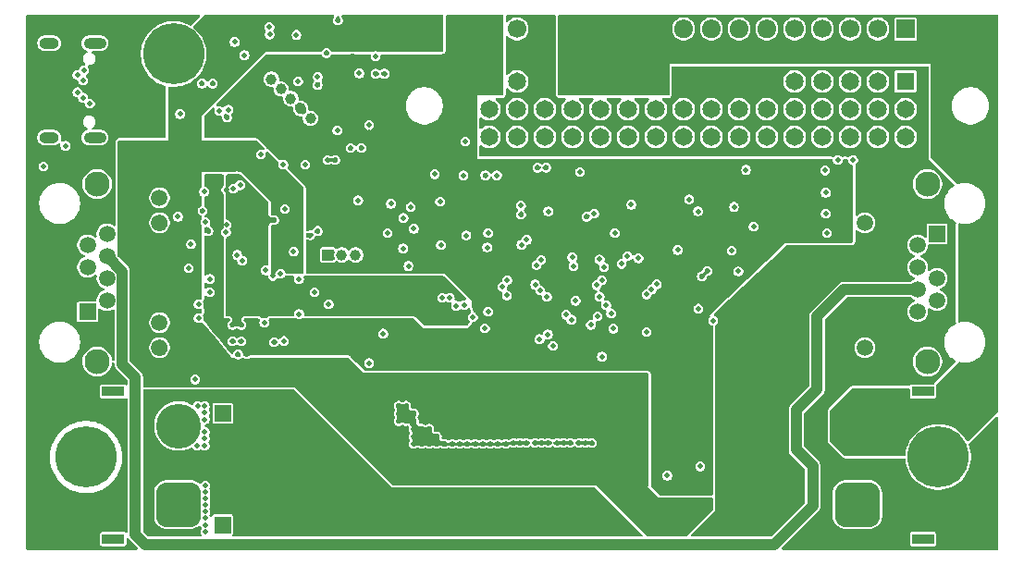
<source format=gbr>
%TF.GenerationSoftware,KiCad,Pcbnew,9.0.3*%
%TF.CreationDate,2025-09-28T00:53:36+02:00*%
%TF.ProjectId,MMS2,4d4d5332-2e6b-4696-9361-645f70636258,rev?*%
%TF.SameCoordinates,Original*%
%TF.FileFunction,Copper,L3,Inr*%
%TF.FilePolarity,Positive*%
%FSLAX46Y46*%
G04 Gerber Fmt 4.6, Leading zero omitted, Abs format (unit mm)*
G04 Created by KiCad (PCBNEW 9.0.3) date 2025-09-28 00:53:36*
%MOMM*%
%LPD*%
G01*
G04 APERTURE LIST*
G04 Aperture macros list*
%AMRoundRect*
0 Rectangle with rounded corners*
0 $1 Rounding radius*
0 $2 $3 $4 $5 $6 $7 $8 $9 X,Y pos of 4 corners*
0 Add a 4 corners polygon primitive as box body*
4,1,4,$2,$3,$4,$5,$6,$7,$8,$9,$2,$3,0*
0 Add four circle primitives for the rounded corners*
1,1,$1+$1,$2,$3*
1,1,$1+$1,$4,$5*
1,1,$1+$1,$6,$7*
1,1,$1+$1,$8,$9*
0 Add four rect primitives between the rounded corners*
20,1,$1+$1,$2,$3,$4,$5,0*
20,1,$1+$1,$4,$5,$6,$7,0*
20,1,$1+$1,$6,$7,$8,$9,0*
20,1,$1+$1,$8,$9,$2,$3,0*%
%AMRotRect*
0 Rectangle, with rotation*
0 The origin of the aperture is its center*
0 $1 length*
0 $2 width*
0 $3 Rotation angle, in degrees counterclockwise*
0 Add horizontal line*
21,1,$1,$2,0,0,$3*%
G04 Aperture macros list end*
%TA.AperFunction,ComponentPad*%
%ADD10C,5.600000*%
%TD*%
%TA.AperFunction,HeatsinkPad*%
%ADD11O,1.800000X1.000000*%
%TD*%
%TA.AperFunction,HeatsinkPad*%
%ADD12O,2.100000X1.000000*%
%TD*%
%TA.AperFunction,ComponentPad*%
%ADD13R,1.500000X1.500000*%
%TD*%
%TA.AperFunction,ComponentPad*%
%ADD14R,2.000000X0.900000*%
%TD*%
%TA.AperFunction,ComponentPad*%
%ADD15RoundRect,1.025000X-1.025000X1.025000X-1.025000X-1.025000X1.025000X-1.025000X1.025000X1.025000X0*%
%TD*%
%TA.AperFunction,ComponentPad*%
%ADD16C,4.100000*%
%TD*%
%TA.AperFunction,ComponentPad*%
%ADD17C,1.500000*%
%TD*%
%TA.AperFunction,ComponentPad*%
%ADD18C,2.300000*%
%TD*%
%TA.AperFunction,ComponentPad*%
%ADD19R,1.650000X1.650000*%
%TD*%
%TA.AperFunction,ComponentPad*%
%ADD20C,1.650000*%
%TD*%
%TA.AperFunction,ComponentPad*%
%ADD21RoundRect,1.025000X1.025000X-1.025000X1.025000X1.025000X-1.025000X1.025000X-1.025000X-1.025000X0*%
%TD*%
%TA.AperFunction,ComponentPad*%
%ADD22R,1.700000X1.700000*%
%TD*%
%TA.AperFunction,ComponentPad*%
%ADD23C,1.700000*%
%TD*%
%TA.AperFunction,ComponentPad*%
%ADD24R,1.000000X1.000000*%
%TD*%
%TA.AperFunction,ComponentPad*%
%ADD25C,1.000000*%
%TD*%
%TA.AperFunction,ComponentPad*%
%ADD26RotRect,1.000000X1.000000X225.000000*%
%TD*%
%TA.AperFunction,ViaPad*%
%ADD27C,0.500000*%
%TD*%
%TA.AperFunction,Conductor*%
%ADD28C,1.000000*%
%TD*%
%TA.AperFunction,Conductor*%
%ADD29C,0.300000*%
%TD*%
G04 APERTURE END LIST*
D10*
%TO.N,unconnected-(H3-Pad1)*%
%TO.C,H3*%
X164000000Y-129000000D03*
%TD*%
%TO.N,unconnected-(H2-Pad1)*%
%TO.C,H2*%
X94000000Y-92100000D03*
%TD*%
D11*
%TO.N,Net-(J800-SHIELD)*%
%TO.C,J800*%
X82620000Y-99740000D03*
D12*
X86800000Y-99740000D03*
D11*
X82620000Y-91100000D03*
D12*
X86800000Y-91100000D03*
%TD*%
D13*
%TO.N,BRD_VIN*%
%TO.C,CAP+1*%
X98500000Y-125000000D03*
%TD*%
D14*
%TO.N,*%
%TO.C,J7*%
X162600000Y-123000000D03*
X162600000Y-136500000D03*
D15*
%TO.N,GNDPWR*%
X156600000Y-133350000D03*
D16*
%TO.N,BRD_VIN*%
X156600000Y-126150000D03*
%TD*%
D10*
%TO.N,GND*%
%TO.C,H1*%
X148000000Y-119400000D03*
%TD*%
D13*
%TO.N,/CAN auto terminator/CAN2.-*%
%TO.C,J9*%
X163890000Y-108570000D03*
D17*
%TO.N,/CAN auto terminator/CAN2.+*%
X162110000Y-109586000D03*
%TO.N,GND*%
X163890000Y-110602000D03*
%TO.N,/CAN auto terminator/CAN1.-*%
X162110000Y-111618000D03*
%TO.N,/CAN auto terminator/CAN1.+*%
X163890000Y-112634000D03*
%TO.N,+12V*%
X162110000Y-113650000D03*
%TO.N,/MMS_CONNECTOR_DOWNSTREAM/USB_MMS_CONN.D-*%
X163890000Y-114666000D03*
%TO.N,/MMS_CONNECTOR_DOWNSTREAM/USB_MMS_CONN.D+*%
X162110000Y-115682000D03*
%TO.N,GND*%
X157290000Y-105270000D03*
%TO.N,Net-(J9-Pad10)*%
X157290000Y-107560000D03*
%TO.N,GND*%
X157290000Y-116700000D03*
%TO.N,Net-(J9-Pad12)*%
X157290000Y-118990000D03*
D18*
%TO.N,Net-(C46-Pad1)*%
X163000000Y-104000000D03*
X163000000Y-120260000D03*
%TD*%
D13*
%TO.N,GNDPWR*%
%TO.C,CAP-1*%
X98500000Y-135200000D03*
%TD*%
%TO.N,/CAN auto terminator/CAN2.-*%
%TO.C,J8*%
X86120000Y-115690000D03*
D17*
%TO.N,/CAN auto terminator/CAN2.+*%
X87900000Y-114674000D03*
%TO.N,GND*%
X86120000Y-113658000D03*
%TO.N,/CAN auto terminator/CAN1.-*%
X87900000Y-112642000D03*
%TO.N,/CAN auto terminator/CAN1.+*%
X86120000Y-111626000D03*
%TO.N,+12V*%
X87900000Y-110610000D03*
%TO.N,/MMS_CONNECTOR_UPSTREAM/USB_MMS_CONN.D-*%
X86120000Y-109594000D03*
%TO.N,/MMS_CONNECTOR_UPSTREAM/USB_MMS_CONN.D+*%
X87900000Y-108578000D03*
%TO.N,GND*%
X92720000Y-118990000D03*
%TO.N,Net-(J8-Pad10)*%
X92720000Y-116700000D03*
%TO.N,GND*%
X92720000Y-107560000D03*
%TO.N,Net-(J8-Pad12)*%
X92720000Y-105270000D03*
D18*
%TO.N,Net-(C45-Pad1)*%
X87010000Y-120260000D03*
X87010000Y-104000000D03*
%TD*%
D19*
%TO.N,unconnected-(J1-PadA1)*%
%TO.C,J1*%
X161000000Y-94600000D03*
D20*
%TO.N,unconnected-(J1-PadA2)*%
X158460000Y-94600000D03*
%TO.N,unconnected-(J1-PadA3)*%
X155920000Y-94600000D03*
%TO.N,unconnected-(J1-PadA4)*%
X153380000Y-94600000D03*
%TO.N,unconnected-(J1-PadA5)*%
X150840000Y-94600000D03*
%TO.N,GND*%
X148300000Y-94600000D03*
X145760000Y-94600000D03*
X143220000Y-94600000D03*
X140680000Y-94600000D03*
%TO.N,BRD_VIN*%
X138140000Y-94600000D03*
X135600000Y-94600000D03*
X133060000Y-94600000D03*
X130520000Y-94600000D03*
%TO.N,GND*%
X127980000Y-94600000D03*
%TO.N,+5V*%
X125440000Y-94600000D03*
%TO.N,+3V3*%
X122900000Y-94600000D03*
%TO.N,/Interboard_connector/Chainbus.RX*%
X161000000Y-97140000D03*
%TO.N,/Interboard_connector/Chainbus.TX*%
X158460000Y-97140000D03*
%TO.N,/Interboard_connector/Chainbus_UART_addr0*%
X155920000Y-97140000D03*
%TO.N,/Interboard_connector/Chainbus_UART_addr1*%
X153380000Y-97140000D03*
%TO.N,/Interboard_connector/Chainbus_UART_addr2*%
X150840000Y-97140000D03*
%TO.N,/Interboard_connector/Chainbus.MISO*%
X148300000Y-97140000D03*
%TO.N,/Interboard_connector/Chainbus.MOSI*%
X145760000Y-97140000D03*
%TO.N,/Interboard_connector/Chainbus.SCK*%
X143220000Y-97140000D03*
%TO.N,/Interboard_connector/Chainbus_I2C_addr0*%
X140680000Y-97140000D03*
%TO.N,/Interboard_connector/Chainbus_I2C_addr1*%
X138140000Y-97140000D03*
%TO.N,/Interboard_connector/Chainbus_I2C_addr2*%
X135600000Y-97140000D03*
%TO.N,/Interboard_connector/Chainbus_SPI_CS0*%
X133060000Y-97140000D03*
%TO.N,/Interboard_connector/Chainbus_SPI_CS1*%
X130520000Y-97140000D03*
%TO.N,/Interboard_connector/Chainbus_SPI_CS2*%
X127980000Y-97140000D03*
%TO.N,/Interboard_connector/Chainbus.SCL*%
X125440000Y-97140000D03*
%TO.N,/Interboard_connector/Chainbus.SDA*%
X122900000Y-97140000D03*
%TO.N,/Interboard_connector/Altmode1*%
X161000000Y-99680000D03*
%TO.N,/Interboard_connector/Altmode2*%
X158460000Y-99680000D03*
%TO.N,/Interboard_connector/Altmode3*%
X155920000Y-99680000D03*
%TO.N,/Interboard_connector/Altmode4*%
X153380000Y-99680000D03*
%TO.N,/Interboard_connector/Altmode5*%
X150840000Y-99680000D03*
%TO.N,/Interboard_connector/Altmode6*%
X148300000Y-99680000D03*
%TO.N,/Interboard_connector/Altmode11*%
X145760000Y-99680000D03*
%TO.N,/Interboard_connector/Altmode12*%
X143220000Y-99680000D03*
%TO.N,/Interboard_connector/Altmode13*%
X140680000Y-99680000D03*
%TO.N,/Interboard_connector/Altmode14*%
X138140000Y-99680000D03*
%TO.N,/Interboard_connector/Altmode15*%
X135600000Y-99680000D03*
%TO.N,/Interboard_connector/Altmode7*%
X133060000Y-99680000D03*
%TO.N,/Interboard_connector/Altmode8*%
X130520000Y-99680000D03*
%TO.N,/Interboard_connector/Altmode9*%
X127980000Y-99680000D03*
%TO.N,/Interboard_connector/Altmode10*%
X125440000Y-99680000D03*
%TO.N,/Interboard_connector/Altmode16*%
X122900000Y-99680000D03*
%TD*%
D14*
%TO.N,*%
%TO.C,J2*%
X88475000Y-136500000D03*
X88475000Y-123000000D03*
D21*
%TO.N,GNDPWR*%
X94475000Y-133350000D03*
D16*
%TO.N,BRD_VIN*%
X94475000Y-126150000D03*
%TD*%
D22*
%TO.N,unconnected-(J4-Pin_1-Pad1)*%
%TO.C,J4*%
X161000000Y-89800000D03*
D23*
%TO.N,unconnected-(J4-Pin_2-Pad2)*%
X158460000Y-89800000D03*
%TO.N,unconnected-(J4-Pin_3-Pad3)*%
X155920000Y-89800000D03*
%TO.N,unconnected-(J4-Pin_4-Pad4)*%
X153380000Y-89800000D03*
%TO.N,unconnected-(J4-Pin_5-Pad5)*%
X150840000Y-89800000D03*
%TO.N,GND*%
X148300000Y-89800000D03*
X145760000Y-89800000D03*
X143220000Y-89800000D03*
X140680000Y-89800000D03*
%TO.N,BRD_VIN*%
X138140000Y-89800000D03*
X135600000Y-89800000D03*
X133060000Y-89800000D03*
X130520000Y-89800000D03*
%TO.N,GND*%
X127980000Y-89800000D03*
%TO.N,+5V*%
X125440000Y-89800000D03*
%TO.N,+3V3*%
X122900000Y-89800000D03*
%TD*%
D10*
%TO.N,unconnected-(H4-Pad1)*%
%TO.C,H4*%
X86000000Y-129000000D03*
%TD*%
D24*
%TO.N,GND*%
%TO.C,J5*%
X108130000Y-110500000D03*
D25*
%TO.N,/CH32V003/RST*%
X109400000Y-110500000D03*
%TO.N,/CH32V003/SWIO*%
X110670000Y-110500000D03*
%TD*%
D26*
%TO.N,+3V3*%
%TO.C,J3*%
X102050936Y-93494824D03*
D25*
%TO.N,/STlink-BMprobe/DIO*%
X102948962Y-94392850D03*
%TO.N,/STlink-BMprobe/CLK*%
X103846987Y-95290875D03*
%TO.N,/STlink-BMprobe/STLINK-RST*%
X104745013Y-96188901D03*
%TO.N,GND*%
X105643038Y-97086926D03*
%TO.N,/STlink-BMprobe/STLINK-BOOT0*%
X106541064Y-97984952D03*
%TD*%
D27*
%TO.N,+3V3*%
X123400000Y-113300000D03*
%TO.N,GND*%
X107600000Y-135000000D03*
X85100000Y-102400000D03*
X83100000Y-102400000D03*
X113600000Y-108500000D03*
X107196446Y-94903554D03*
X111900000Y-98600000D03*
X97200000Y-108300000D03*
%TO.N,/MCU/USER_LED_2*%
X133000000Y-110900000D03*
X153800000Y-108500000D03*
%TO.N,+3V3*%
X155800000Y-106400000D03*
%TO.N,/MCU/USR_BUTTON*%
X137300000Y-117549000D03*
X145700000Y-112000000D03*
%TO.N,+3V3*%
X118700000Y-103100000D03*
X123800000Y-105600000D03*
X131100000Y-120600000D03*
%TO.N,GND*%
X133200000Y-119800000D03*
X103200000Y-107300000D03*
X104200000Y-106300000D03*
X100200000Y-112500000D03*
X100200000Y-114100000D03*
X99300000Y-114100000D03*
X99275000Y-112500000D03*
X100200000Y-118400000D03*
X99400000Y-118400000D03*
X99400000Y-116900000D03*
X100200000Y-116900000D03*
X99900000Y-119600000D03*
%TO.N,/CAN auto terminator/CAN2.+*%
X96300000Y-115010000D03*
%TO.N,/CAN auto terminator/CAN2.-*%
X96300000Y-116275000D03*
%TO.N,+3V3*%
X142000000Y-131200000D03*
X141500000Y-131700000D03*
X141100000Y-131200000D03*
X140700000Y-131700000D03*
X140200000Y-131200000D03*
%TO.N,+5V*%
X139000000Y-134400000D03*
X139500000Y-134900000D03*
X139900000Y-134400000D03*
X140400000Y-134900000D03*
X141400000Y-134900000D03*
X140900000Y-134400000D03*
%TO.N,+3V3*%
X110400000Y-92312465D03*
%TO.N,GND*%
X110995015Y-93869000D03*
%TO.N,/STlink-BMprobe/LED*%
X112500000Y-92300000D03*
%TO.N,GND*%
X108000000Y-92000000D03*
%TO.N,+5V*%
X117300000Y-91200000D03*
X117900000Y-90700000D03*
X117300000Y-90200000D03*
X117900000Y-89700000D03*
X117300000Y-89100000D03*
X90900000Y-104200000D03*
X90000000Y-104200000D03*
X91300000Y-103500000D03*
X90500000Y-103500000D03*
X89700000Y-103500000D03*
%TO.N,VBUS*%
X85200000Y-95600000D03*
X85700000Y-96100000D03*
X85700000Y-94500000D03*
X85200000Y-94000000D03*
X85800000Y-93600000D03*
%TO.N,/USBC_CONN/CC2*%
X86348368Y-96635844D03*
X84100000Y-100500000D03*
%TO.N,GND*%
X88400000Y-92120000D03*
X88900000Y-99100000D03*
X88900000Y-98500000D03*
X88300000Y-99100000D03*
X88300000Y-98500000D03*
X90000000Y-92100000D03*
X88500000Y-92800000D03*
%TO.N,VBUS*%
X82100000Y-102400000D03*
%TO.N,GND*%
X86000000Y-101500000D03*
%TO.N,+3V3*%
X100700000Y-119575000D03*
%TO.N,GND*%
X95990000Y-121890000D03*
X90000000Y-92800000D03*
X89544515Y-95101000D03*
%TO.N,+5V*%
X105006860Y-110841158D03*
%TO.N,GND*%
X142351832Y-112446805D03*
X131700000Y-127700000D03*
X123000000Y-135600000D03*
X118269999Y-115003512D03*
X121800000Y-135600000D03*
X107831250Y-133300000D03*
X118100000Y-127100000D03*
X116400000Y-135600000D03*
X135600000Y-135850000D03*
X98568750Y-129800000D03*
X131700000Y-135400000D03*
X114600000Y-125700000D03*
X128300000Y-135400000D03*
X101200000Y-111000000D03*
X153646446Y-102746446D03*
X117000000Y-135600000D03*
X124400000Y-127800000D03*
X107200000Y-108300000D03*
X127300000Y-102500000D03*
X138220417Y-113181944D03*
X127100000Y-127700000D03*
X132300000Y-127700000D03*
X116700000Y-126400000D03*
X117400000Y-127100000D03*
X118800000Y-135600000D03*
X147100000Y-107900000D03*
X125800000Y-106800000D03*
X123700000Y-127800000D03*
X129100000Y-127700000D03*
X99800000Y-103300000D03*
X135900000Y-105900000D03*
X120540000Y-103200000D03*
X128100000Y-102500000D03*
X146400000Y-102700000D03*
X125100000Y-127700000D03*
X96600000Y-94800000D03*
X132300000Y-135400000D03*
X103100000Y-114200000D03*
X143300000Y-135650000D03*
X145100000Y-110100000D03*
X87600000Y-116600000D03*
X108500000Y-133300000D03*
X146200000Y-131475000D03*
X129100000Y-135400000D03*
X115300000Y-125700000D03*
X115300000Y-125000000D03*
X120900000Y-127800000D03*
X107162500Y-133300000D03*
X117400000Y-127800000D03*
X122540000Y-103200000D03*
X144800000Y-131475000D03*
X116000000Y-127100000D03*
X128300000Y-127700000D03*
X131100000Y-127700000D03*
X127100000Y-135400000D03*
X121000000Y-115650000D03*
X140146446Y-110046446D03*
X95600915Y-109500135D03*
X113900000Y-105800000D03*
X123000000Y-127800000D03*
X120000000Y-135600000D03*
X139200000Y-130700000D03*
X109046000Y-89000000D03*
X111300000Y-114200000D03*
X142046446Y-115411608D03*
X127700000Y-135400000D03*
X118400000Y-105600000D03*
X141200000Y-105400000D03*
X95400000Y-111700000D03*
X99200000Y-129800000D03*
X146950000Y-131475000D03*
X129700000Y-127700000D03*
X87600000Y-116600000D03*
X111900000Y-120400000D03*
X99200000Y-110300000D03*
X96650000Y-106450000D03*
X112500000Y-93900000D03*
X120600000Y-135600000D03*
X116000000Y-125700000D03*
X142000000Y-106500000D03*
X110200000Y-100700000D03*
X122798252Y-115698252D03*
X120200000Y-127800000D03*
X153700000Y-104800000D03*
X125700000Y-135400000D03*
X115575000Y-134275000D03*
X98900000Y-97900000D03*
X131800000Y-107000000D03*
X127700000Y-127700000D03*
X119950000Y-114350000D03*
X142200000Y-129850000D03*
X118200000Y-135600000D03*
X116000000Y-126400000D03*
X104054103Y-102210820D03*
X131100000Y-135400000D03*
X108800000Y-101800000D03*
X126300000Y-135400000D03*
X130300000Y-127700000D03*
X123600000Y-135600000D03*
X111300000Y-114200000D03*
X114600000Y-125000000D03*
X106500000Y-108700000D03*
X118800000Y-127800000D03*
X106493750Y-133300000D03*
X122400000Y-135600000D03*
X109700000Y-135100000D03*
X147350000Y-135550000D03*
X110900000Y-105500000D03*
X119500000Y-127800000D03*
X108100000Y-101800000D03*
X142859388Y-111964416D03*
X121200000Y-135600000D03*
X116000000Y-125000000D03*
X117900000Y-103100000D03*
X130300000Y-135400000D03*
X129700000Y-135400000D03*
X119400000Y-135600000D03*
X125700000Y-127700000D03*
X118100000Y-127800000D03*
X100500000Y-107500000D03*
X99900000Y-107500000D03*
X126300000Y-127700000D03*
X104998621Y-110191208D03*
X115300000Y-124300000D03*
X124200000Y-135600000D03*
X117400000Y-126400000D03*
X102774606Y-89620370D03*
X128300000Y-106500000D03*
X116700000Y-127800000D03*
X113200000Y-117700000D03*
X97900000Y-129800000D03*
X121600000Y-127800000D03*
X147350000Y-134899997D03*
X145500000Y-131475000D03*
X128732315Y-118812620D03*
X154700000Y-116700000D03*
X116700000Y-127100000D03*
X114150000Y-114250000D03*
X97600000Y-94800000D03*
X144000000Y-135650000D03*
X155400000Y-110100000D03*
X113300000Y-93900000D03*
X114600000Y-124300000D03*
X153694037Y-106716599D03*
X114575000Y-135200000D03*
X103200000Y-118475000D03*
X117600000Y-135600000D03*
X98843964Y-104527169D03*
X111200000Y-100700000D03*
X116000000Y-127800000D03*
X131200000Y-102900000D03*
X106053404Y-102212108D03*
X115500000Y-111500000D03*
X142600000Y-135650000D03*
X122300000Y-127800000D03*
%TO.N,VBUS*%
X94400000Y-107000000D03*
%TO.N,+3V3*%
X124992433Y-107999512D03*
X139300000Y-113117500D03*
X97525000Y-116775000D03*
X98300000Y-111700000D03*
X97200000Y-99300000D03*
X112100000Y-106900000D03*
X142700000Y-103400000D03*
X114900000Y-93100000D03*
X139335429Y-111766500D03*
X98828552Y-107721445D03*
X127900000Y-105900000D03*
X147101000Y-108800706D03*
X111700000Y-93900000D03*
X106703247Y-102197713D03*
X111900000Y-99300000D03*
%TO.N,+5V*%
X103100000Y-112400000D03*
X98000000Y-101800000D03*
%TO.N,/STlink-BMprobe/LED*%
X100500000Y-92200000D03*
%TO.N,/CAN auto terminator/CAN2.-*%
X105500000Y-115900000D03*
X120600000Y-115100000D03*
%TO.N,/CAN auto terminator/CAN2.+*%
X108200000Y-115000000D03*
X119892543Y-115138605D03*
%TO.N,/CAN auto terminator/CAN1.-*%
X97300000Y-112700000D03*
X105500000Y-112700000D03*
X119300000Y-114400000D03*
%TO.N,/CAN auto terminator/CAN1.+*%
X106900000Y-113900000D03*
X118590000Y-114400000D03*
X97300000Y-113900000D03*
%TO.N,/USB switch/USBC_CONN.D-*%
X100265668Y-111000000D03*
X100100000Y-104100000D03*
%TO.N,/USB switch/USBC_CONN.D+*%
X99484332Y-104415668D03*
%TO.N,/MCU/USER_LED_1*%
X120700000Y-100100000D03*
X96800000Y-104700000D03*
X109000000Y-99100000D03*
%TO.N,/MCU/SWD.~{RST}*%
X127208908Y-111408896D03*
X102800000Y-90300000D03*
X145303554Y-106096446D03*
X133400000Y-111600000D03*
%TO.N,/MCU/USER_LED_1*%
X127660160Y-110941059D03*
%TO.N,/MCU/SWD.SWCLK*%
X105250000Y-90350000D03*
X99600000Y-91000000D03*
X132200000Y-116900000D03*
%TO.N,/STlink-BMprobe/USB_RENUM*%
X102000000Y-101300000D03*
X94600000Y-97600000D03*
%TO.N,/MCU/SWD.SWDIO*%
X128270644Y-117768935D03*
X98200000Y-97300000D03*
%TO.N,/STlink-BMprobe/DIO*%
X99010809Y-97185018D03*
%TO.N,/CAN_TR2/CAN.TX*%
X103800000Y-112200000D03*
X127500000Y-118200000D03*
%TO.N,/CAN_TR2/CAN.RX*%
X120800000Y-108700000D03*
X118475000Y-109575000D03*
X102450000Y-111900000D03*
X124550000Y-112800000D03*
%TO.N,/CAN_TR1/CAN.TX*%
X124500000Y-114200000D03*
X104100000Y-118375000D03*
X122500000Y-117200000D03*
X132736825Y-113256067D03*
X130600000Y-111500000D03*
X137303554Y-114103554D03*
%TO.N,/CAN_TR1/CAN.RX*%
X121400000Y-116200000D03*
X137763175Y-113643933D03*
X133196446Y-112796446D03*
X124100000Y-113400000D03*
X130500000Y-110700000D03*
X102300000Y-116675000D03*
%TO.N,/Interboard_connector/Altmode3*%
X130408132Y-116424817D03*
%TO.N,/Interboard_connector/Altmode2*%
X129946024Y-115967696D03*
%TO.N,/Interboard_connector/Altmode1*%
X143400000Y-116500000D03*
%TO.N,BRD_VIN*%
X96850000Y-125550000D03*
X96850000Y-126677411D03*
X96850000Y-127950000D03*
X96850000Y-124350000D03*
X96200000Y-124350000D03*
X96850000Y-124950000D03*
X96150000Y-127950000D03*
X96850000Y-127300000D03*
%TO.N,GNDPWR*%
X96920000Y-135200000D03*
X96920000Y-134600000D03*
X96920000Y-133400000D03*
X96920000Y-135800000D03*
X96920000Y-132200000D03*
X96920000Y-134000000D03*
X96920000Y-132800000D03*
X96920000Y-131600000D03*
%TO.N,/MCU/I2C_Memory_addr*%
X125800000Y-105964482D03*
X123600000Y-103200000D03*
%TO.N,/Interboard_connector/Chainbus.RX*%
X134257814Y-117242186D03*
X156200000Y-101800000D03*
%TO.N,/Interboard_connector/Chainbus.TX*%
X154800000Y-101800000D03*
X134058250Y-115865357D03*
%TO.N,/Interboard_connector/Chainbus.SCL*%
X126320789Y-109111054D03*
X122700000Y-109800000D03*
%TO.N,/Interboard_connector/Chainbus.SDA*%
X122800000Y-108500000D03*
X125845371Y-109554316D03*
%TO.N,/Interboard_connector/Chainbus_I2C_addr1*%
X132500000Y-106700000D03*
%TO.N,/Interboard_connector/Chainbus.MOSI*%
X135000000Y-111300000D03*
%TO.N,/Interboard_connector/Chainbus_UART_addr2*%
X135554554Y-110600000D03*
%TO.N,/Interboard_connector/Chainbus.MISO*%
X136554554Y-110800000D03*
%TO.N,/Interboard_connector/Chainbus_SPI_CS2*%
X127100000Y-113200000D03*
%TO.N,/Interboard_connector/Chainbus_UART_addr1*%
X133000000Y-114300000D03*
%TO.N,/Interboard_connector/Chainbus_SPI_CS1*%
X127560668Y-113742187D03*
%TO.N,/Interboard_connector/Chainbus_SPI_CS0*%
X128181225Y-114332973D03*
%TO.N,/Interboard_connector/Chainbus.SCK*%
X134400000Y-108500000D03*
%TO.N,/Interboard_connector/Chainbus_I2C_addr0*%
X132800000Y-116100000D03*
%TO.N,/Interboard_connector/Chainbus_I2C_addr2*%
X130800000Y-114700000D03*
%TO.N,/Interboard_connector/Chainbus_UART_addr0*%
X133600000Y-115100000D03*
%TO.N,/CH32V003/RST*%
X115700000Y-106100000D03*
%TO.N,/CH32V003/CH_UART.RX*%
X107200000Y-94200000D03*
X115050000Y-107100000D03*
%TO.N,/CH32V003/SWIO*%
X115000000Y-109900000D03*
%TO.N,/CH32V003/CH_UART.TX*%
X116000000Y-108100000D03*
X105400000Y-94600000D03*
%TO.N,Net-(U801-SEL)*%
X96900000Y-107500000D03*
X98800000Y-108400000D03*
%TO.N,/USB switch/USBC_CONN.D+*%
X99834332Y-110484332D03*
%TD*%
D28*
%TO.N,+12V*%
X155350000Y-113650000D02*
X152900000Y-116100000D01*
X162110000Y-113650000D02*
X155350000Y-113650000D01*
X152900000Y-122800000D02*
X152900000Y-116100000D01*
X151000000Y-124700000D02*
X152900000Y-122800000D01*
X151000000Y-128300000D02*
X151000000Y-124700000D01*
X152500000Y-129800000D02*
X151000000Y-128300000D01*
X152500000Y-133500000D02*
X152500000Y-129800000D01*
X149001000Y-136999000D02*
X152500000Y-133500000D01*
X91399000Y-136999000D02*
X149001000Y-136999000D01*
X90500000Y-136100000D02*
X91399000Y-136999000D01*
X89300000Y-120500000D02*
X90500000Y-121700000D01*
X90500000Y-121700000D02*
X90500000Y-136100000D01*
X89301000Y-119099000D02*
X89300000Y-119100000D01*
X89301000Y-112011000D02*
X89301000Y-119099000D01*
X89300000Y-119100000D02*
X89300000Y-120500000D01*
X87900000Y-110610000D02*
X89301000Y-112011000D01*
D29*
%TO.N,+5V*%
X103100000Y-112400000D02*
X103100000Y-111300000D01*
%TD*%
%TA.AperFunction,Conductor*%
%TO.N,GND*%
G36*
X96376556Y-88520185D02*
G01*
X96422311Y-88572989D01*
X96432255Y-88642147D01*
X96403230Y-88705703D01*
X96397198Y-88712181D01*
X95698476Y-89410901D01*
X95698440Y-89410939D01*
X95679263Y-89433071D01*
X95679261Y-89433074D01*
X95676843Y-89436303D01*
X95676844Y-89436304D01*
X95656904Y-89462939D01*
X95623951Y-89487605D01*
X95600970Y-89504808D01*
X95531279Y-89509791D01*
X95491667Y-89493619D01*
X95453683Y-89469752D01*
X95150054Y-89323532D01*
X94831965Y-89212227D01*
X94831953Y-89212223D01*
X94503397Y-89137233D01*
X94503381Y-89137231D01*
X94168508Y-89099500D01*
X94168504Y-89099500D01*
X93831496Y-89099500D01*
X93831491Y-89099500D01*
X93496618Y-89137231D01*
X93496602Y-89137233D01*
X93168046Y-89212223D01*
X93168034Y-89212227D01*
X92849945Y-89323532D01*
X92546316Y-89469752D01*
X92260962Y-89649053D01*
X91997477Y-89859174D01*
X91759174Y-90097477D01*
X91549053Y-90360962D01*
X91369752Y-90646316D01*
X91223532Y-90949945D01*
X91112227Y-91268034D01*
X91112223Y-91268046D01*
X91037233Y-91596602D01*
X91037231Y-91596618D01*
X90999500Y-91931491D01*
X90999500Y-92268508D01*
X91037231Y-92603381D01*
X91037233Y-92603397D01*
X91112223Y-92931953D01*
X91112227Y-92931965D01*
X91223532Y-93250054D01*
X91369752Y-93553683D01*
X91386415Y-93580202D01*
X91549054Y-93839039D01*
X91696081Y-94023406D01*
X91757128Y-94099957D01*
X91759175Y-94102523D01*
X91997477Y-94340825D01*
X92260961Y-94550946D01*
X92546314Y-94730246D01*
X92546316Y-94730247D01*
X92585402Y-94749070D01*
X92849949Y-94876469D01*
X93064587Y-94951574D01*
X93168034Y-94987772D01*
X93168036Y-94987773D01*
X93168040Y-94987773D01*
X93168046Y-94987776D01*
X93209164Y-94997160D01*
X93270140Y-95031267D01*
X93302999Y-95092928D01*
X93302765Y-95139524D01*
X93303456Y-95139624D01*
X93302826Y-95144001D01*
X93302825Y-95144007D01*
X93294500Y-95201905D01*
X93294500Y-95201908D01*
X93294500Y-99670500D01*
X93274815Y-99737539D01*
X93222011Y-99783294D01*
X93170500Y-99794500D01*
X89023992Y-99794500D01*
X88980313Y-99799197D01*
X88928825Y-99810397D01*
X88918627Y-99812890D01*
X88918624Y-99812891D01*
X88837916Y-99855899D01*
X88837913Y-99855901D01*
X88785104Y-99901660D01*
X88767160Y-99919242D01*
X88767154Y-99919249D01*
X88722511Y-99999059D01*
X88722509Y-99999064D01*
X88702826Y-100066096D01*
X88694500Y-100124003D01*
X88694500Y-107733723D01*
X88674815Y-107800762D01*
X88622011Y-107846517D01*
X88552853Y-107856461D01*
X88501609Y-107836825D01*
X88350237Y-107735681D01*
X88350228Y-107735676D01*
X88177251Y-107664027D01*
X88177243Y-107664025D01*
X87993620Y-107627500D01*
X87993616Y-107627500D01*
X87806384Y-107627500D01*
X87806379Y-107627500D01*
X87622756Y-107664025D01*
X87622748Y-107664027D01*
X87449771Y-107735676D01*
X87449762Y-107735681D01*
X87294092Y-107839697D01*
X87294088Y-107839700D01*
X87161700Y-107972088D01*
X87161697Y-107972092D01*
X87057681Y-108127762D01*
X87057676Y-108127771D01*
X86986027Y-108300748D01*
X86986025Y-108300756D01*
X86949500Y-108484379D01*
X86949500Y-108671620D01*
X86970978Y-108779597D01*
X86964751Y-108849189D01*
X86921888Y-108904366D01*
X86855998Y-108927610D01*
X86788001Y-108911542D01*
X86761680Y-108891469D01*
X86725911Y-108855700D01*
X86725907Y-108855697D01*
X86570237Y-108751681D01*
X86570228Y-108751676D01*
X86397251Y-108680027D01*
X86397243Y-108680025D01*
X86213620Y-108643500D01*
X86213616Y-108643500D01*
X86026384Y-108643500D01*
X86026379Y-108643500D01*
X85842756Y-108680025D01*
X85842748Y-108680027D01*
X85669771Y-108751676D01*
X85669762Y-108751681D01*
X85514092Y-108855697D01*
X85514088Y-108855700D01*
X85381700Y-108988088D01*
X85381697Y-108988092D01*
X85277681Y-109143762D01*
X85277676Y-109143771D01*
X85206027Y-109316748D01*
X85206025Y-109316756D01*
X85169500Y-109500379D01*
X85169500Y-109687620D01*
X85206025Y-109871243D01*
X85206027Y-109871251D01*
X85277676Y-110044228D01*
X85277681Y-110044237D01*
X85381697Y-110199907D01*
X85381700Y-110199911D01*
X85514088Y-110332299D01*
X85514092Y-110332302D01*
X85669762Y-110436318D01*
X85669766Y-110436320D01*
X85669769Y-110436322D01*
X85736971Y-110464158D01*
X85812489Y-110495439D01*
X85866892Y-110539280D01*
X85888957Y-110605574D01*
X85871678Y-110673274D01*
X85820540Y-110720884D01*
X85812489Y-110724561D01*
X85669772Y-110783676D01*
X85669762Y-110783681D01*
X85514092Y-110887697D01*
X85514088Y-110887700D01*
X85381700Y-111020088D01*
X85381697Y-111020092D01*
X85277681Y-111175762D01*
X85277676Y-111175771D01*
X85206027Y-111348748D01*
X85206025Y-111348756D01*
X85169500Y-111532379D01*
X85169500Y-111719620D01*
X85206025Y-111903243D01*
X85206027Y-111903251D01*
X85277676Y-112076228D01*
X85277681Y-112076237D01*
X85381697Y-112231907D01*
X85381700Y-112231911D01*
X85514088Y-112364299D01*
X85514092Y-112364302D01*
X85669762Y-112468318D01*
X85669768Y-112468321D01*
X85669769Y-112468322D01*
X85842749Y-112539973D01*
X86026379Y-112576499D01*
X86026383Y-112576500D01*
X86026384Y-112576500D01*
X86213617Y-112576500D01*
X86213618Y-112576499D01*
X86397251Y-112539973D01*
X86570231Y-112468322D01*
X86725908Y-112364302D01*
X86761679Y-112328531D01*
X86823001Y-112295045D01*
X86892693Y-112300029D01*
X86948627Y-112341899D01*
X86973045Y-112407363D01*
X86970978Y-112440402D01*
X86949500Y-112548379D01*
X86949500Y-112735620D01*
X86986025Y-112919243D01*
X86986027Y-112919251D01*
X87057676Y-113092228D01*
X87057681Y-113092237D01*
X87161697Y-113247907D01*
X87161700Y-113247911D01*
X87294088Y-113380299D01*
X87294092Y-113380302D01*
X87449762Y-113484318D01*
X87449766Y-113484320D01*
X87449769Y-113484322D01*
X87535453Y-113519813D01*
X87592489Y-113543439D01*
X87646892Y-113587280D01*
X87668957Y-113653574D01*
X87651678Y-113721274D01*
X87600540Y-113768884D01*
X87592489Y-113772561D01*
X87449772Y-113831676D01*
X87449762Y-113831681D01*
X87294092Y-113935697D01*
X87294088Y-113935700D01*
X87161700Y-114068088D01*
X87161697Y-114068092D01*
X87057681Y-114223762D01*
X87057676Y-114223771D01*
X86986027Y-114396748D01*
X86986025Y-114396756D01*
X86949500Y-114580379D01*
X86949500Y-114615500D01*
X86929815Y-114682539D01*
X86877011Y-114728294D01*
X86825500Y-114739500D01*
X85350247Y-114739500D01*
X85291770Y-114751131D01*
X85291769Y-114751132D01*
X85225447Y-114795447D01*
X85181132Y-114861769D01*
X85181131Y-114861770D01*
X85169500Y-114920247D01*
X85169500Y-116459752D01*
X85181131Y-116518229D01*
X85181132Y-116518230D01*
X85225447Y-116584552D01*
X85291769Y-116628867D01*
X85291770Y-116628868D01*
X85350247Y-116640499D01*
X85350250Y-116640500D01*
X85350252Y-116640500D01*
X86889750Y-116640500D01*
X86889751Y-116640499D01*
X86909405Y-116636590D01*
X86948229Y-116628868D01*
X86948229Y-116628867D01*
X86948231Y-116628867D01*
X87014552Y-116584552D01*
X87058867Y-116518231D01*
X87058867Y-116518229D01*
X87058868Y-116518229D01*
X87070499Y-116459752D01*
X87070500Y-116459750D01*
X87070500Y-115488073D01*
X87090185Y-115421034D01*
X87142989Y-115375279D01*
X87212147Y-115365335D01*
X87275703Y-115394360D01*
X87282181Y-115400392D01*
X87294088Y-115412299D01*
X87294092Y-115412302D01*
X87449762Y-115516318D01*
X87449768Y-115516321D01*
X87449769Y-115516322D01*
X87622749Y-115587973D01*
X87800789Y-115623387D01*
X87806379Y-115624499D01*
X87806383Y-115624500D01*
X87806384Y-115624500D01*
X87993617Y-115624500D01*
X87993618Y-115624499D01*
X88177251Y-115587973D01*
X88350231Y-115516322D01*
X88407610Y-115477982D01*
X88474285Y-115457105D01*
X88541666Y-115475589D01*
X88588356Y-115527567D01*
X88600500Y-115581085D01*
X88600500Y-119014762D01*
X88599903Y-119026915D01*
X88599500Y-119031007D01*
X88599500Y-120087133D01*
X88579815Y-120154172D01*
X88527011Y-120199927D01*
X88457853Y-120209871D01*
X88394297Y-120180846D01*
X88356523Y-120122068D01*
X88353027Y-120106531D01*
X88340637Y-120028303D01*
X88327246Y-119943757D01*
X88261557Y-119741588D01*
X88165051Y-119552184D01*
X88165049Y-119552181D01*
X88165048Y-119552179D01*
X88040109Y-119380213D01*
X87889786Y-119229890D01*
X87717820Y-119104951D01*
X87528414Y-119008444D01*
X87528413Y-119008443D01*
X87528412Y-119008443D01*
X87326243Y-118942754D01*
X87326241Y-118942753D01*
X87326240Y-118942753D01*
X87161228Y-118916618D01*
X87116287Y-118909500D01*
X86903713Y-118909500D01*
X86858772Y-118916618D01*
X86693760Y-118942753D01*
X86491585Y-119008444D01*
X86302179Y-119104951D01*
X86130213Y-119229890D01*
X85979890Y-119380213D01*
X85854951Y-119552179D01*
X85758444Y-119741585D01*
X85692753Y-119943760D01*
X85670045Y-120087133D01*
X85659500Y-120153713D01*
X85659500Y-120366287D01*
X85692754Y-120576243D01*
X85709669Y-120628303D01*
X85758444Y-120778414D01*
X85854951Y-120967820D01*
X85979890Y-121139786D01*
X86130213Y-121290109D01*
X86302179Y-121415048D01*
X86302181Y-121415049D01*
X86302184Y-121415051D01*
X86491588Y-121511557D01*
X86693757Y-121577246D01*
X86903713Y-121610500D01*
X86903714Y-121610500D01*
X87116286Y-121610500D01*
X87116287Y-121610500D01*
X87326243Y-121577246D01*
X87528412Y-121511557D01*
X87717816Y-121415051D01*
X87739789Y-121399086D01*
X87889786Y-121290109D01*
X87889788Y-121290106D01*
X87889792Y-121290104D01*
X88040104Y-121139792D01*
X88040106Y-121139788D01*
X88040109Y-121139786D01*
X88165048Y-120967820D01*
X88165047Y-120967820D01*
X88165051Y-120967816D01*
X88261557Y-120778412D01*
X88327246Y-120576243D01*
X88353027Y-120413467D01*
X88382956Y-120350333D01*
X88442268Y-120313402D01*
X88512130Y-120314400D01*
X88570363Y-120353010D01*
X88598477Y-120416973D01*
X88599500Y-120432866D01*
X88599500Y-120568994D01*
X88599500Y-120568996D01*
X88599499Y-120568996D01*
X88626418Y-120704322D01*
X88626421Y-120704332D01*
X88679222Y-120831807D01*
X88755887Y-120946545D01*
X88755888Y-120946546D01*
X89763181Y-121953838D01*
X89796666Y-122015161D01*
X89799500Y-122041519D01*
X89799500Y-122293697D01*
X89779815Y-122360736D01*
X89727011Y-122406491D01*
X89657853Y-122416435D01*
X89606609Y-122396799D01*
X89553230Y-122361132D01*
X89553229Y-122361131D01*
X89494752Y-122349500D01*
X89494748Y-122349500D01*
X87455252Y-122349500D01*
X87455247Y-122349500D01*
X87396770Y-122361131D01*
X87396769Y-122361132D01*
X87330447Y-122405447D01*
X87286132Y-122471769D01*
X87286131Y-122471770D01*
X87274500Y-122530247D01*
X87274500Y-123469752D01*
X87286131Y-123528229D01*
X87286132Y-123528230D01*
X87330447Y-123594552D01*
X87396769Y-123638867D01*
X87396770Y-123638868D01*
X87455247Y-123650499D01*
X87455250Y-123650500D01*
X87455252Y-123650500D01*
X89494750Y-123650500D01*
X89494751Y-123650499D01*
X89509568Y-123647552D01*
X89553229Y-123638868D01*
X89553231Y-123638867D01*
X89606608Y-123603201D01*
X89673285Y-123582322D01*
X89740665Y-123600806D01*
X89787356Y-123652784D01*
X89799500Y-123706302D01*
X89799500Y-135793697D01*
X89779815Y-135860736D01*
X89727011Y-135906491D01*
X89657853Y-135916435D01*
X89606609Y-135896799D01*
X89553230Y-135861132D01*
X89553229Y-135861131D01*
X89494752Y-135849500D01*
X89494748Y-135849500D01*
X87455252Y-135849500D01*
X87455247Y-135849500D01*
X87396770Y-135861131D01*
X87396769Y-135861132D01*
X87330447Y-135905447D01*
X87286132Y-135971769D01*
X87286131Y-135971770D01*
X87274500Y-136030247D01*
X87274500Y-136969752D01*
X87286131Y-137028229D01*
X87286132Y-137028230D01*
X87330447Y-137094552D01*
X87396769Y-137138867D01*
X87396770Y-137138868D01*
X87455247Y-137150499D01*
X87455250Y-137150500D01*
X87455252Y-137150500D01*
X89494750Y-137150500D01*
X89494751Y-137150499D01*
X89509568Y-137147552D01*
X89553229Y-137138868D01*
X89553229Y-137138867D01*
X89553231Y-137138867D01*
X89619552Y-137094552D01*
X89663867Y-137028231D01*
X89663867Y-137028229D01*
X89663868Y-137028229D01*
X89675499Y-136969752D01*
X89675500Y-136969750D01*
X89675500Y-136535688D01*
X89695185Y-136468649D01*
X89747989Y-136422894D01*
X89817147Y-136412950D01*
X89880703Y-136441975D01*
X89902600Y-136466795D01*
X89936281Y-136517202D01*
X89955887Y-136546545D01*
X89955888Y-136546546D01*
X90697162Y-137287819D01*
X90730647Y-137349142D01*
X90725663Y-137418833D01*
X90683791Y-137474767D01*
X90618327Y-137499184D01*
X90609481Y-137499500D01*
X80624500Y-137499500D01*
X80557461Y-137479815D01*
X80511706Y-137427011D01*
X80500500Y-137375500D01*
X80500500Y-128837860D01*
X82699500Y-128837860D01*
X82699500Y-129162139D01*
X82731284Y-129484857D01*
X82731287Y-129484874D01*
X82794545Y-129802902D01*
X82794548Y-129802913D01*
X82888686Y-130113247D01*
X83012786Y-130412849D01*
X83012788Y-130412854D01*
X83165646Y-130698830D01*
X83165657Y-130698848D01*
X83345811Y-130968467D01*
X83345821Y-130968481D01*
X83551546Y-131219158D01*
X83780841Y-131448453D01*
X83780846Y-131448457D01*
X83780847Y-131448458D01*
X84031524Y-131654183D01*
X84301158Y-131834347D01*
X84301167Y-131834352D01*
X84301169Y-131834353D01*
X84587145Y-131987211D01*
X84587147Y-131987211D01*
X84587153Y-131987215D01*
X84886754Y-132111314D01*
X85197077Y-132205449D01*
X85197083Y-132205450D01*
X85197086Y-132205451D01*
X85197097Y-132205454D01*
X85396528Y-132245122D01*
X85515132Y-132268714D01*
X85837857Y-132300500D01*
X85837860Y-132300500D01*
X86162140Y-132300500D01*
X86162143Y-132300500D01*
X86484868Y-132268714D01*
X86642295Y-132237399D01*
X86802902Y-132205454D01*
X86802913Y-132205451D01*
X86802913Y-132205450D01*
X86802923Y-132205449D01*
X87113246Y-132111314D01*
X87412847Y-131987215D01*
X87698842Y-131834347D01*
X87968476Y-131654183D01*
X88219153Y-131448458D01*
X88448458Y-131219153D01*
X88654183Y-130968476D01*
X88834347Y-130698842D01*
X88987215Y-130412847D01*
X89111314Y-130113246D01*
X89205449Y-129802923D01*
X89205451Y-129802913D01*
X89205454Y-129802902D01*
X89265028Y-129503397D01*
X89268714Y-129484868D01*
X89300500Y-129162143D01*
X89300500Y-128837857D01*
X89268714Y-128515132D01*
X89239646Y-128368996D01*
X89205454Y-128197097D01*
X89205451Y-128197086D01*
X89205450Y-128197083D01*
X89205449Y-128197077D01*
X89111314Y-127886754D01*
X88987215Y-127587153D01*
X88984479Y-127582035D01*
X88834353Y-127301169D01*
X88834352Y-127301167D01*
X88834347Y-127301158D01*
X88654183Y-127031524D01*
X88448458Y-126780847D01*
X88448457Y-126780846D01*
X88448453Y-126780841D01*
X88219158Y-126551546D01*
X87968481Y-126345821D01*
X87968480Y-126345820D01*
X87968476Y-126345817D01*
X87698842Y-126165653D01*
X87698837Y-126165650D01*
X87698830Y-126165646D01*
X87412854Y-126012788D01*
X87412849Y-126012786D01*
X87399148Y-126007111D01*
X87304623Y-125967957D01*
X87113247Y-125888686D01*
X86802913Y-125794548D01*
X86802902Y-125794545D01*
X86484874Y-125731287D01*
X86484857Y-125731284D01*
X86240812Y-125707248D01*
X86162143Y-125699500D01*
X85837857Y-125699500D01*
X85765099Y-125706666D01*
X85515142Y-125731284D01*
X85515125Y-125731287D01*
X85197097Y-125794545D01*
X85197086Y-125794548D01*
X84886752Y-125888686D01*
X84587150Y-126012786D01*
X84587145Y-126012788D01*
X84301169Y-126165646D01*
X84301151Y-126165657D01*
X84031532Y-126345811D01*
X84031518Y-126345821D01*
X83780841Y-126551546D01*
X83551546Y-126780841D01*
X83345821Y-127031518D01*
X83345811Y-127031532D01*
X83165657Y-127301151D01*
X83165646Y-127301169D01*
X83012788Y-127587145D01*
X83012786Y-127587150D01*
X82888686Y-127886752D01*
X82794548Y-128197086D01*
X82794545Y-128197097D01*
X82731287Y-128515125D01*
X82731284Y-128515142D01*
X82699500Y-128837860D01*
X80500500Y-128837860D01*
X80500500Y-118357065D01*
X81704500Y-118357065D01*
X81704500Y-118602934D01*
X81725365Y-118761410D01*
X81736591Y-118846677D01*
X81800079Y-119083620D01*
X81800222Y-119084152D01*
X81800225Y-119084162D01*
X81894303Y-119311285D01*
X81894307Y-119311294D01*
X81916804Y-119350260D01*
X82017233Y-119524208D01*
X82017235Y-119524211D01*
X82017236Y-119524212D01*
X82166897Y-119719254D01*
X82166903Y-119719261D01*
X82340738Y-119893096D01*
X82340745Y-119893102D01*
X82354914Y-119903974D01*
X82535792Y-120042767D01*
X82748708Y-120165694D01*
X82975847Y-120259778D01*
X83213323Y-120323409D01*
X83457073Y-120355500D01*
X83457080Y-120355500D01*
X83702920Y-120355500D01*
X83702927Y-120355500D01*
X83946677Y-120323409D01*
X84184153Y-120259778D01*
X84411292Y-120165694D01*
X84624208Y-120042767D01*
X84819256Y-119893101D01*
X84993101Y-119719256D01*
X85142767Y-119524208D01*
X85265694Y-119311292D01*
X85359778Y-119084153D01*
X85423409Y-118846677D01*
X85455500Y-118602927D01*
X85455500Y-118357073D01*
X85423409Y-118113323D01*
X85359778Y-117875847D01*
X85265694Y-117648708D01*
X85142767Y-117435792D01*
X84993101Y-117240744D01*
X84993096Y-117240738D01*
X84819261Y-117066903D01*
X84819254Y-117066897D01*
X84624212Y-116917236D01*
X84624211Y-116917235D01*
X84624208Y-116917233D01*
X84411292Y-116794306D01*
X84404030Y-116791298D01*
X84184162Y-116700225D01*
X84184155Y-116700223D01*
X84184153Y-116700222D01*
X83946677Y-116636591D01*
X83905939Y-116631227D01*
X83702934Y-116604500D01*
X83702927Y-116604500D01*
X83457073Y-116604500D01*
X83457065Y-116604500D01*
X83225059Y-116635045D01*
X83213323Y-116636591D01*
X83014582Y-116689843D01*
X82975847Y-116700222D01*
X82975837Y-116700225D01*
X82748714Y-116794303D01*
X82748705Y-116794307D01*
X82621504Y-116867747D01*
X82538053Y-116915928D01*
X82535787Y-116917236D01*
X82340745Y-117066897D01*
X82340738Y-117066903D01*
X82166903Y-117240738D01*
X82166897Y-117240745D01*
X82017236Y-117435787D01*
X81894307Y-117648705D01*
X81894303Y-117648714D01*
X81800225Y-117875837D01*
X81800222Y-117875847D01*
X81746585Y-118076027D01*
X81736592Y-118113320D01*
X81736590Y-118113331D01*
X81704500Y-118357065D01*
X80500500Y-118357065D01*
X80500500Y-105657065D01*
X81704500Y-105657065D01*
X81704500Y-105902934D01*
X81726719Y-106071696D01*
X81736591Y-106146677D01*
X81788739Y-106341296D01*
X81800222Y-106384152D01*
X81800225Y-106384162D01*
X81876542Y-106568406D01*
X81894306Y-106611292D01*
X82017233Y-106824208D01*
X82017235Y-106824211D01*
X82017236Y-106824212D01*
X82166897Y-107019254D01*
X82166903Y-107019261D01*
X82340738Y-107193096D01*
X82340745Y-107193102D01*
X82386620Y-107228303D01*
X82535792Y-107342767D01*
X82748708Y-107465694D01*
X82975847Y-107559778D01*
X83213323Y-107623409D01*
X83457073Y-107655500D01*
X83457080Y-107655500D01*
X83702920Y-107655500D01*
X83702927Y-107655500D01*
X83946677Y-107623409D01*
X84184153Y-107559778D01*
X84411292Y-107465694D01*
X84624208Y-107342767D01*
X84819256Y-107193101D01*
X84993101Y-107019256D01*
X85142767Y-106824208D01*
X85265694Y-106611292D01*
X85359778Y-106384153D01*
X85423409Y-106146677D01*
X85455500Y-105902927D01*
X85455500Y-105657073D01*
X85423409Y-105413323D01*
X85359778Y-105175847D01*
X85265694Y-104948708D01*
X85142767Y-104735792D01*
X85019532Y-104575189D01*
X84993102Y-104540745D01*
X84993096Y-104540738D01*
X84819261Y-104366903D01*
X84819254Y-104366897D01*
X84624212Y-104217236D01*
X84624211Y-104217235D01*
X84624208Y-104217233D01*
X84411292Y-104094306D01*
X84411285Y-104094303D01*
X84191831Y-104003402D01*
X84191829Y-104003401D01*
X84184168Y-104000227D01*
X84184156Y-104000223D01*
X84184153Y-104000222D01*
X83946677Y-103936591D01*
X83905939Y-103931227D01*
X83702934Y-103904500D01*
X83702927Y-103904500D01*
X83457073Y-103904500D01*
X83457065Y-103904500D01*
X83225059Y-103935045D01*
X83213323Y-103936591D01*
X83099838Y-103966999D01*
X82975847Y-104000222D01*
X82975837Y-104000225D01*
X82748714Y-104094303D01*
X82748705Y-104094307D01*
X82636119Y-104159309D01*
X82552467Y-104207606D01*
X82535787Y-104217236D01*
X82340745Y-104366897D01*
X82340738Y-104366903D01*
X82166903Y-104540738D01*
X82166897Y-104540745D01*
X82017236Y-104735787D01*
X81894307Y-104948705D01*
X81894303Y-104948714D01*
X81800225Y-105175837D01*
X81800222Y-105175847D01*
X81752219Y-105355000D01*
X81736592Y-105413320D01*
X81736590Y-105413331D01*
X81704500Y-105657065D01*
X80500500Y-105657065D01*
X80500500Y-103893713D01*
X85659500Y-103893713D01*
X85659500Y-104106286D01*
X85692661Y-104315660D01*
X85692754Y-104316243D01*
X85756113Y-104511242D01*
X85758444Y-104518414D01*
X85854951Y-104707820D01*
X85979890Y-104879786D01*
X86130213Y-105030109D01*
X86302179Y-105155048D01*
X86302181Y-105155049D01*
X86302184Y-105155051D01*
X86491588Y-105251557D01*
X86693757Y-105317246D01*
X86903713Y-105350500D01*
X86903714Y-105350500D01*
X87116286Y-105350500D01*
X87116287Y-105350500D01*
X87326243Y-105317246D01*
X87528412Y-105251557D01*
X87717816Y-105155051D01*
X87739789Y-105139086D01*
X87889786Y-105030109D01*
X87889788Y-105030106D01*
X87889792Y-105030104D01*
X88040104Y-104879792D01*
X88040106Y-104879788D01*
X88040109Y-104879786D01*
X88165048Y-104707820D01*
X88165047Y-104707820D01*
X88165051Y-104707816D01*
X88261557Y-104518412D01*
X88327246Y-104316243D01*
X88360500Y-104106287D01*
X88360500Y-103893713D01*
X88327246Y-103683757D01*
X88261557Y-103481588D01*
X88165051Y-103292184D01*
X88165049Y-103292181D01*
X88165048Y-103292179D01*
X88040109Y-103120213D01*
X87889786Y-102969890D01*
X87717820Y-102844951D01*
X87528414Y-102748444D01*
X87528413Y-102748443D01*
X87528412Y-102748443D01*
X87326243Y-102682754D01*
X87326241Y-102682753D01*
X87326240Y-102682753D01*
X87131490Y-102651908D01*
X87116287Y-102649500D01*
X86903713Y-102649500D01*
X86888510Y-102651908D01*
X86693760Y-102682753D01*
X86491585Y-102748444D01*
X86302179Y-102844951D01*
X86130213Y-102969890D01*
X85979890Y-103120213D01*
X85854951Y-103292179D01*
X85758444Y-103481585D01*
X85692753Y-103683760D01*
X85659500Y-103893713D01*
X80500500Y-103893713D01*
X80500500Y-102340691D01*
X81649500Y-102340691D01*
X81649500Y-102459309D01*
X81680201Y-102573886D01*
X81739511Y-102676613D01*
X81823387Y-102760489D01*
X81926114Y-102819799D01*
X82040691Y-102850500D01*
X82040694Y-102850500D01*
X82159306Y-102850500D01*
X82159309Y-102850500D01*
X82273886Y-102819799D01*
X82376613Y-102760489D01*
X82460489Y-102676613D01*
X82519799Y-102573886D01*
X82550500Y-102459309D01*
X82550500Y-102340691D01*
X82519799Y-102226114D01*
X82460489Y-102123387D01*
X82376613Y-102039511D01*
X82273886Y-101980201D01*
X82159309Y-101949500D01*
X82040691Y-101949500D01*
X81926114Y-101980201D01*
X81926112Y-101980201D01*
X81926112Y-101980202D01*
X81823387Y-102039511D01*
X81823384Y-102039513D01*
X81739513Y-102123384D01*
X81739511Y-102123387D01*
X81707653Y-102178567D01*
X81680201Y-102226114D01*
X81649500Y-102340691D01*
X80500500Y-102340691D01*
X80500500Y-99808995D01*
X81519499Y-99808995D01*
X81546418Y-99944322D01*
X81546421Y-99944332D01*
X81599221Y-100071804D01*
X81599228Y-100071817D01*
X81675885Y-100186541D01*
X81675888Y-100186545D01*
X81773454Y-100284111D01*
X81773458Y-100284114D01*
X81888182Y-100360771D01*
X81888195Y-100360778D01*
X82015667Y-100413578D01*
X82015672Y-100413580D01*
X82015676Y-100413580D01*
X82015677Y-100413581D01*
X82151004Y-100440500D01*
X82151007Y-100440500D01*
X83088995Y-100440500D01*
X83195622Y-100419290D01*
X83224328Y-100413580D01*
X83351811Y-100360775D01*
X83466542Y-100284114D01*
X83466545Y-100284110D01*
X83466567Y-100284096D01*
X83533245Y-100263218D01*
X83600625Y-100281702D01*
X83647316Y-100333681D01*
X83658492Y-100402650D01*
X83655234Y-100419290D01*
X83649500Y-100440689D01*
X83649500Y-100440691D01*
X83649500Y-100559309D01*
X83680201Y-100673886D01*
X83739511Y-100776613D01*
X83823387Y-100860489D01*
X83926114Y-100919799D01*
X84040691Y-100950500D01*
X84040694Y-100950500D01*
X84159306Y-100950500D01*
X84159309Y-100950500D01*
X84273886Y-100919799D01*
X84376613Y-100860489D01*
X84460489Y-100776613D01*
X84519799Y-100673886D01*
X84550500Y-100559309D01*
X84550500Y-100440691D01*
X84519799Y-100326114D01*
X84460489Y-100223387D01*
X84376613Y-100139511D01*
X84273886Y-100080201D01*
X84159309Y-100049500D01*
X84040691Y-100049500D01*
X83935505Y-100077684D01*
X83926110Y-100080202D01*
X83862873Y-100116713D01*
X83794973Y-100133186D01*
X83728946Y-100110334D01*
X83685756Y-100055413D01*
X83679114Y-99985859D01*
X83686313Y-99961871D01*
X83693578Y-99944332D01*
X83693580Y-99944328D01*
X83702389Y-99900041D01*
X83720500Y-99808995D01*
X85549499Y-99808995D01*
X85576418Y-99944322D01*
X85576421Y-99944332D01*
X85629221Y-100071804D01*
X85629228Y-100071817D01*
X85705885Y-100186541D01*
X85705888Y-100186545D01*
X85803454Y-100284111D01*
X85803458Y-100284114D01*
X85918182Y-100360771D01*
X85918195Y-100360778D01*
X86045667Y-100413578D01*
X86045672Y-100413580D01*
X86045676Y-100413580D01*
X86045677Y-100413581D01*
X86181004Y-100440500D01*
X86181007Y-100440500D01*
X87418995Y-100440500D01*
X87525622Y-100419290D01*
X87554328Y-100413580D01*
X87681811Y-100360775D01*
X87796542Y-100284114D01*
X87894114Y-100186542D01*
X87970775Y-100071811D01*
X87980017Y-100049500D01*
X88023578Y-99944332D01*
X88023580Y-99944328D01*
X88032389Y-99900041D01*
X88050500Y-99808995D01*
X88050500Y-99671004D01*
X88023581Y-99535677D01*
X88023580Y-99535676D01*
X88023580Y-99535672D01*
X88023578Y-99535667D01*
X87970778Y-99408195D01*
X87970771Y-99408182D01*
X87894114Y-99293458D01*
X87894111Y-99293454D01*
X87796545Y-99195888D01*
X87796541Y-99195885D01*
X87681817Y-99119228D01*
X87681804Y-99119221D01*
X87554332Y-99066421D01*
X87554322Y-99066418D01*
X87418995Y-99039500D01*
X87418993Y-99039500D01*
X86650244Y-99039500D01*
X86583205Y-99019815D01*
X86537450Y-98967011D01*
X86527506Y-98897853D01*
X86556531Y-98834297D01*
X86588244Y-98808113D01*
X86652154Y-98771214D01*
X86653365Y-98770515D01*
X86760515Y-98663365D01*
X86836281Y-98532135D01*
X86875500Y-98385766D01*
X86875500Y-98234234D01*
X86836281Y-98087865D01*
X86760515Y-97956635D01*
X86653365Y-97849485D01*
X86573554Y-97803406D01*
X86522136Y-97773719D01*
X86448950Y-97754109D01*
X86375766Y-97734500D01*
X86224234Y-97734500D01*
X86077863Y-97773719D01*
X85946635Y-97849485D01*
X85946632Y-97849487D01*
X85839487Y-97956632D01*
X85839485Y-97956635D01*
X85763719Y-98087863D01*
X85724500Y-98234234D01*
X85724500Y-98385765D01*
X85763719Y-98532136D01*
X85801602Y-98597750D01*
X85839485Y-98663365D01*
X85946635Y-98770515D01*
X85946636Y-98770516D01*
X85946638Y-98770517D01*
X86069024Y-98841177D01*
X86117240Y-98891744D01*
X86130462Y-98960351D01*
X86104494Y-99025216D01*
X86050981Y-99063321D01*
X86051299Y-99064089D01*
X86047964Y-99065470D01*
X86047580Y-99065744D01*
X86046300Y-99066159D01*
X85918195Y-99119221D01*
X85918182Y-99119228D01*
X85803458Y-99195885D01*
X85803454Y-99195888D01*
X85705888Y-99293454D01*
X85705885Y-99293458D01*
X85629228Y-99408182D01*
X85629221Y-99408195D01*
X85576421Y-99535667D01*
X85576418Y-99535677D01*
X85549500Y-99671004D01*
X85549500Y-99671007D01*
X85549500Y-99808993D01*
X85549500Y-99808995D01*
X85549499Y-99808995D01*
X83720500Y-99808995D01*
X83720500Y-99671004D01*
X83693581Y-99535677D01*
X83693580Y-99535676D01*
X83693580Y-99535672D01*
X83693578Y-99535667D01*
X83640778Y-99408195D01*
X83640771Y-99408182D01*
X83564114Y-99293458D01*
X83564111Y-99293454D01*
X83466545Y-99195888D01*
X83466541Y-99195885D01*
X83351817Y-99119228D01*
X83351804Y-99119221D01*
X83224332Y-99066421D01*
X83224322Y-99066418D01*
X83088995Y-99039500D01*
X83088993Y-99039500D01*
X82151007Y-99039500D01*
X82151005Y-99039500D01*
X82015677Y-99066418D01*
X82015667Y-99066421D01*
X81888195Y-99119221D01*
X81888182Y-99119228D01*
X81773458Y-99195885D01*
X81773454Y-99195888D01*
X81675888Y-99293454D01*
X81675885Y-99293458D01*
X81599228Y-99408182D01*
X81599221Y-99408195D01*
X81546421Y-99535667D01*
X81546418Y-99535677D01*
X81519500Y-99671004D01*
X81519500Y-99671007D01*
X81519500Y-99808993D01*
X81519500Y-99808995D01*
X81519499Y-99808995D01*
X80500500Y-99808995D01*
X80500500Y-95540691D01*
X84749500Y-95540691D01*
X84749500Y-95659309D01*
X84780201Y-95773886D01*
X84839511Y-95876613D01*
X84923387Y-95960489D01*
X85026114Y-96019799D01*
X85140691Y-96050500D01*
X85140701Y-96050500D01*
X85142509Y-96050739D01*
X85143927Y-96051366D01*
X85148542Y-96052603D01*
X85148349Y-96053322D01*
X85206405Y-96079007D01*
X85244875Y-96137332D01*
X85249258Y-96157480D01*
X85249497Y-96159296D01*
X85249500Y-96159307D01*
X85249500Y-96159309D01*
X85280201Y-96273886D01*
X85339511Y-96376613D01*
X85423387Y-96460489D01*
X85526114Y-96519799D01*
X85640691Y-96550500D01*
X85640694Y-96550500D01*
X85767436Y-96550500D01*
X85767436Y-96552235D01*
X85826714Y-96561478D01*
X85878972Y-96607856D01*
X85897868Y-96673653D01*
X85897868Y-96695153D01*
X85928569Y-96809730D01*
X85987879Y-96912457D01*
X86071755Y-96996333D01*
X86174482Y-97055643D01*
X86289059Y-97086344D01*
X86289062Y-97086344D01*
X86407674Y-97086344D01*
X86407677Y-97086344D01*
X86522254Y-97055643D01*
X86624981Y-96996333D01*
X86708857Y-96912457D01*
X86768167Y-96809730D01*
X86798868Y-96695153D01*
X86798868Y-96576535D01*
X86768167Y-96461958D01*
X86708857Y-96359231D01*
X86624981Y-96275355D01*
X86522254Y-96216045D01*
X86407677Y-96185344D01*
X86289059Y-96185344D01*
X86280932Y-96185344D01*
X86280932Y-96183611D01*
X86221636Y-96174357D01*
X86169386Y-96127971D01*
X86150500Y-96062190D01*
X86150500Y-96040693D01*
X86150500Y-96040691D01*
X86119799Y-95926114D01*
X86060489Y-95823387D01*
X85976613Y-95739511D01*
X85873886Y-95680201D01*
X85759309Y-95649500D01*
X85759307Y-95649500D01*
X85759296Y-95649497D01*
X85757480Y-95649258D01*
X85756062Y-95648630D01*
X85751458Y-95647397D01*
X85751650Y-95646678D01*
X85693586Y-95620985D01*
X85655121Y-95562657D01*
X85650739Y-95542509D01*
X85650500Y-95540700D01*
X85650500Y-95540691D01*
X85619799Y-95426114D01*
X85560489Y-95323387D01*
X85476613Y-95239511D01*
X85373886Y-95180201D01*
X85259309Y-95149500D01*
X85140691Y-95149500D01*
X85026114Y-95180201D01*
X85026112Y-95180201D01*
X85026112Y-95180202D01*
X84923387Y-95239511D01*
X84923384Y-95239513D01*
X84839513Y-95323384D01*
X84839511Y-95323387D01*
X84780201Y-95426114D01*
X84749500Y-95540691D01*
X80500500Y-95540691D01*
X80500500Y-93940691D01*
X84749500Y-93940691D01*
X84749500Y-94059309D01*
X84780201Y-94173886D01*
X84839511Y-94276613D01*
X84923387Y-94360489D01*
X85026114Y-94419799D01*
X85140691Y-94450500D01*
X85140701Y-94450500D01*
X85142509Y-94450739D01*
X85143927Y-94451366D01*
X85148542Y-94452603D01*
X85148349Y-94453322D01*
X85206405Y-94479007D01*
X85244875Y-94537332D01*
X85249258Y-94557480D01*
X85249497Y-94559296D01*
X85249500Y-94559306D01*
X85249500Y-94559309D01*
X85280201Y-94673886D01*
X85339511Y-94776613D01*
X85423387Y-94860489D01*
X85526114Y-94919799D01*
X85640691Y-94950500D01*
X85640694Y-94950500D01*
X85759306Y-94950500D01*
X85759309Y-94950500D01*
X85873886Y-94919799D01*
X85976613Y-94860489D01*
X86060489Y-94776613D01*
X86119799Y-94673886D01*
X86150500Y-94559309D01*
X86150500Y-94440691D01*
X86119799Y-94326114D01*
X86060489Y-94223387D01*
X86013988Y-94176886D01*
X85980503Y-94115563D01*
X85985487Y-94045871D01*
X86027359Y-93989938D01*
X86039654Y-93981826D01*
X86076613Y-93960489D01*
X86160489Y-93876613D01*
X86219799Y-93773886D01*
X86250500Y-93659309D01*
X86250500Y-93540691D01*
X86219799Y-93426114D01*
X86160489Y-93323387D01*
X86154283Y-93317181D01*
X86120798Y-93255858D01*
X86125782Y-93186166D01*
X86167654Y-93130233D01*
X86233118Y-93105816D01*
X86241964Y-93105500D01*
X86375764Y-93105500D01*
X86375766Y-93105500D01*
X86522135Y-93066281D01*
X86653365Y-92990515D01*
X86760515Y-92883365D01*
X86836281Y-92752135D01*
X86875500Y-92605766D01*
X86875500Y-92454234D01*
X86836281Y-92307865D01*
X86760515Y-92176635D01*
X86653365Y-92069485D01*
X86653363Y-92069484D01*
X86653361Y-92069482D01*
X86588244Y-92031887D01*
X86540028Y-91981320D01*
X86526806Y-91912713D01*
X86552774Y-91847848D01*
X86609688Y-91807320D01*
X86650244Y-91800500D01*
X87418995Y-91800500D01*
X87510041Y-91782389D01*
X87554328Y-91773580D01*
X87681811Y-91720775D01*
X87796542Y-91644114D01*
X87894114Y-91546542D01*
X87970775Y-91431811D01*
X88023580Y-91304328D01*
X88050500Y-91168993D01*
X88050500Y-91031007D01*
X88050500Y-91031004D01*
X88023581Y-90895677D01*
X88023580Y-90895676D01*
X88023580Y-90895672D01*
X87988148Y-90810131D01*
X87970778Y-90768195D01*
X87970771Y-90768182D01*
X87894114Y-90653458D01*
X87894111Y-90653454D01*
X87796545Y-90555888D01*
X87796541Y-90555885D01*
X87681817Y-90479228D01*
X87681804Y-90479221D01*
X87554332Y-90426421D01*
X87554322Y-90426418D01*
X87418995Y-90399500D01*
X87418993Y-90399500D01*
X86181007Y-90399500D01*
X86181005Y-90399500D01*
X86045677Y-90426418D01*
X86045667Y-90426421D01*
X85918195Y-90479221D01*
X85918182Y-90479228D01*
X85803458Y-90555885D01*
X85803454Y-90555888D01*
X85705888Y-90653454D01*
X85705885Y-90653458D01*
X85629228Y-90768182D01*
X85629221Y-90768195D01*
X85576421Y-90895667D01*
X85576418Y-90895677D01*
X85549500Y-91031004D01*
X85549500Y-91031007D01*
X85549500Y-91168993D01*
X85549500Y-91168995D01*
X85549499Y-91168995D01*
X85576418Y-91304322D01*
X85576421Y-91304332D01*
X85629221Y-91431804D01*
X85629228Y-91431817D01*
X85705885Y-91546541D01*
X85705888Y-91546545D01*
X85803454Y-91644111D01*
X85803458Y-91644114D01*
X85918182Y-91720771D01*
X85918195Y-91720778D01*
X86051299Y-91775911D01*
X86050550Y-91777717D01*
X86101441Y-91811052D01*
X86129911Y-91874858D01*
X86119365Y-91943927D01*
X86073152Y-91996331D01*
X86069025Y-91998822D01*
X85946635Y-92069485D01*
X85946632Y-92069487D01*
X85839487Y-92176632D01*
X85839485Y-92176635D01*
X85763719Y-92307863D01*
X85724500Y-92454234D01*
X85724500Y-92605765D01*
X85763719Y-92752136D01*
X85801602Y-92817750D01*
X85839485Y-92883365D01*
X85839487Y-92883367D01*
X85893939Y-92937819D01*
X85927424Y-92999142D01*
X85922440Y-93068834D01*
X85880568Y-93124767D01*
X85815104Y-93149184D01*
X85806258Y-93149500D01*
X85740691Y-93149500D01*
X85626114Y-93180201D01*
X85626112Y-93180201D01*
X85626112Y-93180202D01*
X85523387Y-93239511D01*
X85523384Y-93239513D01*
X85439513Y-93323384D01*
X85439511Y-93323387D01*
X85380201Y-93426113D01*
X85380201Y-93426114D01*
X85371766Y-93457593D01*
X85335403Y-93517253D01*
X85272556Y-93547783D01*
X85251992Y-93549500D01*
X85140691Y-93549500D01*
X85026114Y-93580201D01*
X85026112Y-93580201D01*
X85026112Y-93580202D01*
X84923387Y-93639511D01*
X84923384Y-93639513D01*
X84839513Y-93723384D01*
X84839511Y-93723387D01*
X84783038Y-93821201D01*
X84780201Y-93826114D01*
X84749500Y-93940691D01*
X80500500Y-93940691D01*
X80500500Y-91168995D01*
X81519499Y-91168995D01*
X81546418Y-91304322D01*
X81546421Y-91304332D01*
X81599221Y-91431804D01*
X81599228Y-91431817D01*
X81675885Y-91546541D01*
X81675888Y-91546545D01*
X81773454Y-91644111D01*
X81773458Y-91644114D01*
X81888182Y-91720771D01*
X81888195Y-91720778D01*
X82015667Y-91773578D01*
X82015672Y-91773580D01*
X82015676Y-91773580D01*
X82015677Y-91773581D01*
X82151004Y-91800500D01*
X82151007Y-91800500D01*
X83088995Y-91800500D01*
X83180041Y-91782389D01*
X83224328Y-91773580D01*
X83351811Y-91720775D01*
X83466542Y-91644114D01*
X83564114Y-91546542D01*
X83640775Y-91431811D01*
X83693580Y-91304328D01*
X83720500Y-91168993D01*
X83720500Y-91031007D01*
X83720500Y-91031004D01*
X83693581Y-90895677D01*
X83693580Y-90895676D01*
X83693580Y-90895672D01*
X83658148Y-90810131D01*
X83640778Y-90768195D01*
X83640771Y-90768182D01*
X83564114Y-90653458D01*
X83564111Y-90653454D01*
X83466545Y-90555888D01*
X83466541Y-90555885D01*
X83351817Y-90479228D01*
X83351804Y-90479221D01*
X83224332Y-90426421D01*
X83224322Y-90426418D01*
X83088995Y-90399500D01*
X83088993Y-90399500D01*
X82151007Y-90399500D01*
X82151005Y-90399500D01*
X82015677Y-90426418D01*
X82015667Y-90426421D01*
X81888195Y-90479221D01*
X81888182Y-90479228D01*
X81773458Y-90555885D01*
X81773454Y-90555888D01*
X81675888Y-90653454D01*
X81675885Y-90653458D01*
X81599228Y-90768182D01*
X81599221Y-90768195D01*
X81546421Y-90895667D01*
X81546418Y-90895677D01*
X81519500Y-91031004D01*
X81519500Y-91031007D01*
X81519500Y-91168993D01*
X81519500Y-91168995D01*
X81519499Y-91168995D01*
X80500500Y-91168995D01*
X80500500Y-88624500D01*
X80520185Y-88557461D01*
X80572989Y-88511706D01*
X80624500Y-88500500D01*
X96309517Y-88500500D01*
X96376556Y-88520185D01*
G37*
%TD.AperFunction*%
%TA.AperFunction,Conductor*%
G36*
X128937539Y-88520185D02*
G01*
X128983294Y-88572989D01*
X128994500Y-88624500D01*
X128994500Y-95776007D01*
X128999197Y-95819686D01*
X129010397Y-95871174D01*
X129012890Y-95881372D01*
X129012891Y-95881375D01*
X129055899Y-95962083D01*
X129055901Y-95962086D01*
X129101660Y-96014895D01*
X129119242Y-96032839D01*
X129119246Y-96032843D01*
X129119247Y-96032844D01*
X129119249Y-96032845D01*
X129199059Y-96077488D01*
X129199063Y-96077490D01*
X129266102Y-96097175D01*
X129324000Y-96105500D01*
X129324004Y-96105500D01*
X129813614Y-96105500D01*
X129880653Y-96125185D01*
X129926408Y-96177989D01*
X129936352Y-96247147D01*
X129907327Y-96310703D01*
X129882504Y-96332603D01*
X129866279Y-96343443D01*
X129723441Y-96486281D01*
X129611217Y-96654237D01*
X129611212Y-96654247D01*
X129533909Y-96840872D01*
X129533907Y-96840880D01*
X129494500Y-97038992D01*
X129494500Y-97241007D01*
X129533907Y-97439119D01*
X129533909Y-97439127D01*
X129611212Y-97625752D01*
X129611217Y-97625762D01*
X129723441Y-97793718D01*
X129866281Y-97936558D01*
X130034237Y-98048782D01*
X130034241Y-98048784D01*
X130034244Y-98048786D01*
X130220873Y-98126091D01*
X130418992Y-98165499D01*
X130418996Y-98165500D01*
X130418997Y-98165500D01*
X130621004Y-98165500D01*
X130621005Y-98165499D01*
X130819127Y-98126091D01*
X131005756Y-98048786D01*
X131173718Y-97936558D01*
X131316558Y-97793718D01*
X131428786Y-97625756D01*
X131506091Y-97439127D01*
X131545500Y-97241003D01*
X131545500Y-97038997D01*
X131506091Y-96840873D01*
X131428786Y-96654244D01*
X131428784Y-96654241D01*
X131428782Y-96654237D01*
X131316558Y-96486281D01*
X131173720Y-96343443D01*
X131157496Y-96332603D01*
X131112690Y-96278991D01*
X131103983Y-96209666D01*
X131134137Y-96146638D01*
X131193580Y-96109918D01*
X131226386Y-96105500D01*
X132353614Y-96105500D01*
X132420653Y-96125185D01*
X132466408Y-96177989D01*
X132476352Y-96247147D01*
X132447327Y-96310703D01*
X132422504Y-96332603D01*
X132406279Y-96343443D01*
X132263441Y-96486281D01*
X132151217Y-96654237D01*
X132151212Y-96654247D01*
X132073909Y-96840872D01*
X132073907Y-96840880D01*
X132034500Y-97038992D01*
X132034500Y-97241007D01*
X132073907Y-97439119D01*
X132073909Y-97439127D01*
X132151212Y-97625752D01*
X132151217Y-97625762D01*
X132263441Y-97793718D01*
X132406281Y-97936558D01*
X132574237Y-98048782D01*
X132574241Y-98048784D01*
X132574244Y-98048786D01*
X132760873Y-98126091D01*
X132958992Y-98165499D01*
X132958996Y-98165500D01*
X132958997Y-98165500D01*
X133161004Y-98165500D01*
X133161005Y-98165499D01*
X133359127Y-98126091D01*
X133545756Y-98048786D01*
X133713718Y-97936558D01*
X133856558Y-97793718D01*
X133968786Y-97625756D01*
X134046091Y-97439127D01*
X134085500Y-97241003D01*
X134085500Y-97038997D01*
X134046091Y-96840873D01*
X133968786Y-96654244D01*
X133968784Y-96654241D01*
X133968782Y-96654237D01*
X133856558Y-96486281D01*
X133713720Y-96343443D01*
X133697496Y-96332603D01*
X133652690Y-96278991D01*
X133643983Y-96209666D01*
X133674137Y-96146638D01*
X133733580Y-96109918D01*
X133766386Y-96105500D01*
X134893614Y-96105500D01*
X134960653Y-96125185D01*
X135006408Y-96177989D01*
X135016352Y-96247147D01*
X134987327Y-96310703D01*
X134962504Y-96332603D01*
X134946279Y-96343443D01*
X134803441Y-96486281D01*
X134691217Y-96654237D01*
X134691212Y-96654247D01*
X134613909Y-96840872D01*
X134613907Y-96840880D01*
X134574500Y-97038992D01*
X134574500Y-97241007D01*
X134613907Y-97439119D01*
X134613909Y-97439127D01*
X134691212Y-97625752D01*
X134691217Y-97625762D01*
X134803441Y-97793718D01*
X134946281Y-97936558D01*
X135114237Y-98048782D01*
X135114241Y-98048784D01*
X135114244Y-98048786D01*
X135300873Y-98126091D01*
X135498992Y-98165499D01*
X135498996Y-98165500D01*
X135498997Y-98165500D01*
X135701004Y-98165500D01*
X135701005Y-98165499D01*
X135899127Y-98126091D01*
X136085756Y-98048786D01*
X136253718Y-97936558D01*
X136396558Y-97793718D01*
X136508786Y-97625756D01*
X136586091Y-97439127D01*
X136625500Y-97241003D01*
X136625500Y-97038997D01*
X136586091Y-96840873D01*
X136508786Y-96654244D01*
X136508784Y-96654241D01*
X136508782Y-96654237D01*
X136396558Y-96486281D01*
X136253720Y-96343443D01*
X136237496Y-96332603D01*
X136192690Y-96278991D01*
X136183983Y-96209666D01*
X136214137Y-96146638D01*
X136273580Y-96109918D01*
X136306386Y-96105500D01*
X137433614Y-96105500D01*
X137500653Y-96125185D01*
X137546408Y-96177989D01*
X137556352Y-96247147D01*
X137527327Y-96310703D01*
X137502504Y-96332603D01*
X137486279Y-96343443D01*
X137343441Y-96486281D01*
X137231217Y-96654237D01*
X137231212Y-96654247D01*
X137153909Y-96840872D01*
X137153907Y-96840880D01*
X137114500Y-97038992D01*
X137114500Y-97241007D01*
X137153907Y-97439119D01*
X137153909Y-97439127D01*
X137231212Y-97625752D01*
X137231217Y-97625762D01*
X137343441Y-97793718D01*
X137486281Y-97936558D01*
X137654237Y-98048782D01*
X137654241Y-98048784D01*
X137654244Y-98048786D01*
X137840873Y-98126091D01*
X138038992Y-98165499D01*
X138038996Y-98165500D01*
X138038997Y-98165500D01*
X138241004Y-98165500D01*
X138241005Y-98165499D01*
X138439127Y-98126091D01*
X138625756Y-98048786D01*
X138793718Y-97936558D01*
X138936558Y-97793718D01*
X139048786Y-97625756D01*
X139126091Y-97439127D01*
X139165500Y-97241003D01*
X139165500Y-97038997D01*
X139165499Y-97038992D01*
X139654500Y-97038992D01*
X139654500Y-97241007D01*
X139693907Y-97439119D01*
X139693909Y-97439127D01*
X139771212Y-97625752D01*
X139771217Y-97625762D01*
X139883441Y-97793718D01*
X140026281Y-97936558D01*
X140194237Y-98048782D01*
X140194241Y-98048784D01*
X140194244Y-98048786D01*
X140380873Y-98126091D01*
X140578992Y-98165499D01*
X140578996Y-98165500D01*
X140578997Y-98165500D01*
X140781004Y-98165500D01*
X140781005Y-98165499D01*
X140979127Y-98126091D01*
X141165756Y-98048786D01*
X141333718Y-97936558D01*
X141476558Y-97793718D01*
X141588786Y-97625756D01*
X141666091Y-97439127D01*
X141705500Y-97241003D01*
X141705500Y-97038997D01*
X141705499Y-97038992D01*
X142194500Y-97038992D01*
X142194500Y-97241007D01*
X142233907Y-97439119D01*
X142233909Y-97439127D01*
X142311212Y-97625752D01*
X142311217Y-97625762D01*
X142423441Y-97793718D01*
X142566281Y-97936558D01*
X142734237Y-98048782D01*
X142734241Y-98048784D01*
X142734244Y-98048786D01*
X142920873Y-98126091D01*
X143118992Y-98165499D01*
X143118996Y-98165500D01*
X143118997Y-98165500D01*
X143321004Y-98165500D01*
X143321005Y-98165499D01*
X143519127Y-98126091D01*
X143705756Y-98048786D01*
X143873718Y-97936558D01*
X144016558Y-97793718D01*
X144128786Y-97625756D01*
X144206091Y-97439127D01*
X144245500Y-97241003D01*
X144245500Y-97038997D01*
X144245499Y-97038992D01*
X144734500Y-97038992D01*
X144734500Y-97241007D01*
X144773907Y-97439119D01*
X144773909Y-97439127D01*
X144851212Y-97625752D01*
X144851217Y-97625762D01*
X144963441Y-97793718D01*
X145106281Y-97936558D01*
X145274237Y-98048782D01*
X145274241Y-98048784D01*
X145274244Y-98048786D01*
X145460873Y-98126091D01*
X145658992Y-98165499D01*
X145658996Y-98165500D01*
X145658997Y-98165500D01*
X145861004Y-98165500D01*
X145861005Y-98165499D01*
X146059127Y-98126091D01*
X146245756Y-98048786D01*
X146413718Y-97936558D01*
X146556558Y-97793718D01*
X146668786Y-97625756D01*
X146746091Y-97439127D01*
X146785500Y-97241003D01*
X146785500Y-97038997D01*
X146785499Y-97038992D01*
X147274500Y-97038992D01*
X147274500Y-97241007D01*
X147313907Y-97439119D01*
X147313909Y-97439127D01*
X147391212Y-97625752D01*
X147391217Y-97625762D01*
X147503441Y-97793718D01*
X147646281Y-97936558D01*
X147814237Y-98048782D01*
X147814241Y-98048784D01*
X147814244Y-98048786D01*
X148000873Y-98126091D01*
X148198992Y-98165499D01*
X148198996Y-98165500D01*
X148198997Y-98165500D01*
X148401004Y-98165500D01*
X148401005Y-98165499D01*
X148599127Y-98126091D01*
X148785756Y-98048786D01*
X148953718Y-97936558D01*
X149096558Y-97793718D01*
X149208786Y-97625756D01*
X149286091Y-97439127D01*
X149325500Y-97241003D01*
X149325500Y-97038997D01*
X149325499Y-97038992D01*
X149814500Y-97038992D01*
X149814500Y-97241007D01*
X149853907Y-97439119D01*
X149853909Y-97439127D01*
X149931212Y-97625752D01*
X149931217Y-97625762D01*
X150043441Y-97793718D01*
X150186281Y-97936558D01*
X150354237Y-98048782D01*
X150354241Y-98048784D01*
X150354244Y-98048786D01*
X150540873Y-98126091D01*
X150738992Y-98165499D01*
X150738996Y-98165500D01*
X150738997Y-98165500D01*
X150941004Y-98165500D01*
X150941005Y-98165499D01*
X151139127Y-98126091D01*
X151325756Y-98048786D01*
X151493718Y-97936558D01*
X151636558Y-97793718D01*
X151748786Y-97625756D01*
X151826091Y-97439127D01*
X151865500Y-97241003D01*
X151865500Y-97038997D01*
X151865499Y-97038992D01*
X152354500Y-97038992D01*
X152354500Y-97241007D01*
X152393907Y-97439119D01*
X152393909Y-97439127D01*
X152471212Y-97625752D01*
X152471217Y-97625762D01*
X152583441Y-97793718D01*
X152726281Y-97936558D01*
X152894237Y-98048782D01*
X152894241Y-98048784D01*
X152894244Y-98048786D01*
X153080873Y-98126091D01*
X153278992Y-98165499D01*
X153278996Y-98165500D01*
X153278997Y-98165500D01*
X153481004Y-98165500D01*
X153481005Y-98165499D01*
X153679127Y-98126091D01*
X153865756Y-98048786D01*
X154033718Y-97936558D01*
X154176558Y-97793718D01*
X154288786Y-97625756D01*
X154366091Y-97439127D01*
X154405500Y-97241003D01*
X154405500Y-97038997D01*
X154405499Y-97038992D01*
X154894500Y-97038992D01*
X154894500Y-97241007D01*
X154933907Y-97439119D01*
X154933909Y-97439127D01*
X155011212Y-97625752D01*
X155011217Y-97625762D01*
X155123441Y-97793718D01*
X155266281Y-97936558D01*
X155434237Y-98048782D01*
X155434241Y-98048784D01*
X155434244Y-98048786D01*
X155620873Y-98126091D01*
X155818992Y-98165499D01*
X155818996Y-98165500D01*
X155818997Y-98165500D01*
X156021004Y-98165500D01*
X156021005Y-98165499D01*
X156219127Y-98126091D01*
X156405756Y-98048786D01*
X156573718Y-97936558D01*
X156716558Y-97793718D01*
X156828786Y-97625756D01*
X156906091Y-97439127D01*
X156945500Y-97241003D01*
X156945500Y-97038997D01*
X156945499Y-97038992D01*
X157434500Y-97038992D01*
X157434500Y-97241007D01*
X157473907Y-97439119D01*
X157473909Y-97439127D01*
X157551212Y-97625752D01*
X157551217Y-97625762D01*
X157663441Y-97793718D01*
X157806281Y-97936558D01*
X157974237Y-98048782D01*
X157974241Y-98048784D01*
X157974244Y-98048786D01*
X158160873Y-98126091D01*
X158358992Y-98165499D01*
X158358996Y-98165500D01*
X158358997Y-98165500D01*
X158561004Y-98165500D01*
X158561005Y-98165499D01*
X158759127Y-98126091D01*
X158945756Y-98048786D01*
X159113718Y-97936558D01*
X159256558Y-97793718D01*
X159368786Y-97625756D01*
X159446091Y-97439127D01*
X159485500Y-97241003D01*
X159485500Y-97038997D01*
X159485499Y-97038992D01*
X159974500Y-97038992D01*
X159974500Y-97241007D01*
X160013907Y-97439119D01*
X160013909Y-97439127D01*
X160091212Y-97625752D01*
X160091217Y-97625762D01*
X160203441Y-97793718D01*
X160346281Y-97936558D01*
X160514237Y-98048782D01*
X160514241Y-98048784D01*
X160514244Y-98048786D01*
X160700873Y-98126091D01*
X160898992Y-98165499D01*
X160898996Y-98165500D01*
X160898997Y-98165500D01*
X161101004Y-98165500D01*
X161101005Y-98165499D01*
X161299127Y-98126091D01*
X161485756Y-98048786D01*
X161653718Y-97936558D01*
X161796558Y-97793718D01*
X161908786Y-97625756D01*
X161986091Y-97439127D01*
X162025500Y-97241003D01*
X162025500Y-97038997D01*
X161986091Y-96840873D01*
X161908786Y-96654244D01*
X161908784Y-96654241D01*
X161908782Y-96654237D01*
X161796558Y-96486281D01*
X161653718Y-96343441D01*
X161485762Y-96231217D01*
X161485752Y-96231212D01*
X161299127Y-96153909D01*
X161299119Y-96153907D01*
X161101007Y-96114500D01*
X161101003Y-96114500D01*
X160898997Y-96114500D01*
X160898992Y-96114500D01*
X160700880Y-96153907D01*
X160700872Y-96153909D01*
X160514247Y-96231212D01*
X160514237Y-96231217D01*
X160346281Y-96343441D01*
X160203441Y-96486281D01*
X160091217Y-96654237D01*
X160091212Y-96654247D01*
X160013909Y-96840872D01*
X160013907Y-96840880D01*
X159974500Y-97038992D01*
X159485499Y-97038992D01*
X159446091Y-96840873D01*
X159368786Y-96654244D01*
X159368784Y-96654241D01*
X159368782Y-96654237D01*
X159256558Y-96486281D01*
X159113718Y-96343441D01*
X158945762Y-96231217D01*
X158945752Y-96231212D01*
X158759127Y-96153909D01*
X158759119Y-96153907D01*
X158561007Y-96114500D01*
X158561003Y-96114500D01*
X158358997Y-96114500D01*
X158358992Y-96114500D01*
X158160880Y-96153907D01*
X158160872Y-96153909D01*
X157974247Y-96231212D01*
X157974237Y-96231217D01*
X157806281Y-96343441D01*
X157663441Y-96486281D01*
X157551217Y-96654237D01*
X157551212Y-96654247D01*
X157473909Y-96840872D01*
X157473907Y-96840880D01*
X157434500Y-97038992D01*
X156945499Y-97038992D01*
X156906091Y-96840873D01*
X156828786Y-96654244D01*
X156828784Y-96654241D01*
X156828782Y-96654237D01*
X156716558Y-96486281D01*
X156573718Y-96343441D01*
X156405762Y-96231217D01*
X156405752Y-96231212D01*
X156219127Y-96153909D01*
X156219119Y-96153907D01*
X156021007Y-96114500D01*
X156021003Y-96114500D01*
X155818997Y-96114500D01*
X155818992Y-96114500D01*
X155620880Y-96153907D01*
X155620872Y-96153909D01*
X155434247Y-96231212D01*
X155434237Y-96231217D01*
X155266281Y-96343441D01*
X155123441Y-96486281D01*
X155011217Y-96654237D01*
X155011212Y-96654247D01*
X154933909Y-96840872D01*
X154933907Y-96840880D01*
X154894500Y-97038992D01*
X154405499Y-97038992D01*
X154366091Y-96840873D01*
X154288786Y-96654244D01*
X154288784Y-96654241D01*
X154288782Y-96654237D01*
X154176558Y-96486281D01*
X154033718Y-96343441D01*
X153865762Y-96231217D01*
X153865752Y-96231212D01*
X153679127Y-96153909D01*
X153679119Y-96153907D01*
X153481007Y-96114500D01*
X153481003Y-96114500D01*
X153278997Y-96114500D01*
X153278992Y-96114500D01*
X153080880Y-96153907D01*
X153080872Y-96153909D01*
X152894247Y-96231212D01*
X152894237Y-96231217D01*
X152726281Y-96343441D01*
X152583441Y-96486281D01*
X152471217Y-96654237D01*
X152471212Y-96654247D01*
X152393909Y-96840872D01*
X152393907Y-96840880D01*
X152354500Y-97038992D01*
X151865499Y-97038992D01*
X151826091Y-96840873D01*
X151748786Y-96654244D01*
X151748784Y-96654241D01*
X151748782Y-96654237D01*
X151636558Y-96486281D01*
X151493718Y-96343441D01*
X151325762Y-96231217D01*
X151325752Y-96231212D01*
X151139127Y-96153909D01*
X151139119Y-96153907D01*
X150941007Y-96114500D01*
X150941003Y-96114500D01*
X150738997Y-96114500D01*
X150738992Y-96114500D01*
X150540880Y-96153907D01*
X150540872Y-96153909D01*
X150354247Y-96231212D01*
X150354237Y-96231217D01*
X150186281Y-96343441D01*
X150043441Y-96486281D01*
X149931217Y-96654237D01*
X149931212Y-96654247D01*
X149853909Y-96840872D01*
X149853907Y-96840880D01*
X149814500Y-97038992D01*
X149325499Y-97038992D01*
X149286091Y-96840873D01*
X149208786Y-96654244D01*
X149208784Y-96654241D01*
X149208782Y-96654237D01*
X149096558Y-96486281D01*
X148953718Y-96343441D01*
X148785762Y-96231217D01*
X148785752Y-96231212D01*
X148599127Y-96153909D01*
X148599119Y-96153907D01*
X148401007Y-96114500D01*
X148401003Y-96114500D01*
X148198997Y-96114500D01*
X148198992Y-96114500D01*
X148000880Y-96153907D01*
X148000872Y-96153909D01*
X147814247Y-96231212D01*
X147814237Y-96231217D01*
X147646281Y-96343441D01*
X147503441Y-96486281D01*
X147391217Y-96654237D01*
X147391212Y-96654247D01*
X147313909Y-96840872D01*
X147313907Y-96840880D01*
X147274500Y-97038992D01*
X146785499Y-97038992D01*
X146746091Y-96840873D01*
X146668786Y-96654244D01*
X146668784Y-96654241D01*
X146668782Y-96654237D01*
X146556558Y-96486281D01*
X146413718Y-96343441D01*
X146245762Y-96231217D01*
X146245752Y-96231212D01*
X146059127Y-96153909D01*
X146059119Y-96153907D01*
X145861007Y-96114500D01*
X145861003Y-96114500D01*
X145658997Y-96114500D01*
X145658992Y-96114500D01*
X145460880Y-96153907D01*
X145460872Y-96153909D01*
X145274247Y-96231212D01*
X145274237Y-96231217D01*
X145106281Y-96343441D01*
X144963441Y-96486281D01*
X144851217Y-96654237D01*
X144851212Y-96654247D01*
X144773909Y-96840872D01*
X144773907Y-96840880D01*
X144734500Y-97038992D01*
X144245499Y-97038992D01*
X144206091Y-96840873D01*
X144128786Y-96654244D01*
X144128784Y-96654241D01*
X144128782Y-96654237D01*
X144016558Y-96486281D01*
X143873718Y-96343441D01*
X143705762Y-96231217D01*
X143705752Y-96231212D01*
X143519127Y-96153909D01*
X143519119Y-96153907D01*
X143321007Y-96114500D01*
X143321003Y-96114500D01*
X143118997Y-96114500D01*
X143118992Y-96114500D01*
X142920880Y-96153907D01*
X142920872Y-96153909D01*
X142734247Y-96231212D01*
X142734237Y-96231217D01*
X142566281Y-96343441D01*
X142423441Y-96486281D01*
X142311217Y-96654237D01*
X142311212Y-96654247D01*
X142233909Y-96840872D01*
X142233907Y-96840880D01*
X142194500Y-97038992D01*
X141705499Y-97038992D01*
X141666091Y-96840873D01*
X141588786Y-96654244D01*
X141588784Y-96654241D01*
X141588782Y-96654237D01*
X141476558Y-96486281D01*
X141333718Y-96343441D01*
X141165762Y-96231217D01*
X141165752Y-96231212D01*
X140979127Y-96153909D01*
X140979119Y-96153907D01*
X140781007Y-96114500D01*
X140781003Y-96114500D01*
X140578997Y-96114500D01*
X140578992Y-96114500D01*
X140380880Y-96153907D01*
X140380872Y-96153909D01*
X140194247Y-96231212D01*
X140194237Y-96231217D01*
X140026281Y-96343441D01*
X139883441Y-96486281D01*
X139771217Y-96654237D01*
X139771212Y-96654247D01*
X139693909Y-96840872D01*
X139693907Y-96840880D01*
X139654500Y-97038992D01*
X139165499Y-97038992D01*
X139126091Y-96840873D01*
X139048786Y-96654244D01*
X139048784Y-96654241D01*
X139048782Y-96654237D01*
X138936558Y-96486281D01*
X138793720Y-96343443D01*
X138777496Y-96332603D01*
X138732690Y-96278991D01*
X138723983Y-96209666D01*
X138754137Y-96146638D01*
X138813580Y-96109918D01*
X138846386Y-96105500D01*
X139275991Y-96105500D01*
X139276000Y-96105500D01*
X139319684Y-96100803D01*
X139348875Y-96094452D01*
X139371174Y-96089602D01*
X139371190Y-96089598D01*
X139371195Y-96089597D01*
X139381373Y-96087110D01*
X139462085Y-96044100D01*
X139514889Y-95998345D01*
X139532843Y-95980754D01*
X139577490Y-95900937D01*
X139597175Y-95833898D01*
X139605500Y-95776000D01*
X139605500Y-94498992D01*
X149814500Y-94498992D01*
X149814500Y-94701007D01*
X149853907Y-94899119D01*
X149853909Y-94899127D01*
X149931212Y-95085752D01*
X149931217Y-95085762D01*
X150043441Y-95253718D01*
X150186281Y-95396558D01*
X150354237Y-95508782D01*
X150354241Y-95508784D01*
X150354244Y-95508786D01*
X150540873Y-95586091D01*
X150738992Y-95625499D01*
X150738996Y-95625500D01*
X150738997Y-95625500D01*
X150941004Y-95625500D01*
X150941005Y-95625499D01*
X151139127Y-95586091D01*
X151325756Y-95508786D01*
X151493718Y-95396558D01*
X151636558Y-95253718D01*
X151748786Y-95085756D01*
X151826091Y-94899127D01*
X151865500Y-94701003D01*
X151865500Y-94498997D01*
X151865499Y-94498992D01*
X152354500Y-94498992D01*
X152354500Y-94701007D01*
X152393907Y-94899119D01*
X152393909Y-94899127D01*
X152471212Y-95085752D01*
X152471217Y-95085762D01*
X152583441Y-95253718D01*
X152726281Y-95396558D01*
X152894237Y-95508782D01*
X152894241Y-95508784D01*
X152894244Y-95508786D01*
X153080873Y-95586091D01*
X153278992Y-95625499D01*
X153278996Y-95625500D01*
X153278997Y-95625500D01*
X153481004Y-95625500D01*
X153481005Y-95625499D01*
X153679127Y-95586091D01*
X153865756Y-95508786D01*
X154033718Y-95396558D01*
X154176558Y-95253718D01*
X154288786Y-95085756D01*
X154366091Y-94899127D01*
X154405500Y-94701003D01*
X154405500Y-94498997D01*
X154405499Y-94498992D01*
X154894500Y-94498992D01*
X154894500Y-94701007D01*
X154933907Y-94899119D01*
X154933909Y-94899127D01*
X155011212Y-95085752D01*
X155011217Y-95085762D01*
X155123441Y-95253718D01*
X155266281Y-95396558D01*
X155434237Y-95508782D01*
X155434241Y-95508784D01*
X155434244Y-95508786D01*
X155620873Y-95586091D01*
X155818992Y-95625499D01*
X155818996Y-95625500D01*
X155818997Y-95625500D01*
X156021004Y-95625500D01*
X156021005Y-95625499D01*
X156219127Y-95586091D01*
X156405756Y-95508786D01*
X156573718Y-95396558D01*
X156716558Y-95253718D01*
X156828786Y-95085756D01*
X156906091Y-94899127D01*
X156945500Y-94701003D01*
X156945500Y-94498997D01*
X156945499Y-94498992D01*
X157434500Y-94498992D01*
X157434500Y-94701007D01*
X157473907Y-94899119D01*
X157473909Y-94899127D01*
X157551212Y-95085752D01*
X157551217Y-95085762D01*
X157663441Y-95253718D01*
X157806281Y-95396558D01*
X157974237Y-95508782D01*
X157974241Y-95508784D01*
X157974244Y-95508786D01*
X158160873Y-95586091D01*
X158358992Y-95625499D01*
X158358996Y-95625500D01*
X158358997Y-95625500D01*
X158561004Y-95625500D01*
X158561005Y-95625499D01*
X158759127Y-95586091D01*
X158945756Y-95508786D01*
X159113718Y-95396558D01*
X159256558Y-95253718D01*
X159368786Y-95085756D01*
X159446091Y-94899127D01*
X159485500Y-94701003D01*
X159485500Y-94498997D01*
X159446091Y-94300873D01*
X159368786Y-94114244D01*
X159368784Y-94114241D01*
X159368782Y-94114237D01*
X159256558Y-93946281D01*
X159113718Y-93803441D01*
X159041590Y-93755247D01*
X159974500Y-93755247D01*
X159974500Y-95444752D01*
X159986131Y-95503229D01*
X159986132Y-95503230D01*
X160030447Y-95569552D01*
X160096769Y-95613867D01*
X160096770Y-95613868D01*
X160155247Y-95625499D01*
X160155250Y-95625500D01*
X160155252Y-95625500D01*
X161844750Y-95625500D01*
X161844751Y-95625499D01*
X161859568Y-95622552D01*
X161903229Y-95613868D01*
X161903229Y-95613867D01*
X161903231Y-95613867D01*
X161969552Y-95569552D01*
X162013867Y-95503231D01*
X162013867Y-95503229D01*
X162013868Y-95503229D01*
X162025499Y-95444752D01*
X162025500Y-95444750D01*
X162025500Y-93755249D01*
X162025499Y-93755247D01*
X162013868Y-93696770D01*
X162013867Y-93696769D01*
X161969552Y-93630447D01*
X161903230Y-93586132D01*
X161903229Y-93586131D01*
X161844752Y-93574500D01*
X161844748Y-93574500D01*
X160155252Y-93574500D01*
X160155247Y-93574500D01*
X160096770Y-93586131D01*
X160096769Y-93586132D01*
X160030447Y-93630447D01*
X159986132Y-93696769D01*
X159986131Y-93696770D01*
X159974500Y-93755247D01*
X159041590Y-93755247D01*
X158945762Y-93691217D01*
X158945752Y-93691212D01*
X158759127Y-93613909D01*
X158759119Y-93613907D01*
X158561007Y-93574500D01*
X158561003Y-93574500D01*
X158358997Y-93574500D01*
X158358992Y-93574500D01*
X158160880Y-93613907D01*
X158160872Y-93613909D01*
X157974247Y-93691212D01*
X157974237Y-93691217D01*
X157806281Y-93803441D01*
X157663441Y-93946281D01*
X157551217Y-94114237D01*
X157551212Y-94114247D01*
X157473909Y-94300872D01*
X157473907Y-94300880D01*
X157434500Y-94498992D01*
X156945499Y-94498992D01*
X156906091Y-94300873D01*
X156828786Y-94114244D01*
X156828784Y-94114241D01*
X156828782Y-94114237D01*
X156716558Y-93946281D01*
X156573718Y-93803441D01*
X156405762Y-93691217D01*
X156405752Y-93691212D01*
X156219127Y-93613909D01*
X156219119Y-93613907D01*
X156021007Y-93574500D01*
X156021003Y-93574500D01*
X155818997Y-93574500D01*
X155818992Y-93574500D01*
X155620880Y-93613907D01*
X155620872Y-93613909D01*
X155434247Y-93691212D01*
X155434237Y-93691217D01*
X155266281Y-93803441D01*
X155123441Y-93946281D01*
X155011217Y-94114237D01*
X155011212Y-94114247D01*
X154933909Y-94300872D01*
X154933907Y-94300880D01*
X154894500Y-94498992D01*
X154405499Y-94498992D01*
X154366091Y-94300873D01*
X154288786Y-94114244D01*
X154288784Y-94114241D01*
X154288782Y-94114237D01*
X154176558Y-93946281D01*
X154033718Y-93803441D01*
X153865762Y-93691217D01*
X153865752Y-93691212D01*
X153679127Y-93613909D01*
X153679119Y-93613907D01*
X153481007Y-93574500D01*
X153481003Y-93574500D01*
X153278997Y-93574500D01*
X153278992Y-93574500D01*
X153080880Y-93613907D01*
X153080872Y-93613909D01*
X152894247Y-93691212D01*
X152894237Y-93691217D01*
X152726281Y-93803441D01*
X152583441Y-93946281D01*
X152471217Y-94114237D01*
X152471212Y-94114247D01*
X152393909Y-94300872D01*
X152393907Y-94300880D01*
X152354500Y-94498992D01*
X151865499Y-94498992D01*
X151826091Y-94300873D01*
X151748786Y-94114244D01*
X151748784Y-94114241D01*
X151748782Y-94114237D01*
X151636558Y-93946281D01*
X151493718Y-93803441D01*
X151325762Y-93691217D01*
X151325752Y-93691212D01*
X151139127Y-93613909D01*
X151139119Y-93613907D01*
X150941007Y-93574500D01*
X150941003Y-93574500D01*
X150738997Y-93574500D01*
X150738992Y-93574500D01*
X150540880Y-93613907D01*
X150540872Y-93613909D01*
X150354247Y-93691212D01*
X150354237Y-93691217D01*
X150186281Y-93803441D01*
X150043441Y-93946281D01*
X149931217Y-94114237D01*
X149931212Y-94114247D01*
X149853909Y-94300872D01*
X149853907Y-94300880D01*
X149814500Y-94498992D01*
X139605500Y-94498992D01*
X139605500Y-93329500D01*
X139625185Y-93262461D01*
X139677989Y-93216706D01*
X139729500Y-93205500D01*
X162970500Y-93205500D01*
X163037539Y-93225185D01*
X163083294Y-93277989D01*
X163094500Y-93329500D01*
X163094500Y-101548638D01*
X163095678Y-101570618D01*
X163098511Y-101596965D01*
X163098512Y-101596967D01*
X163111368Y-101638022D01*
X163120735Y-101667939D01*
X163122470Y-101673478D01*
X163122471Y-101673483D01*
X163132198Y-101691296D01*
X163155956Y-101734805D01*
X163155958Y-101734808D01*
X163155960Y-101734811D01*
X163190998Y-101781615D01*
X163191002Y-101781619D01*
X163191009Y-101781629D01*
X163191016Y-101781636D01*
X165424197Y-104014818D01*
X165457682Y-104076141D01*
X165452698Y-104145833D01*
X165410826Y-104201766D01*
X165398520Y-104209884D01*
X165385797Y-104217229D01*
X165385783Y-104217239D01*
X165190745Y-104366897D01*
X165190738Y-104366903D01*
X165016903Y-104540738D01*
X165016897Y-104540745D01*
X164867236Y-104735787D01*
X164744307Y-104948705D01*
X164744303Y-104948714D01*
X164650225Y-105175837D01*
X164650222Y-105175847D01*
X164602219Y-105355000D01*
X164586592Y-105413320D01*
X164586590Y-105413331D01*
X164554500Y-105657065D01*
X164554500Y-105902934D01*
X164576719Y-106071696D01*
X164586591Y-106146677D01*
X164638739Y-106341296D01*
X164650222Y-106384152D01*
X164650225Y-106384162D01*
X164726542Y-106568406D01*
X164744306Y-106611292D01*
X164867233Y-106824208D01*
X164867235Y-106824211D01*
X164867236Y-106824212D01*
X165016897Y-107019254D01*
X165016903Y-107019261D01*
X165190738Y-107193096D01*
X165190745Y-107193102D01*
X165236620Y-107228303D01*
X165385792Y-107342767D01*
X165565697Y-107446635D01*
X165613912Y-107497201D01*
X165627135Y-107565808D01*
X165622673Y-107588956D01*
X165602827Y-107656543D01*
X165602826Y-107656549D01*
X165602825Y-107656553D01*
X165594500Y-107714451D01*
X165594500Y-107714454D01*
X165594500Y-116545547D01*
X165594864Y-116557785D01*
X165595740Y-116572480D01*
X165595742Y-116572496D01*
X165611969Y-116641162D01*
X165611969Y-116641163D01*
X165618597Y-116656641D01*
X165626891Y-116726016D01*
X165596360Y-116788863D01*
X165566609Y-116812838D01*
X165498819Y-116851977D01*
X165385792Y-116917233D01*
X165385789Y-116917234D01*
X165385784Y-116917238D01*
X165190745Y-117066897D01*
X165190738Y-117066903D01*
X165016903Y-117240738D01*
X165016897Y-117240745D01*
X164867236Y-117435787D01*
X164744307Y-117648705D01*
X164744303Y-117648714D01*
X164650225Y-117875837D01*
X164650222Y-117875847D01*
X164596585Y-118076027D01*
X164586592Y-118113320D01*
X164586590Y-118113331D01*
X164554500Y-118357065D01*
X164554500Y-118602934D01*
X164575365Y-118761410D01*
X164586591Y-118846677D01*
X164650079Y-119083620D01*
X164650222Y-119084152D01*
X164650225Y-119084162D01*
X164744303Y-119311285D01*
X164744307Y-119311294D01*
X164766804Y-119350260D01*
X164867233Y-119524208D01*
X164867235Y-119524211D01*
X164867236Y-119524212D01*
X165016897Y-119719254D01*
X165016903Y-119719261D01*
X165190738Y-119893096D01*
X165190745Y-119893102D01*
X165204914Y-119903974D01*
X165385792Y-120042767D01*
X165518972Y-120119658D01*
X165567188Y-120170225D01*
X165580411Y-120238832D01*
X165554443Y-120303697D01*
X165544653Y-120314726D01*
X163669752Y-122189625D01*
X163667112Y-122192312D01*
X163664088Y-122195446D01*
X163664087Y-122195447D01*
X163628207Y-122246156D01*
X163628204Y-122246160D01*
X163610767Y-122281000D01*
X163563159Y-122332139D01*
X163499881Y-122349500D01*
X161580247Y-122349500D01*
X161521770Y-122361131D01*
X161521769Y-122361132D01*
X161455448Y-122405447D01*
X161428795Y-122445335D01*
X161375182Y-122490139D01*
X161308047Y-122499179D01*
X161275500Y-122494500D01*
X156151362Y-122494500D01*
X156151361Y-122494500D01*
X156129381Y-122495678D01*
X156103034Y-122498511D01*
X156103032Y-122498512D01*
X156026521Y-122522470D01*
X156026516Y-122522471D01*
X155965188Y-122555960D01*
X155918384Y-122590998D01*
X155918363Y-122591016D01*
X153991013Y-124518365D01*
X153991012Y-124518366D01*
X153976325Y-124534716D01*
X153976313Y-124534730D01*
X153959672Y-124555379D01*
X153922509Y-124626424D01*
X153902826Y-124693456D01*
X153902825Y-124693464D01*
X153894778Y-124749433D01*
X153894500Y-124751365D01*
X153894500Y-127548638D01*
X153895678Y-127570618D01*
X153898511Y-127596965D01*
X153898512Y-127596967D01*
X153909952Y-127633502D01*
X153922441Y-127673387D01*
X153922470Y-127673478D01*
X153922471Y-127673483D01*
X153932874Y-127692534D01*
X153955956Y-127734805D01*
X153955958Y-127734808D01*
X153955960Y-127734811D01*
X153990998Y-127781615D01*
X153991002Y-127781619D01*
X153991009Y-127781629D01*
X153991016Y-127781636D01*
X155218365Y-129008986D01*
X155218366Y-129008987D01*
X155234716Y-129023674D01*
X155234730Y-129023686D01*
X155234738Y-129023693D01*
X155243136Y-129030460D01*
X155255379Y-129040327D01*
X155326424Y-129077490D01*
X155393456Y-129097173D01*
X155393458Y-129097173D01*
X155393464Y-129097175D01*
X155451362Y-129105500D01*
X155451366Y-129105500D01*
X160881588Y-129105500D01*
X160948627Y-129125185D01*
X160994382Y-129177989D01*
X161004808Y-129215617D01*
X161037230Y-129503379D01*
X161037233Y-129503397D01*
X161112223Y-129831953D01*
X161112227Y-129831965D01*
X161223532Y-130150054D01*
X161369752Y-130453683D01*
X161369754Y-130453686D01*
X161549054Y-130739039D01*
X161759175Y-131002523D01*
X161997477Y-131240825D01*
X162260961Y-131450946D01*
X162546314Y-131630246D01*
X162849949Y-131776469D01*
X163088848Y-131860063D01*
X163168034Y-131887772D01*
X163168046Y-131887776D01*
X163496606Y-131962767D01*
X163831492Y-132000499D01*
X163831493Y-132000500D01*
X163831496Y-132000500D01*
X164168507Y-132000500D01*
X164168507Y-132000499D01*
X164503394Y-131962767D01*
X164831954Y-131887776D01*
X165150051Y-131776469D01*
X165453686Y-131630246D01*
X165739039Y-131450946D01*
X166002523Y-131240825D01*
X166240825Y-131002523D01*
X166450946Y-130739039D01*
X166630246Y-130453686D01*
X166776469Y-130150051D01*
X166887776Y-129831954D01*
X166962767Y-129503394D01*
X167000500Y-129168504D01*
X167000500Y-128831496D01*
X166962767Y-128496606D01*
X166887776Y-128168046D01*
X166842043Y-128037350D01*
X166811631Y-127950435D01*
X166782605Y-127867487D01*
X166779044Y-127797709D01*
X166813772Y-127737082D01*
X166840213Y-127717706D01*
X166886313Y-127692534D01*
X166933137Y-127657481D01*
X169287819Y-125302799D01*
X169349142Y-125269314D01*
X169418834Y-125274298D01*
X169474767Y-125316170D01*
X169499184Y-125381634D01*
X169499500Y-125390480D01*
X169499500Y-137375500D01*
X169479815Y-137442539D01*
X169427011Y-137488294D01*
X169375500Y-137499500D01*
X149790519Y-137499500D01*
X149723480Y-137479815D01*
X149677725Y-137427011D01*
X149667781Y-137357853D01*
X149696806Y-137294297D01*
X149702838Y-137287819D01*
X150960410Y-136030247D01*
X161399500Y-136030247D01*
X161399500Y-136969752D01*
X161411131Y-137028229D01*
X161411132Y-137028230D01*
X161455447Y-137094552D01*
X161521769Y-137138867D01*
X161521770Y-137138868D01*
X161580247Y-137150499D01*
X161580250Y-137150500D01*
X161580252Y-137150500D01*
X163619750Y-137150500D01*
X163619751Y-137150499D01*
X163634568Y-137147552D01*
X163678229Y-137138868D01*
X163678229Y-137138867D01*
X163678231Y-137138867D01*
X163744552Y-137094552D01*
X163788867Y-137028231D01*
X163788867Y-137028229D01*
X163788868Y-137028229D01*
X163800499Y-136969752D01*
X163800500Y-136969750D01*
X163800500Y-136030249D01*
X163800499Y-136030247D01*
X163788868Y-135971770D01*
X163788867Y-135971769D01*
X163744552Y-135905447D01*
X163678230Y-135861132D01*
X163678229Y-135861131D01*
X163619752Y-135849500D01*
X163619748Y-135849500D01*
X161580252Y-135849500D01*
X161580247Y-135849500D01*
X161521770Y-135861131D01*
X161521769Y-135861132D01*
X161455447Y-135905447D01*
X161411132Y-135971769D01*
X161411131Y-135971770D01*
X161399500Y-136030247D01*
X150960410Y-136030247D01*
X153044112Y-133946545D01*
X153044114Y-133946543D01*
X153120775Y-133831811D01*
X153173580Y-133704329D01*
X153179093Y-133676613D01*
X153186774Y-133637998D01*
X153200500Y-133568995D01*
X153200500Y-132262061D01*
X154349500Y-132262061D01*
X154349500Y-134437924D01*
X154349501Y-134437939D01*
X154359696Y-134567484D01*
X154413596Y-134781395D01*
X154504826Y-134982243D01*
X154630449Y-135163568D01*
X154786431Y-135319550D01*
X154967756Y-135445173D01*
X154967757Y-135445173D01*
X154967761Y-135445176D01*
X155088461Y-135500000D01*
X155168604Y-135536403D01*
X155168605Y-135536403D01*
X155168607Y-135536404D01*
X155382515Y-135590304D01*
X155512067Y-135600500D01*
X157687932Y-135600499D01*
X157817485Y-135590304D01*
X158031393Y-135536404D01*
X158232239Y-135445176D01*
X158413567Y-135319551D01*
X158569551Y-135163567D01*
X158695176Y-134982239D01*
X158786404Y-134781393D01*
X158840304Y-134567485D01*
X158850500Y-134437933D01*
X158850499Y-132262068D01*
X158840304Y-132132515D01*
X158786404Y-131918607D01*
X158777952Y-131900000D01*
X158748134Y-131834353D01*
X158695176Y-131717761D01*
X158689100Y-131708991D01*
X158569550Y-131536431D01*
X158413568Y-131380449D01*
X158232243Y-131254826D01*
X158031395Y-131163596D01*
X157888787Y-131127662D01*
X157817485Y-131109696D01*
X157687933Y-131099500D01*
X157687931Y-131099500D01*
X155512075Y-131099500D01*
X155512060Y-131099501D01*
X155382515Y-131109696D01*
X155168604Y-131163596D01*
X154967756Y-131254826D01*
X154786431Y-131380449D01*
X154630449Y-131536431D01*
X154504826Y-131717756D01*
X154413596Y-131918604D01*
X154359696Y-132132515D01*
X154349500Y-132262061D01*
X153200500Y-132262061D01*
X153200500Y-129731006D01*
X153200499Y-129731003D01*
X153194246Y-129699566D01*
X153178757Y-129621696D01*
X153173580Y-129595671D01*
X153135357Y-129503394D01*
X153120775Y-129468189D01*
X153044114Y-129353458D01*
X152946542Y-129255886D01*
X151736819Y-128046162D01*
X151703334Y-127984839D01*
X151700500Y-127958481D01*
X151700500Y-125041519D01*
X151720185Y-124974480D01*
X151736819Y-124953838D01*
X153444112Y-123246545D01*
X153444114Y-123246543D01*
X153520775Y-123131811D01*
X153573580Y-123004328D01*
X153582389Y-122960040D01*
X153600500Y-122868996D01*
X153600500Y-120153713D01*
X161649500Y-120153713D01*
X161649500Y-120366287D01*
X161682754Y-120576243D01*
X161699669Y-120628303D01*
X161748444Y-120778414D01*
X161844951Y-120967820D01*
X161969890Y-121139786D01*
X162120213Y-121290109D01*
X162292179Y-121415048D01*
X162292181Y-121415049D01*
X162292184Y-121415051D01*
X162481588Y-121511557D01*
X162683757Y-121577246D01*
X162893713Y-121610500D01*
X162893714Y-121610500D01*
X163106286Y-121610500D01*
X163106287Y-121610500D01*
X163316243Y-121577246D01*
X163518412Y-121511557D01*
X163707816Y-121415051D01*
X163729789Y-121399086D01*
X163879786Y-121290109D01*
X163879788Y-121290106D01*
X163879792Y-121290104D01*
X164030104Y-121139792D01*
X164030106Y-121139788D01*
X164030109Y-121139786D01*
X164155048Y-120967820D01*
X164155047Y-120967820D01*
X164155051Y-120967816D01*
X164251557Y-120778412D01*
X164317246Y-120576243D01*
X164350500Y-120366287D01*
X164350500Y-120153713D01*
X164317246Y-119943757D01*
X164251557Y-119741588D01*
X164155051Y-119552184D01*
X164155049Y-119552181D01*
X164155048Y-119552179D01*
X164030109Y-119380213D01*
X163879786Y-119229890D01*
X163707820Y-119104951D01*
X163518414Y-119008444D01*
X163518413Y-119008443D01*
X163518412Y-119008443D01*
X163316243Y-118942754D01*
X163316241Y-118942753D01*
X163316240Y-118942753D01*
X163151228Y-118916618D01*
X163106287Y-118909500D01*
X162893713Y-118909500D01*
X162848772Y-118916618D01*
X162683760Y-118942753D01*
X162481585Y-119008444D01*
X162292179Y-119104951D01*
X162120213Y-119229890D01*
X161969890Y-119380213D01*
X161844951Y-119552179D01*
X161748444Y-119741585D01*
X161682753Y-119943760D01*
X161660045Y-120087133D01*
X161649500Y-120153713D01*
X153600500Y-120153713D01*
X153600500Y-118896379D01*
X156339500Y-118896379D01*
X156339500Y-119083620D01*
X156376025Y-119267243D01*
X156376027Y-119267251D01*
X156447676Y-119440228D01*
X156447681Y-119440237D01*
X156551697Y-119595907D01*
X156551700Y-119595911D01*
X156684088Y-119728299D01*
X156684092Y-119728302D01*
X156839762Y-119832318D01*
X156839768Y-119832321D01*
X156839769Y-119832322D01*
X157012749Y-119903973D01*
X157196379Y-119940499D01*
X157196383Y-119940500D01*
X157196384Y-119940500D01*
X157383617Y-119940500D01*
X157383618Y-119940499D01*
X157567251Y-119903973D01*
X157740231Y-119832322D01*
X157895908Y-119728302D01*
X158028302Y-119595908D01*
X158132322Y-119440231D01*
X158203973Y-119267251D01*
X158240500Y-119083616D01*
X158240500Y-118896384D01*
X158203973Y-118712749D01*
X158132322Y-118539769D01*
X158132321Y-118539768D01*
X158132318Y-118539762D01*
X158028302Y-118384092D01*
X158028299Y-118384088D01*
X157895911Y-118251700D01*
X157895907Y-118251697D01*
X157740237Y-118147681D01*
X157740228Y-118147676D01*
X157567251Y-118076027D01*
X157567243Y-118076025D01*
X157383620Y-118039500D01*
X157383616Y-118039500D01*
X157196384Y-118039500D01*
X157196379Y-118039500D01*
X157012756Y-118076025D01*
X157012748Y-118076027D01*
X156839771Y-118147676D01*
X156839762Y-118147681D01*
X156684092Y-118251697D01*
X156684088Y-118251700D01*
X156551700Y-118384088D01*
X156551697Y-118384092D01*
X156447681Y-118539762D01*
X156447676Y-118539771D01*
X156376027Y-118712748D01*
X156376025Y-118712756D01*
X156339500Y-118896379D01*
X153600500Y-118896379D01*
X153600500Y-116441519D01*
X153620185Y-116374480D01*
X153636819Y-116353838D01*
X155603838Y-114386819D01*
X155665161Y-114353334D01*
X155691519Y-114350500D01*
X161414927Y-114350500D01*
X161481966Y-114370185D01*
X161502608Y-114386819D01*
X161504088Y-114388299D01*
X161504092Y-114388302D01*
X161659762Y-114492318D01*
X161659766Y-114492320D01*
X161659769Y-114492322D01*
X161676234Y-114499142D01*
X161802489Y-114551439D01*
X161856892Y-114595280D01*
X161878957Y-114661574D01*
X161861678Y-114729274D01*
X161810540Y-114776884D01*
X161802489Y-114780561D01*
X161659772Y-114839676D01*
X161659762Y-114839681D01*
X161504092Y-114943697D01*
X161504088Y-114943700D01*
X161371700Y-115076088D01*
X161371697Y-115076092D01*
X161267681Y-115231762D01*
X161267676Y-115231771D01*
X161196027Y-115404748D01*
X161196025Y-115404756D01*
X161159500Y-115588379D01*
X161159500Y-115775620D01*
X161196025Y-115959243D01*
X161196027Y-115959251D01*
X161267676Y-116132228D01*
X161267681Y-116132237D01*
X161371697Y-116287907D01*
X161371700Y-116287911D01*
X161504088Y-116420299D01*
X161504092Y-116420302D01*
X161659762Y-116524318D01*
X161659768Y-116524321D01*
X161659769Y-116524322D01*
X161832749Y-116595973D01*
X161966749Y-116622627D01*
X162016379Y-116632499D01*
X162016383Y-116632500D01*
X162016384Y-116632500D01*
X162203617Y-116632500D01*
X162203618Y-116632499D01*
X162387251Y-116595973D01*
X162560231Y-116524322D01*
X162715908Y-116420302D01*
X162848302Y-116287908D01*
X162952322Y-116132231D01*
X163023973Y-115959251D01*
X163060500Y-115775616D01*
X163060500Y-115588384D01*
X163039021Y-115480401D01*
X163045248Y-115410811D01*
X163088111Y-115355634D01*
X163154000Y-115332389D01*
X163221997Y-115348457D01*
X163248319Y-115368530D01*
X163284088Y-115404299D01*
X163284092Y-115404302D01*
X163439762Y-115508318D01*
X163439771Y-115508323D01*
X163459085Y-115516323D01*
X163612749Y-115579973D01*
X163751912Y-115607654D01*
X163796379Y-115616499D01*
X163796383Y-115616500D01*
X163796384Y-115616500D01*
X163983617Y-115616500D01*
X163983618Y-115616499D01*
X164167251Y-115579973D01*
X164340231Y-115508322D01*
X164495908Y-115404302D01*
X164628302Y-115271908D01*
X164732322Y-115116231D01*
X164803973Y-114943251D01*
X164840500Y-114759616D01*
X164840500Y-114572384D01*
X164803973Y-114388749D01*
X164732322Y-114215769D01*
X164732321Y-114215768D01*
X164732318Y-114215762D01*
X164628302Y-114060092D01*
X164628299Y-114060088D01*
X164495911Y-113927700D01*
X164495907Y-113927697D01*
X164340237Y-113823681D01*
X164340228Y-113823676D01*
X164207947Y-113768884D01*
X164197509Y-113764560D01*
X164143107Y-113720720D01*
X164121042Y-113654426D01*
X164138321Y-113586727D01*
X164189458Y-113539116D01*
X164197504Y-113535441D01*
X164340231Y-113476322D01*
X164495908Y-113372302D01*
X164628302Y-113239908D01*
X164732322Y-113084231D01*
X164803973Y-112911251D01*
X164840500Y-112727616D01*
X164840500Y-112540384D01*
X164803973Y-112356749D01*
X164745846Y-112216418D01*
X164732323Y-112183771D01*
X164732318Y-112183762D01*
X164628302Y-112028092D01*
X164628299Y-112028088D01*
X164495911Y-111895700D01*
X164495907Y-111895697D01*
X164340237Y-111791681D01*
X164340228Y-111791676D01*
X164167251Y-111720027D01*
X164167243Y-111720025D01*
X163983620Y-111683500D01*
X163983616Y-111683500D01*
X163796384Y-111683500D01*
X163796379Y-111683500D01*
X163612756Y-111720025D01*
X163612748Y-111720027D01*
X163439771Y-111791676D01*
X163439762Y-111791681D01*
X163284092Y-111895697D01*
X163284087Y-111895701D01*
X163248318Y-111931470D01*
X163186995Y-111964955D01*
X163117303Y-111959969D01*
X163061370Y-111918097D01*
X163036954Y-111852633D01*
X163039020Y-111819600D01*
X163060500Y-111711616D01*
X163060500Y-111524384D01*
X163023973Y-111340749D01*
X162952322Y-111167769D01*
X162952321Y-111167768D01*
X162952318Y-111167762D01*
X162848302Y-111012092D01*
X162848299Y-111012088D01*
X162715911Y-110879700D01*
X162715907Y-110879697D01*
X162560237Y-110775681D01*
X162560228Y-110775676D01*
X162433990Y-110723387D01*
X162417509Y-110716560D01*
X162363107Y-110672720D01*
X162341042Y-110606426D01*
X162358321Y-110538727D01*
X162409458Y-110491116D01*
X162417504Y-110487441D01*
X162560231Y-110428322D01*
X162715908Y-110324302D01*
X162848302Y-110191908D01*
X162952322Y-110036231D01*
X163023973Y-109863251D01*
X163060500Y-109679616D01*
X163060500Y-109644500D01*
X163080185Y-109577461D01*
X163132989Y-109531706D01*
X163184500Y-109520500D01*
X164659750Y-109520500D01*
X164659751Y-109520499D01*
X164674568Y-109517552D01*
X164718229Y-109508868D01*
X164718229Y-109508867D01*
X164718231Y-109508867D01*
X164784552Y-109464552D01*
X164828867Y-109398231D01*
X164828867Y-109398229D01*
X164828868Y-109398229D01*
X164840499Y-109339752D01*
X164840500Y-109339750D01*
X164840500Y-107800249D01*
X164840499Y-107800247D01*
X164828868Y-107741770D01*
X164828867Y-107741769D01*
X164784552Y-107675447D01*
X164718230Y-107631132D01*
X164718229Y-107631131D01*
X164659752Y-107619500D01*
X164659748Y-107619500D01*
X163120252Y-107619500D01*
X163120247Y-107619500D01*
X163061770Y-107631131D01*
X163061769Y-107631132D01*
X162995447Y-107675447D01*
X162951132Y-107741769D01*
X162951131Y-107741770D01*
X162939500Y-107800247D01*
X162939500Y-108771927D01*
X162919815Y-108838966D01*
X162867011Y-108884721D01*
X162797853Y-108894665D01*
X162734297Y-108865640D01*
X162727819Y-108859608D01*
X162715911Y-108847700D01*
X162715907Y-108847697D01*
X162560237Y-108743681D01*
X162560228Y-108743676D01*
X162387251Y-108672027D01*
X162387243Y-108672025D01*
X162203620Y-108635500D01*
X162203616Y-108635500D01*
X162016384Y-108635500D01*
X162016379Y-108635500D01*
X161832756Y-108672025D01*
X161832748Y-108672027D01*
X161659771Y-108743676D01*
X161659762Y-108743681D01*
X161504092Y-108847697D01*
X161504088Y-108847700D01*
X161371700Y-108980088D01*
X161371697Y-108980092D01*
X161267681Y-109135762D01*
X161267676Y-109135771D01*
X161196027Y-109308748D01*
X161196025Y-109308756D01*
X161159500Y-109492379D01*
X161159500Y-109679620D01*
X161196025Y-109863243D01*
X161196027Y-109863251D01*
X161267676Y-110036228D01*
X161267681Y-110036237D01*
X161371697Y-110191907D01*
X161371700Y-110191911D01*
X161504088Y-110324299D01*
X161504092Y-110324302D01*
X161659762Y-110428318D01*
X161659766Y-110428320D01*
X161659769Y-110428322D01*
X161679073Y-110436318D01*
X161802489Y-110487439D01*
X161856892Y-110531280D01*
X161878957Y-110597574D01*
X161861678Y-110665274D01*
X161810540Y-110712884D01*
X161802489Y-110716561D01*
X161659772Y-110775676D01*
X161659762Y-110775681D01*
X161504092Y-110879697D01*
X161504088Y-110879700D01*
X161371700Y-111012088D01*
X161371697Y-111012092D01*
X161267681Y-111167762D01*
X161267676Y-111167771D01*
X161196027Y-111340748D01*
X161196025Y-111340756D01*
X161159500Y-111524379D01*
X161159500Y-111711620D01*
X161196025Y-111895243D01*
X161196027Y-111895251D01*
X161267676Y-112068228D01*
X161267681Y-112068237D01*
X161371697Y-112223907D01*
X161371700Y-112223911D01*
X161504088Y-112356299D01*
X161504092Y-112356302D01*
X161659762Y-112460318D01*
X161659766Y-112460320D01*
X161659769Y-112460322D01*
X161665590Y-112462733D01*
X161802489Y-112519439D01*
X161856892Y-112563280D01*
X161878957Y-112629574D01*
X161861678Y-112697274D01*
X161810540Y-112744884D01*
X161802489Y-112748561D01*
X161659772Y-112807676D01*
X161659762Y-112807681D01*
X161504092Y-112911697D01*
X161504088Y-112911700D01*
X161502608Y-112913181D01*
X161501641Y-112913708D01*
X161499382Y-112915563D01*
X161499030Y-112915134D01*
X161441285Y-112946666D01*
X161414927Y-112949500D01*
X155281005Y-112949500D01*
X155226380Y-112960366D01*
X155176278Y-112970332D01*
X155145671Y-112976420D01*
X155145670Y-112976420D01*
X155018190Y-113029224D01*
X154903454Y-113105887D01*
X152355887Y-115653454D01*
X152279222Y-115768192D01*
X152226421Y-115895667D01*
X152226421Y-115895669D01*
X152226420Y-115895672D01*
X152201701Y-116019944D01*
X152199500Y-116031006D01*
X152199500Y-122458480D01*
X152179815Y-122525519D01*
X152163181Y-122546161D01*
X150455888Y-124253453D01*
X150455887Y-124253454D01*
X150441651Y-124274761D01*
X150403237Y-124332252D01*
X150392703Y-124348018D01*
X150379228Y-124368184D01*
X150379223Y-124368192D01*
X150326420Y-124495671D01*
X150326418Y-124495677D01*
X150299500Y-124631004D01*
X150299500Y-124631007D01*
X150299500Y-128231006D01*
X150299500Y-128368994D01*
X150299500Y-128368996D01*
X150299499Y-128368996D01*
X150326418Y-128504322D01*
X150326421Y-128504332D01*
X150379222Y-128631807D01*
X150455887Y-128746545D01*
X150455888Y-128746546D01*
X151763181Y-130053837D01*
X151796666Y-130115160D01*
X151799500Y-130141518D01*
X151799500Y-133158481D01*
X151779815Y-133225520D01*
X151763181Y-133246162D01*
X148747162Y-136262181D01*
X148685839Y-136295666D01*
X148659481Y-136298500D01*
X141491482Y-136298500D01*
X141424443Y-136278815D01*
X141378688Y-136226011D01*
X141368744Y-136156853D01*
X141397769Y-136093297D01*
X141403801Y-136086819D01*
X143508987Y-133981633D01*
X143523674Y-133965283D01*
X143523693Y-133965262D01*
X143540327Y-133944620D01*
X143577490Y-133873575D01*
X143597175Y-133806536D01*
X143605500Y-133748638D01*
X143605500Y-132824000D01*
X143600803Y-132780316D01*
X143596897Y-132762364D01*
X143589602Y-132728825D01*
X143589348Y-132727789D01*
X143587110Y-132718627D01*
X143553349Y-132655273D01*
X143539195Y-132586853D01*
X143554560Y-132536428D01*
X143577490Y-132495437D01*
X143597175Y-132428398D01*
X143605500Y-132370500D01*
X143605500Y-117061539D01*
X143604787Y-117044440D01*
X143603070Y-117023876D01*
X143602938Y-117023396D01*
X143599760Y-117011811D01*
X143601005Y-116941952D01*
X143639821Y-116883857D01*
X143657337Y-116871617D01*
X143676613Y-116860489D01*
X143760489Y-116776613D01*
X143819799Y-116673886D01*
X143850500Y-116559309D01*
X143850500Y-116440691D01*
X143819799Y-116326114D01*
X143760489Y-116223387D01*
X143676613Y-116139511D01*
X143615593Y-116104281D01*
X143573885Y-116080200D01*
X143558814Y-116076162D01*
X143499154Y-116039797D01*
X143468626Y-115976949D01*
X143476921Y-115907574D01*
X143505408Y-115866579D01*
X150046262Y-109639689D01*
X150108389Y-109607722D01*
X150131761Y-109605500D01*
X156048639Y-109605500D01*
X156051180Y-109605363D01*
X156070607Y-109604322D01*
X156070614Y-109604321D01*
X156070618Y-109604321D01*
X156096965Y-109601488D01*
X156173482Y-109577529D01*
X156234805Y-109544044D01*
X156281629Y-109508991D01*
X156308991Y-109481629D01*
X156323693Y-109465262D01*
X156340327Y-109444620D01*
X156340330Y-109444612D01*
X156343668Y-109439520D01*
X156343909Y-109439677D01*
X156348680Y-109432100D01*
X156349330Y-109431234D01*
X156363141Y-109400993D01*
X156377502Y-109373535D01*
X156378264Y-109370938D01*
X156377034Y-109370577D01*
X156384462Y-109354316D01*
X156384464Y-109354310D01*
X156385636Y-109351745D01*
X156389655Y-109333263D01*
X156391844Y-109324688D01*
X156397175Y-109306538D01*
X156405500Y-109248638D01*
X156405500Y-108319073D01*
X156425185Y-108252034D01*
X156477989Y-108206279D01*
X156547147Y-108196335D01*
X156610703Y-108225360D01*
X156617181Y-108231392D01*
X156684088Y-108298299D01*
X156684092Y-108298302D01*
X156839762Y-108402318D01*
X156839771Y-108402323D01*
X156855512Y-108408843D01*
X157012749Y-108473973D01*
X157181287Y-108507497D01*
X157196379Y-108510499D01*
X157196383Y-108510500D01*
X157196384Y-108510500D01*
X157383617Y-108510500D01*
X157383618Y-108510499D01*
X157567251Y-108473973D01*
X157740231Y-108402322D01*
X157895908Y-108298302D01*
X158028302Y-108165908D01*
X158132322Y-108010231D01*
X158203973Y-107837251D01*
X158240500Y-107653616D01*
X158240500Y-107466384D01*
X158203973Y-107282749D01*
X158132322Y-107109769D01*
X158132321Y-107109768D01*
X158132318Y-107109762D01*
X158028302Y-106954092D01*
X158028299Y-106954088D01*
X157895911Y-106821700D01*
X157895907Y-106821697D01*
X157740237Y-106717681D01*
X157740228Y-106717676D01*
X157567251Y-106646027D01*
X157567243Y-106646025D01*
X157383620Y-106609500D01*
X157383616Y-106609500D01*
X157196384Y-106609500D01*
X157196379Y-106609500D01*
X157012756Y-106646025D01*
X157012748Y-106646027D01*
X156839771Y-106717676D01*
X156839762Y-106717681D01*
X156684092Y-106821697D01*
X156684088Y-106821700D01*
X156617181Y-106888608D01*
X156555858Y-106922093D01*
X156486166Y-106917109D01*
X156430233Y-106875237D01*
X156405816Y-106809773D01*
X156405500Y-106800927D01*
X156405500Y-103893713D01*
X161649500Y-103893713D01*
X161649500Y-104106286D01*
X161682661Y-104315660D01*
X161682754Y-104316243D01*
X161746113Y-104511242D01*
X161748444Y-104518414D01*
X161844951Y-104707820D01*
X161969890Y-104879786D01*
X162120213Y-105030109D01*
X162292179Y-105155048D01*
X162292181Y-105155049D01*
X162292184Y-105155051D01*
X162481588Y-105251557D01*
X162683757Y-105317246D01*
X162893713Y-105350500D01*
X162893714Y-105350500D01*
X163106286Y-105350500D01*
X163106287Y-105350500D01*
X163316243Y-105317246D01*
X163518412Y-105251557D01*
X163707816Y-105155051D01*
X163729789Y-105139086D01*
X163879786Y-105030109D01*
X163879788Y-105030106D01*
X163879792Y-105030104D01*
X164030104Y-104879792D01*
X164030106Y-104879788D01*
X164030109Y-104879786D01*
X164155048Y-104707820D01*
X164155047Y-104707820D01*
X164155051Y-104707816D01*
X164251557Y-104518412D01*
X164317246Y-104316243D01*
X164350500Y-104106287D01*
X164350500Y-103893713D01*
X164317246Y-103683757D01*
X164251557Y-103481588D01*
X164155051Y-103292184D01*
X164155049Y-103292181D01*
X164155048Y-103292179D01*
X164030109Y-103120213D01*
X163879786Y-102969890D01*
X163707820Y-102844951D01*
X163518414Y-102748444D01*
X163518413Y-102748443D01*
X163518412Y-102748443D01*
X163316243Y-102682754D01*
X163316241Y-102682753D01*
X163316240Y-102682753D01*
X163121490Y-102651908D01*
X163106287Y-102649500D01*
X162893713Y-102649500D01*
X162878510Y-102651908D01*
X162683760Y-102682753D01*
X162481585Y-102748444D01*
X162292179Y-102844951D01*
X162120213Y-102969890D01*
X161969890Y-103120213D01*
X161844951Y-103292179D01*
X161748444Y-103481585D01*
X161682753Y-103683760D01*
X161649500Y-103893713D01*
X156405500Y-103893713D01*
X156405500Y-102361529D01*
X156404787Y-102344449D01*
X156404787Y-102344440D01*
X156403070Y-102323876D01*
X156399760Y-102311810D01*
X156401005Y-102241952D01*
X156439821Y-102183857D01*
X156457337Y-102171617D01*
X156476613Y-102160489D01*
X156560489Y-102076613D01*
X156619799Y-101973886D01*
X156650500Y-101859309D01*
X156650500Y-101740691D01*
X156619799Y-101626114D01*
X156560489Y-101523387D01*
X156476613Y-101439511D01*
X156373886Y-101380201D01*
X156259309Y-101349500D01*
X156140691Y-101349500D01*
X156026114Y-101380201D01*
X156026112Y-101380201D01*
X156026112Y-101380202D01*
X155923387Y-101439511D01*
X155923383Y-101439514D01*
X155871993Y-101490904D01*
X155810670Y-101524388D01*
X155749378Y-101522199D01*
X155709185Y-101510397D01*
X155683403Y-101502826D01*
X155683399Y-101502825D01*
X155683398Y-101502825D01*
X155625500Y-101494500D01*
X155374500Y-101494500D01*
X155374492Y-101494500D01*
X155330813Y-101499197D01*
X155279325Y-101510397D01*
X155269127Y-101512890D01*
X155261876Y-101515658D01*
X155261044Y-101513480D01*
X155204009Y-101525266D01*
X155138803Y-101500167D01*
X155126464Y-101489362D01*
X155076615Y-101439513D01*
X155076613Y-101439511D01*
X154973886Y-101380201D01*
X154859309Y-101349500D01*
X154740691Y-101349500D01*
X154626114Y-101380201D01*
X154626112Y-101380201D01*
X154626112Y-101380202D01*
X154523387Y-101439511D01*
X154523383Y-101439514D01*
X154471993Y-101490904D01*
X154410670Y-101524388D01*
X154349378Y-101522199D01*
X154309185Y-101510397D01*
X154283403Y-101502826D01*
X154283399Y-101502825D01*
X154283398Y-101502825D01*
X154225500Y-101494500D01*
X154225496Y-101494500D01*
X122129500Y-101494500D01*
X122062461Y-101474815D01*
X122016706Y-101422011D01*
X122005500Y-101370500D01*
X122005500Y-100535139D01*
X122025185Y-100468100D01*
X122077989Y-100422345D01*
X122147147Y-100412401D01*
X122210703Y-100441426D01*
X122217181Y-100447458D01*
X122246281Y-100476558D01*
X122414237Y-100588782D01*
X122414241Y-100588784D01*
X122414244Y-100588786D01*
X122600873Y-100666091D01*
X122767526Y-100699240D01*
X122798992Y-100705499D01*
X122798996Y-100705500D01*
X122798997Y-100705500D01*
X123001004Y-100705500D01*
X123001005Y-100705499D01*
X123199127Y-100666091D01*
X123385756Y-100588786D01*
X123553718Y-100476558D01*
X123696558Y-100333718D01*
X123808786Y-100165756D01*
X123886091Y-99979127D01*
X123925500Y-99781003D01*
X123925500Y-99578997D01*
X123925499Y-99578992D01*
X124414500Y-99578992D01*
X124414500Y-99781007D01*
X124453907Y-99979119D01*
X124453909Y-99979127D01*
X124531212Y-100165752D01*
X124531217Y-100165762D01*
X124643441Y-100333718D01*
X124786281Y-100476558D01*
X124954237Y-100588782D01*
X124954241Y-100588784D01*
X124954244Y-100588786D01*
X125140873Y-100666091D01*
X125307526Y-100699240D01*
X125338992Y-100705499D01*
X125338996Y-100705500D01*
X125338997Y-100705500D01*
X125541004Y-100705500D01*
X125541005Y-100705499D01*
X125739127Y-100666091D01*
X125925756Y-100588786D01*
X126093718Y-100476558D01*
X126236558Y-100333718D01*
X126348786Y-100165756D01*
X126426091Y-99979127D01*
X126465500Y-99781003D01*
X126465500Y-99578997D01*
X126465499Y-99578992D01*
X126954500Y-99578992D01*
X126954500Y-99781007D01*
X126993907Y-99979119D01*
X126993909Y-99979127D01*
X127071212Y-100165752D01*
X127071217Y-100165762D01*
X127183441Y-100333718D01*
X127326281Y-100476558D01*
X127494237Y-100588782D01*
X127494241Y-100588784D01*
X127494244Y-100588786D01*
X127680873Y-100666091D01*
X127847526Y-100699240D01*
X127878992Y-100705499D01*
X127878996Y-100705500D01*
X127878997Y-100705500D01*
X128081004Y-100705500D01*
X128081005Y-100705499D01*
X128279127Y-100666091D01*
X128465756Y-100588786D01*
X128633718Y-100476558D01*
X128776558Y-100333718D01*
X128888786Y-100165756D01*
X128966091Y-99979127D01*
X129005500Y-99781003D01*
X129005500Y-99578997D01*
X129005499Y-99578992D01*
X129494500Y-99578992D01*
X129494500Y-99781007D01*
X129533907Y-99979119D01*
X129533909Y-99979127D01*
X129611212Y-100165752D01*
X129611217Y-100165762D01*
X129723441Y-100333718D01*
X129866281Y-100476558D01*
X130034237Y-100588782D01*
X130034241Y-100588784D01*
X130034244Y-100588786D01*
X130220873Y-100666091D01*
X130387526Y-100699240D01*
X130418992Y-100705499D01*
X130418996Y-100705500D01*
X130418997Y-100705500D01*
X130621004Y-100705500D01*
X130621005Y-100705499D01*
X130819127Y-100666091D01*
X131005756Y-100588786D01*
X131173718Y-100476558D01*
X131316558Y-100333718D01*
X131428786Y-100165756D01*
X131506091Y-99979127D01*
X131545500Y-99781003D01*
X131545500Y-99578997D01*
X131545499Y-99578992D01*
X132034500Y-99578992D01*
X132034500Y-99781007D01*
X132073907Y-99979119D01*
X132073909Y-99979127D01*
X132151212Y-100165752D01*
X132151217Y-100165762D01*
X132263441Y-100333718D01*
X132406281Y-100476558D01*
X132574237Y-100588782D01*
X132574241Y-100588784D01*
X132574244Y-100588786D01*
X132760873Y-100666091D01*
X132927526Y-100699240D01*
X132958992Y-100705499D01*
X132958996Y-100705500D01*
X132958997Y-100705500D01*
X133161004Y-100705500D01*
X133161005Y-100705499D01*
X133359127Y-100666091D01*
X133545756Y-100588786D01*
X133713718Y-100476558D01*
X133856558Y-100333718D01*
X133968786Y-100165756D01*
X134046091Y-99979127D01*
X134085500Y-99781003D01*
X134085500Y-99578997D01*
X134085499Y-99578992D01*
X134574500Y-99578992D01*
X134574500Y-99781007D01*
X134613907Y-99979119D01*
X134613909Y-99979127D01*
X134691212Y-100165752D01*
X134691217Y-100165762D01*
X134803441Y-100333718D01*
X134946281Y-100476558D01*
X135114237Y-100588782D01*
X135114241Y-100588784D01*
X135114244Y-100588786D01*
X135300873Y-100666091D01*
X135467526Y-100699240D01*
X135498992Y-100705499D01*
X135498996Y-100705500D01*
X135498997Y-100705500D01*
X135701004Y-100705500D01*
X135701005Y-100705499D01*
X135899127Y-100666091D01*
X136085756Y-100588786D01*
X136253718Y-100476558D01*
X136396558Y-100333718D01*
X136508786Y-100165756D01*
X136586091Y-99979127D01*
X136625500Y-99781003D01*
X136625500Y-99578997D01*
X136625499Y-99578992D01*
X137114500Y-99578992D01*
X137114500Y-99781007D01*
X137153907Y-99979119D01*
X137153909Y-99979127D01*
X137231212Y-100165752D01*
X137231217Y-100165762D01*
X137343441Y-100333718D01*
X137486281Y-100476558D01*
X137654237Y-100588782D01*
X137654241Y-100588784D01*
X137654244Y-100588786D01*
X137840873Y-100666091D01*
X138007526Y-100699240D01*
X138038992Y-100705499D01*
X138038996Y-100705500D01*
X138038997Y-100705500D01*
X138241004Y-100705500D01*
X138241005Y-100705499D01*
X138439127Y-100666091D01*
X138625756Y-100588786D01*
X138793718Y-100476558D01*
X138936558Y-100333718D01*
X139048786Y-100165756D01*
X139126091Y-99979127D01*
X139165500Y-99781003D01*
X139165500Y-99578997D01*
X139165499Y-99578992D01*
X139654500Y-99578992D01*
X139654500Y-99781007D01*
X139693907Y-99979119D01*
X139693909Y-99979127D01*
X139771212Y-100165752D01*
X139771217Y-100165762D01*
X139883441Y-100333718D01*
X140026281Y-100476558D01*
X140194237Y-100588782D01*
X140194241Y-100588784D01*
X140194244Y-100588786D01*
X140380873Y-100666091D01*
X140547526Y-100699240D01*
X140578992Y-100705499D01*
X140578996Y-100705500D01*
X140578997Y-100705500D01*
X140781004Y-100705500D01*
X140781005Y-100705499D01*
X140979127Y-100666091D01*
X141165756Y-100588786D01*
X141333718Y-100476558D01*
X141476558Y-100333718D01*
X141588786Y-100165756D01*
X141666091Y-99979127D01*
X141705500Y-99781003D01*
X141705500Y-99578997D01*
X141705499Y-99578992D01*
X142194500Y-99578992D01*
X142194500Y-99781007D01*
X142233907Y-99979119D01*
X142233909Y-99979127D01*
X142311212Y-100165752D01*
X142311217Y-100165762D01*
X142423441Y-100333718D01*
X142566281Y-100476558D01*
X142734237Y-100588782D01*
X142734241Y-100588784D01*
X142734244Y-100588786D01*
X142920873Y-100666091D01*
X143087526Y-100699240D01*
X143118992Y-100705499D01*
X143118996Y-100705500D01*
X143118997Y-100705500D01*
X143321004Y-100705500D01*
X143321005Y-100705499D01*
X143519127Y-100666091D01*
X143705756Y-100588786D01*
X143873718Y-100476558D01*
X144016558Y-100333718D01*
X144128786Y-100165756D01*
X144206091Y-99979127D01*
X144245500Y-99781003D01*
X144245500Y-99578997D01*
X144245499Y-99578992D01*
X144734500Y-99578992D01*
X144734500Y-99781007D01*
X144773907Y-99979119D01*
X144773909Y-99979127D01*
X144851212Y-100165752D01*
X144851217Y-100165762D01*
X144963441Y-100333718D01*
X145106281Y-100476558D01*
X145274237Y-100588782D01*
X145274241Y-100588784D01*
X145274244Y-100588786D01*
X145460873Y-100666091D01*
X145627526Y-100699240D01*
X145658992Y-100705499D01*
X145658996Y-100705500D01*
X145658997Y-100705500D01*
X145861004Y-100705500D01*
X145861005Y-100705499D01*
X146059127Y-100666091D01*
X146245756Y-100588786D01*
X146413718Y-100476558D01*
X146556558Y-100333718D01*
X146668786Y-100165756D01*
X146746091Y-99979127D01*
X146785500Y-99781003D01*
X146785500Y-99578997D01*
X146785499Y-99578992D01*
X147274500Y-99578992D01*
X147274500Y-99781007D01*
X147313907Y-99979119D01*
X147313909Y-99979127D01*
X147391212Y-100165752D01*
X147391217Y-100165762D01*
X147503441Y-100333718D01*
X147646281Y-100476558D01*
X147814237Y-100588782D01*
X147814241Y-100588784D01*
X147814244Y-100588786D01*
X148000873Y-100666091D01*
X148167526Y-100699240D01*
X148198992Y-100705499D01*
X148198996Y-100705500D01*
X148198997Y-100705500D01*
X148401004Y-100705500D01*
X148401005Y-100705499D01*
X148599127Y-100666091D01*
X148785756Y-100588786D01*
X148953718Y-100476558D01*
X149096558Y-100333718D01*
X149208786Y-100165756D01*
X149286091Y-99979127D01*
X149325500Y-99781003D01*
X149325500Y-99578997D01*
X149325499Y-99578992D01*
X149814500Y-99578992D01*
X149814500Y-99781007D01*
X149853907Y-99979119D01*
X149853909Y-99979127D01*
X149931212Y-100165752D01*
X149931217Y-100165762D01*
X150043441Y-100333718D01*
X150186281Y-100476558D01*
X150354237Y-100588782D01*
X150354241Y-100588784D01*
X150354244Y-100588786D01*
X150540873Y-100666091D01*
X150707526Y-100699240D01*
X150738992Y-100705499D01*
X150738996Y-100705500D01*
X150738997Y-100705500D01*
X150941004Y-100705500D01*
X150941005Y-100705499D01*
X151139127Y-100666091D01*
X151325756Y-100588786D01*
X151493718Y-100476558D01*
X151636558Y-100333718D01*
X151748786Y-100165756D01*
X151826091Y-99979127D01*
X151865500Y-99781003D01*
X151865500Y-99578997D01*
X151865499Y-99578992D01*
X152354500Y-99578992D01*
X152354500Y-99781007D01*
X152393907Y-99979119D01*
X152393909Y-99979127D01*
X152471212Y-100165752D01*
X152471217Y-100165762D01*
X152583441Y-100333718D01*
X152726281Y-100476558D01*
X152894237Y-100588782D01*
X152894241Y-100588784D01*
X152894244Y-100588786D01*
X153080873Y-100666091D01*
X153247526Y-100699240D01*
X153278992Y-100705499D01*
X153278996Y-100705500D01*
X153278997Y-100705500D01*
X153481004Y-100705500D01*
X153481005Y-100705499D01*
X153679127Y-100666091D01*
X153865756Y-100588786D01*
X154033718Y-100476558D01*
X154176558Y-100333718D01*
X154288786Y-100165756D01*
X154366091Y-99979127D01*
X154405500Y-99781003D01*
X154405500Y-99578997D01*
X154405499Y-99578992D01*
X154894500Y-99578992D01*
X154894500Y-99781007D01*
X154933907Y-99979119D01*
X154933909Y-99979127D01*
X155011212Y-100165752D01*
X155011217Y-100165762D01*
X155123441Y-100333718D01*
X155266281Y-100476558D01*
X155434237Y-100588782D01*
X155434241Y-100588784D01*
X155434244Y-100588786D01*
X155620873Y-100666091D01*
X155787526Y-100699240D01*
X155818992Y-100705499D01*
X155818996Y-100705500D01*
X155818997Y-100705500D01*
X156021004Y-100705500D01*
X156021005Y-100705499D01*
X156219127Y-100666091D01*
X156405756Y-100588786D01*
X156573718Y-100476558D01*
X156716558Y-100333718D01*
X156828786Y-100165756D01*
X156906091Y-99979127D01*
X156945500Y-99781003D01*
X156945500Y-99578997D01*
X156945499Y-99578992D01*
X157434500Y-99578992D01*
X157434500Y-99781007D01*
X157473907Y-99979119D01*
X157473909Y-99979127D01*
X157551212Y-100165752D01*
X157551217Y-100165762D01*
X157663441Y-100333718D01*
X157806281Y-100476558D01*
X157974237Y-100588782D01*
X157974241Y-100588784D01*
X157974244Y-100588786D01*
X158160873Y-100666091D01*
X158327526Y-100699240D01*
X158358992Y-100705499D01*
X158358996Y-100705500D01*
X158358997Y-100705500D01*
X158561004Y-100705500D01*
X158561005Y-100705499D01*
X158759127Y-100666091D01*
X158945756Y-100588786D01*
X159113718Y-100476558D01*
X159256558Y-100333718D01*
X159368786Y-100165756D01*
X159446091Y-99979127D01*
X159485500Y-99781003D01*
X159485500Y-99578997D01*
X159485499Y-99578992D01*
X159974500Y-99578992D01*
X159974500Y-99781007D01*
X160013907Y-99979119D01*
X160013909Y-99979127D01*
X160091212Y-100165752D01*
X160091217Y-100165762D01*
X160203441Y-100333718D01*
X160346281Y-100476558D01*
X160514237Y-100588782D01*
X160514241Y-100588784D01*
X160514244Y-100588786D01*
X160700873Y-100666091D01*
X160867526Y-100699240D01*
X160898992Y-100705499D01*
X160898996Y-100705500D01*
X160898997Y-100705500D01*
X161101004Y-100705500D01*
X161101005Y-100705499D01*
X161299127Y-100666091D01*
X161485756Y-100588786D01*
X161653718Y-100476558D01*
X161796558Y-100333718D01*
X161908786Y-100165756D01*
X161986091Y-99979127D01*
X162025500Y-99781003D01*
X162025500Y-99578997D01*
X161986091Y-99380873D01*
X161908786Y-99194244D01*
X161908784Y-99194241D01*
X161908782Y-99194237D01*
X161796558Y-99026281D01*
X161653718Y-98883441D01*
X161485762Y-98771217D01*
X161485752Y-98771212D01*
X161299127Y-98693909D01*
X161299119Y-98693907D01*
X161101007Y-98654500D01*
X161101003Y-98654500D01*
X160898997Y-98654500D01*
X160898992Y-98654500D01*
X160700880Y-98693907D01*
X160700872Y-98693909D01*
X160514247Y-98771212D01*
X160514237Y-98771217D01*
X160346281Y-98883441D01*
X160203441Y-99026281D01*
X160091217Y-99194237D01*
X160091212Y-99194247D01*
X160013909Y-99380872D01*
X160013907Y-99380880D01*
X159974500Y-99578992D01*
X159485499Y-99578992D01*
X159446091Y-99380873D01*
X159368786Y-99194244D01*
X159368784Y-99194241D01*
X159368782Y-99194237D01*
X159256558Y-99026281D01*
X159113718Y-98883441D01*
X158945762Y-98771217D01*
X158945752Y-98771212D01*
X158759127Y-98693909D01*
X158759119Y-98693907D01*
X158561007Y-98654500D01*
X158561003Y-98654500D01*
X158358997Y-98654500D01*
X158358992Y-98654500D01*
X158160880Y-98693907D01*
X158160872Y-98693909D01*
X157974247Y-98771212D01*
X157974237Y-98771217D01*
X157806281Y-98883441D01*
X157663441Y-99026281D01*
X157551217Y-99194237D01*
X157551212Y-99194247D01*
X157473909Y-99380872D01*
X157473907Y-99380880D01*
X157434500Y-99578992D01*
X156945499Y-99578992D01*
X156906091Y-99380873D01*
X156828786Y-99194244D01*
X156828784Y-99194241D01*
X156828782Y-99194237D01*
X156716558Y-99026281D01*
X156573718Y-98883441D01*
X156405762Y-98771217D01*
X156405752Y-98771212D01*
X156219127Y-98693909D01*
X156219119Y-98693907D01*
X156021007Y-98654500D01*
X156021003Y-98654500D01*
X155818997Y-98654500D01*
X155818992Y-98654500D01*
X155620880Y-98693907D01*
X155620872Y-98693909D01*
X155434247Y-98771212D01*
X155434237Y-98771217D01*
X155266281Y-98883441D01*
X155123441Y-99026281D01*
X155011217Y-99194237D01*
X155011212Y-99194247D01*
X154933909Y-99380872D01*
X154933907Y-99380880D01*
X154894500Y-99578992D01*
X154405499Y-99578992D01*
X154366091Y-99380873D01*
X154288786Y-99194244D01*
X154288784Y-99194241D01*
X154288782Y-99194237D01*
X154176558Y-99026281D01*
X154033718Y-98883441D01*
X153865762Y-98771217D01*
X153865752Y-98771212D01*
X153679127Y-98693909D01*
X153679119Y-98693907D01*
X153481007Y-98654500D01*
X153481003Y-98654500D01*
X153278997Y-98654500D01*
X153278992Y-98654500D01*
X153080880Y-98693907D01*
X153080872Y-98693909D01*
X152894247Y-98771212D01*
X152894237Y-98771217D01*
X152726281Y-98883441D01*
X152583441Y-99026281D01*
X152471217Y-99194237D01*
X152471212Y-99194247D01*
X152393909Y-99380872D01*
X152393907Y-99380880D01*
X152354500Y-99578992D01*
X151865499Y-99578992D01*
X151826091Y-99380873D01*
X151748786Y-99194244D01*
X151748784Y-99194241D01*
X151748782Y-99194237D01*
X151636558Y-99026281D01*
X151493718Y-98883441D01*
X151325762Y-98771217D01*
X151325752Y-98771212D01*
X151139127Y-98693909D01*
X151139119Y-98693907D01*
X150941007Y-98654500D01*
X150941003Y-98654500D01*
X150738997Y-98654500D01*
X150738992Y-98654500D01*
X150540880Y-98693907D01*
X150540872Y-98693909D01*
X150354247Y-98771212D01*
X150354237Y-98771217D01*
X150186281Y-98883441D01*
X150043441Y-99026281D01*
X149931217Y-99194237D01*
X149931212Y-99194247D01*
X149853909Y-99380872D01*
X149853907Y-99380880D01*
X149814500Y-99578992D01*
X149325499Y-99578992D01*
X149286091Y-99380873D01*
X149208786Y-99194244D01*
X149208784Y-99194241D01*
X149208782Y-99194237D01*
X149096558Y-99026281D01*
X148953718Y-98883441D01*
X148785762Y-98771217D01*
X148785752Y-98771212D01*
X148599127Y-98693909D01*
X148599119Y-98693907D01*
X148401007Y-98654500D01*
X148401003Y-98654500D01*
X148198997Y-98654500D01*
X148198992Y-98654500D01*
X148000880Y-98693907D01*
X148000872Y-98693909D01*
X147814247Y-98771212D01*
X147814237Y-98771217D01*
X147646281Y-98883441D01*
X147503441Y-99026281D01*
X147391217Y-99194237D01*
X147391212Y-99194247D01*
X147313909Y-99380872D01*
X147313907Y-99380880D01*
X147274500Y-99578992D01*
X146785499Y-99578992D01*
X146746091Y-99380873D01*
X146668786Y-99194244D01*
X146668784Y-99194241D01*
X146668782Y-99194237D01*
X146556558Y-99026281D01*
X146413718Y-98883441D01*
X146245762Y-98771217D01*
X146245752Y-98771212D01*
X146059127Y-98693909D01*
X146059119Y-98693907D01*
X145861007Y-98654500D01*
X145861003Y-98654500D01*
X145658997Y-98654500D01*
X145658992Y-98654500D01*
X145460880Y-98693907D01*
X145460872Y-98693909D01*
X145274247Y-98771212D01*
X145274237Y-98771217D01*
X145106281Y-98883441D01*
X144963441Y-99026281D01*
X144851217Y-99194237D01*
X144851212Y-99194247D01*
X144773909Y-99380872D01*
X144773907Y-99380880D01*
X144734500Y-99578992D01*
X144245499Y-99578992D01*
X144206091Y-99380873D01*
X144128786Y-99194244D01*
X144128784Y-99194241D01*
X144128782Y-99194237D01*
X144016558Y-99026281D01*
X143873718Y-98883441D01*
X143705762Y-98771217D01*
X143705752Y-98771212D01*
X143519127Y-98693909D01*
X143519119Y-98693907D01*
X143321007Y-98654500D01*
X143321003Y-98654500D01*
X143118997Y-98654500D01*
X143118992Y-98654500D01*
X142920880Y-98693907D01*
X142920872Y-98693909D01*
X142734247Y-98771212D01*
X142734237Y-98771217D01*
X142566281Y-98883441D01*
X142423441Y-99026281D01*
X142311217Y-99194237D01*
X142311212Y-99194247D01*
X142233909Y-99380872D01*
X142233907Y-99380880D01*
X142194500Y-99578992D01*
X141705499Y-99578992D01*
X141666091Y-99380873D01*
X141588786Y-99194244D01*
X141588784Y-99194241D01*
X141588782Y-99194237D01*
X141476558Y-99026281D01*
X141333718Y-98883441D01*
X141165762Y-98771217D01*
X141165752Y-98771212D01*
X140979127Y-98693909D01*
X140979119Y-98693907D01*
X140781007Y-98654500D01*
X140781003Y-98654500D01*
X140578997Y-98654500D01*
X140578992Y-98654500D01*
X140380880Y-98693907D01*
X140380872Y-98693909D01*
X140194247Y-98771212D01*
X140194237Y-98771217D01*
X140026281Y-98883441D01*
X139883441Y-99026281D01*
X139771217Y-99194237D01*
X139771212Y-99194247D01*
X139693909Y-99380872D01*
X139693907Y-99380880D01*
X139654500Y-99578992D01*
X139165499Y-99578992D01*
X139126091Y-99380873D01*
X139048786Y-99194244D01*
X139048784Y-99194241D01*
X139048782Y-99194237D01*
X138936558Y-99026281D01*
X138793718Y-98883441D01*
X138625762Y-98771217D01*
X138625752Y-98771212D01*
X138439127Y-98693909D01*
X138439119Y-98693907D01*
X138241007Y-98654500D01*
X138241003Y-98654500D01*
X138038997Y-98654500D01*
X138038992Y-98654500D01*
X137840880Y-98693907D01*
X137840872Y-98693909D01*
X137654247Y-98771212D01*
X137654237Y-98771217D01*
X137486281Y-98883441D01*
X137343441Y-99026281D01*
X137231217Y-99194237D01*
X137231212Y-99194247D01*
X137153909Y-99380872D01*
X137153907Y-99380880D01*
X137114500Y-99578992D01*
X136625499Y-99578992D01*
X136586091Y-99380873D01*
X136508786Y-99194244D01*
X136508784Y-99194241D01*
X136508782Y-99194237D01*
X136396558Y-99026281D01*
X136253718Y-98883441D01*
X136085762Y-98771217D01*
X136085752Y-98771212D01*
X135899127Y-98693909D01*
X135899119Y-98693907D01*
X135701007Y-98654500D01*
X135701003Y-98654500D01*
X135498997Y-98654500D01*
X135498992Y-98654500D01*
X135300880Y-98693907D01*
X135300872Y-98693909D01*
X135114247Y-98771212D01*
X135114237Y-98771217D01*
X134946281Y-98883441D01*
X134803441Y-99026281D01*
X134691217Y-99194237D01*
X134691212Y-99194247D01*
X134613909Y-99380872D01*
X134613907Y-99380880D01*
X134574500Y-99578992D01*
X134085499Y-99578992D01*
X134046091Y-99380873D01*
X133968786Y-99194244D01*
X133968784Y-99194241D01*
X133968782Y-99194237D01*
X133856558Y-99026281D01*
X133713718Y-98883441D01*
X133545762Y-98771217D01*
X133545752Y-98771212D01*
X133359127Y-98693909D01*
X133359119Y-98693907D01*
X133161007Y-98654500D01*
X133161003Y-98654500D01*
X132958997Y-98654500D01*
X132958992Y-98654500D01*
X132760880Y-98693907D01*
X132760872Y-98693909D01*
X132574247Y-98771212D01*
X132574237Y-98771217D01*
X132406281Y-98883441D01*
X132263441Y-99026281D01*
X132151217Y-99194237D01*
X132151212Y-99194247D01*
X132073909Y-99380872D01*
X132073907Y-99380880D01*
X132034500Y-99578992D01*
X131545499Y-99578992D01*
X131506091Y-99380873D01*
X131428786Y-99194244D01*
X131428784Y-99194241D01*
X131428782Y-99194237D01*
X131316558Y-99026281D01*
X131173718Y-98883441D01*
X131005762Y-98771217D01*
X131005752Y-98771212D01*
X130819127Y-98693909D01*
X130819119Y-98693907D01*
X130621007Y-98654500D01*
X130621003Y-98654500D01*
X130418997Y-98654500D01*
X130418992Y-98654500D01*
X130220880Y-98693907D01*
X130220872Y-98693909D01*
X130034247Y-98771212D01*
X130034237Y-98771217D01*
X129866281Y-98883441D01*
X129723441Y-99026281D01*
X129611217Y-99194237D01*
X129611212Y-99194247D01*
X129533909Y-99380872D01*
X129533907Y-99380880D01*
X129494500Y-99578992D01*
X129005499Y-99578992D01*
X128966091Y-99380873D01*
X128888786Y-99194244D01*
X128888784Y-99194241D01*
X128888782Y-99194237D01*
X128776558Y-99026281D01*
X128633718Y-98883441D01*
X128465762Y-98771217D01*
X128465752Y-98771212D01*
X128279127Y-98693909D01*
X128279119Y-98693907D01*
X128081007Y-98654500D01*
X128081003Y-98654500D01*
X127878997Y-98654500D01*
X127878992Y-98654500D01*
X127680880Y-98693907D01*
X127680872Y-98693909D01*
X127494247Y-98771212D01*
X127494237Y-98771217D01*
X127326281Y-98883441D01*
X127183441Y-99026281D01*
X127071217Y-99194237D01*
X127071212Y-99194247D01*
X126993909Y-99380872D01*
X126993907Y-99380880D01*
X126954500Y-99578992D01*
X126465499Y-99578992D01*
X126426091Y-99380873D01*
X126348786Y-99194244D01*
X126348784Y-99194241D01*
X126348782Y-99194237D01*
X126236558Y-99026281D01*
X126093718Y-98883441D01*
X125925762Y-98771217D01*
X125925752Y-98771212D01*
X125739127Y-98693909D01*
X125739119Y-98693907D01*
X125541007Y-98654500D01*
X125541003Y-98654500D01*
X125338997Y-98654500D01*
X125338992Y-98654500D01*
X125140880Y-98693907D01*
X125140872Y-98693909D01*
X124954247Y-98771212D01*
X124954237Y-98771217D01*
X124786281Y-98883441D01*
X124643441Y-99026281D01*
X124531217Y-99194237D01*
X124531212Y-99194247D01*
X124453909Y-99380872D01*
X124453907Y-99380880D01*
X124414500Y-99578992D01*
X123925499Y-99578992D01*
X123886091Y-99380873D01*
X123808786Y-99194244D01*
X123808784Y-99194241D01*
X123808782Y-99194237D01*
X123696558Y-99026281D01*
X123553718Y-98883441D01*
X123385762Y-98771217D01*
X123385752Y-98771212D01*
X123199127Y-98693909D01*
X123199119Y-98693907D01*
X123001007Y-98654500D01*
X123001003Y-98654500D01*
X122798997Y-98654500D01*
X122798992Y-98654500D01*
X122600880Y-98693907D01*
X122600872Y-98693909D01*
X122414247Y-98771212D01*
X122414237Y-98771217D01*
X122246281Y-98883441D01*
X122246278Y-98883444D01*
X122217181Y-98912542D01*
X122155858Y-98946027D01*
X122086166Y-98941043D01*
X122030233Y-98899171D01*
X122005816Y-98833707D01*
X122005500Y-98824861D01*
X122005500Y-97995139D01*
X122025185Y-97928100D01*
X122077989Y-97882345D01*
X122147147Y-97872401D01*
X122210703Y-97901426D01*
X122217181Y-97907458D01*
X122246281Y-97936558D01*
X122414237Y-98048782D01*
X122414241Y-98048784D01*
X122414244Y-98048786D01*
X122600873Y-98126091D01*
X122798992Y-98165499D01*
X122798996Y-98165500D01*
X122798997Y-98165500D01*
X123001004Y-98165500D01*
X123001005Y-98165499D01*
X123199127Y-98126091D01*
X123385756Y-98048786D01*
X123553718Y-97936558D01*
X123696558Y-97793718D01*
X123808786Y-97625756D01*
X123886091Y-97439127D01*
X123925500Y-97241003D01*
X123925500Y-97038997D01*
X123925499Y-97038992D01*
X124414500Y-97038992D01*
X124414500Y-97241007D01*
X124453907Y-97439119D01*
X124453909Y-97439127D01*
X124531212Y-97625752D01*
X124531217Y-97625762D01*
X124643441Y-97793718D01*
X124786281Y-97936558D01*
X124954237Y-98048782D01*
X124954241Y-98048784D01*
X124954244Y-98048786D01*
X125140873Y-98126091D01*
X125338992Y-98165499D01*
X125338996Y-98165500D01*
X125338997Y-98165500D01*
X125541004Y-98165500D01*
X125541005Y-98165499D01*
X125739127Y-98126091D01*
X125925756Y-98048786D01*
X126093718Y-97936558D01*
X126236558Y-97793718D01*
X126348786Y-97625756D01*
X126426091Y-97439127D01*
X126465500Y-97241003D01*
X126465500Y-97038997D01*
X126465499Y-97038992D01*
X126954500Y-97038992D01*
X126954500Y-97241007D01*
X126993907Y-97439119D01*
X126993909Y-97439127D01*
X127071212Y-97625752D01*
X127071217Y-97625762D01*
X127183441Y-97793718D01*
X127326281Y-97936558D01*
X127494237Y-98048782D01*
X127494241Y-98048784D01*
X127494244Y-98048786D01*
X127680873Y-98126091D01*
X127878992Y-98165499D01*
X127878996Y-98165500D01*
X127878997Y-98165500D01*
X128081004Y-98165500D01*
X128081005Y-98165499D01*
X128279127Y-98126091D01*
X128465756Y-98048786D01*
X128633718Y-97936558D01*
X128776558Y-97793718D01*
X128888786Y-97625756D01*
X128966091Y-97439127D01*
X129005500Y-97241003D01*
X129005500Y-97038997D01*
X128966091Y-96840873D01*
X128888786Y-96654244D01*
X128888784Y-96654241D01*
X128888782Y-96654237D01*
X128776558Y-96486281D01*
X128633718Y-96343441D01*
X128465762Y-96231217D01*
X128465752Y-96231212D01*
X128279127Y-96153909D01*
X128279119Y-96153907D01*
X128081007Y-96114500D01*
X128081003Y-96114500D01*
X127878997Y-96114500D01*
X127878992Y-96114500D01*
X127680880Y-96153907D01*
X127680872Y-96153909D01*
X127494247Y-96231212D01*
X127494237Y-96231217D01*
X127326281Y-96343441D01*
X127183441Y-96486281D01*
X127071217Y-96654237D01*
X127071212Y-96654247D01*
X126993909Y-96840872D01*
X126993907Y-96840880D01*
X126954500Y-97038992D01*
X126465499Y-97038992D01*
X126426091Y-96840873D01*
X126348786Y-96654244D01*
X126348784Y-96654241D01*
X126348782Y-96654237D01*
X126236558Y-96486281D01*
X126093718Y-96343441D01*
X125925762Y-96231217D01*
X125925752Y-96231212D01*
X125739127Y-96153909D01*
X125739119Y-96153907D01*
X125541007Y-96114500D01*
X125541003Y-96114500D01*
X125338997Y-96114500D01*
X125338992Y-96114500D01*
X125140880Y-96153907D01*
X125140872Y-96153909D01*
X124954247Y-96231212D01*
X124954237Y-96231217D01*
X124786281Y-96343441D01*
X124643441Y-96486281D01*
X124531217Y-96654237D01*
X124531212Y-96654247D01*
X124453909Y-96840872D01*
X124453907Y-96840880D01*
X124414500Y-97038992D01*
X123925499Y-97038992D01*
X123886091Y-96840873D01*
X123808786Y-96654244D01*
X123808784Y-96654241D01*
X123808782Y-96654237D01*
X123696558Y-96486281D01*
X123553720Y-96343443D01*
X123537496Y-96332603D01*
X123492690Y-96278991D01*
X123483983Y-96209666D01*
X123514137Y-96146638D01*
X123573580Y-96109918D01*
X123606386Y-96105500D01*
X124075991Y-96105500D01*
X124076000Y-96105500D01*
X124119684Y-96100803D01*
X124148875Y-96094452D01*
X124171174Y-96089602D01*
X124171190Y-96089598D01*
X124171195Y-96089597D01*
X124181373Y-96087110D01*
X124262085Y-96044100D01*
X124314889Y-95998345D01*
X124332843Y-95980754D01*
X124377490Y-95900937D01*
X124397175Y-95833898D01*
X124405500Y-95776000D01*
X124405500Y-95306386D01*
X124425185Y-95239347D01*
X124477989Y-95193592D01*
X124547147Y-95183648D01*
X124610703Y-95212673D01*
X124632603Y-95237496D01*
X124643443Y-95253720D01*
X124786281Y-95396558D01*
X124954237Y-95508782D01*
X124954241Y-95508784D01*
X124954244Y-95508786D01*
X125140873Y-95586091D01*
X125338992Y-95625499D01*
X125338996Y-95625500D01*
X125338997Y-95625500D01*
X125541004Y-95625500D01*
X125541005Y-95625499D01*
X125739127Y-95586091D01*
X125925756Y-95508786D01*
X126093718Y-95396558D01*
X126236558Y-95253718D01*
X126348786Y-95085756D01*
X126426091Y-94899127D01*
X126465500Y-94701003D01*
X126465500Y-94498997D01*
X126426091Y-94300873D01*
X126348786Y-94114244D01*
X126348784Y-94114241D01*
X126348782Y-94114237D01*
X126236558Y-93946281D01*
X126093718Y-93803441D01*
X125925762Y-93691217D01*
X125925752Y-93691212D01*
X125739127Y-93613909D01*
X125739119Y-93613907D01*
X125541007Y-93574500D01*
X125541003Y-93574500D01*
X125338997Y-93574500D01*
X125338992Y-93574500D01*
X125140880Y-93613907D01*
X125140872Y-93613909D01*
X124954247Y-93691212D01*
X124954237Y-93691217D01*
X124786281Y-93803441D01*
X124643444Y-93946278D01*
X124643439Y-93946284D01*
X124632601Y-93962505D01*
X124578988Y-94007310D01*
X124509663Y-94016016D01*
X124446636Y-93985860D01*
X124409918Y-93926417D01*
X124405500Y-93893613D01*
X124405500Y-90549941D01*
X124425185Y-90482902D01*
X124477989Y-90437147D01*
X124547147Y-90427203D01*
X124610703Y-90456228D01*
X124619647Y-90465415D01*
X124619715Y-90465348D01*
X124770342Y-90615975D01*
X124770345Y-90615977D01*
X124942402Y-90730941D01*
X125133580Y-90810130D01*
X125336530Y-90850499D01*
X125336534Y-90850500D01*
X125336535Y-90850500D01*
X125543466Y-90850500D01*
X125543467Y-90850499D01*
X125746420Y-90810130D01*
X125937598Y-90730941D01*
X126109655Y-90615977D01*
X126255977Y-90469655D01*
X126370941Y-90297598D01*
X126450130Y-90106420D01*
X126490500Y-89903465D01*
X126490500Y-89696535D01*
X126450130Y-89493580D01*
X126370941Y-89302402D01*
X126255977Y-89130345D01*
X126255975Y-89130342D01*
X126109657Y-88984024D01*
X125970878Y-88891296D01*
X125937598Y-88869059D01*
X125888027Y-88848526D01*
X125746420Y-88789870D01*
X125746412Y-88789868D01*
X125543469Y-88749500D01*
X125543465Y-88749500D01*
X125336535Y-88749500D01*
X125336530Y-88749500D01*
X125133587Y-88789868D01*
X125133579Y-88789870D01*
X124942403Y-88869058D01*
X124770342Y-88984024D01*
X124770341Y-88984025D01*
X124619715Y-89134652D01*
X124618474Y-89133411D01*
X124567595Y-89168061D01*
X124497750Y-89169924D01*
X124437985Y-89133730D01*
X124407276Y-89070971D01*
X124405500Y-89050058D01*
X124405500Y-88624500D01*
X124425185Y-88557461D01*
X124477989Y-88511706D01*
X124529500Y-88500500D01*
X128870500Y-88500500D01*
X128937539Y-88520185D01*
G37*
%TD.AperFunction*%
%TA.AperFunction,Conductor*%
G36*
X105030557Y-122825185D02*
G01*
X105051199Y-122841819D01*
X106477127Y-124267747D01*
X113918365Y-131708986D01*
X113918366Y-131708987D01*
X113934716Y-131723674D01*
X113934730Y-131723686D01*
X113934738Y-131723693D01*
X113943136Y-131730460D01*
X113955379Y-131740327D01*
X114026424Y-131777490D01*
X114093456Y-131797173D01*
X114093458Y-131797173D01*
X114093464Y-131797175D01*
X114151362Y-131805500D01*
X132563518Y-131805500D01*
X132630557Y-131825185D01*
X132651199Y-131841819D01*
X136896199Y-136086819D01*
X136929684Y-136148142D01*
X136924700Y-136217834D01*
X136882828Y-136273767D01*
X136817364Y-136298184D01*
X136808518Y-136298500D01*
X99489967Y-136298500D01*
X99422928Y-136278815D01*
X99377173Y-136226011D01*
X99367229Y-136156853D01*
X99390277Y-136106384D01*
X99387767Y-136104707D01*
X99408735Y-136073324D01*
X99438867Y-136028231D01*
X99438867Y-136028229D01*
X99438868Y-136028229D01*
X99450499Y-135969752D01*
X99450500Y-135969750D01*
X99450500Y-134430249D01*
X99450499Y-134430247D01*
X99438868Y-134371770D01*
X99438867Y-134371769D01*
X99394552Y-134305447D01*
X99328230Y-134261132D01*
X99328229Y-134261131D01*
X99269752Y-134249500D01*
X99269748Y-134249500D01*
X97730252Y-134249500D01*
X97730247Y-134249500D01*
X97671770Y-134261131D01*
X97671769Y-134261132D01*
X97605447Y-134305447D01*
X97561132Y-134371769D01*
X97561131Y-134371772D01*
X97560650Y-134374191D01*
X97558149Y-134378971D01*
X97556458Y-134383054D01*
X97556092Y-134382902D01*
X97548566Y-134397288D01*
X97540042Y-134421920D01*
X97532632Y-134427746D01*
X97528263Y-134436100D01*
X97505610Y-134448997D01*
X97485122Y-134465111D01*
X97475737Y-134466007D01*
X97467545Y-134470672D01*
X97441513Y-134469275D01*
X97415569Y-134471753D01*
X97407191Y-134467434D01*
X97397776Y-134466929D01*
X97376633Y-134451681D01*
X97353465Y-134439738D01*
X97344807Y-134428729D01*
X97341106Y-134426060D01*
X97331648Y-134411996D01*
X97314850Y-134382902D01*
X97302782Y-134362000D01*
X97286309Y-134294102D01*
X97302782Y-134238000D01*
X97339799Y-134173886D01*
X97370500Y-134059309D01*
X97370500Y-133940691D01*
X97339799Y-133826114D01*
X97302782Y-133762000D01*
X97286309Y-133694102D01*
X97302782Y-133638000D01*
X97339799Y-133573886D01*
X97370500Y-133459309D01*
X97370500Y-133340691D01*
X97339799Y-133226114D01*
X97302782Y-133162000D01*
X97286309Y-133094102D01*
X97302782Y-133038000D01*
X97339799Y-132973886D01*
X97370500Y-132859309D01*
X97370500Y-132740691D01*
X97339799Y-132626114D01*
X97302782Y-132562000D01*
X97286309Y-132494102D01*
X97302782Y-132438000D01*
X97339799Y-132373886D01*
X97370500Y-132259309D01*
X97370500Y-132140691D01*
X97339799Y-132026114D01*
X97302782Y-131962000D01*
X97286309Y-131894102D01*
X97302782Y-131838000D01*
X97339799Y-131773886D01*
X97370500Y-131659309D01*
X97370500Y-131540691D01*
X97339799Y-131426114D01*
X97280489Y-131323387D01*
X97196613Y-131239511D01*
X97093886Y-131180201D01*
X96979309Y-131149500D01*
X96860691Y-131149500D01*
X96746114Y-131180201D01*
X96746112Y-131180201D01*
X96746112Y-131180202D01*
X96643387Y-131239511D01*
X96643384Y-131239513D01*
X96559513Y-131323384D01*
X96559511Y-131323387D01*
X96520252Y-131391385D01*
X96469684Y-131439600D01*
X96401077Y-131452822D01*
X96336212Y-131426854D01*
X96325184Y-131417065D01*
X96288568Y-131380449D01*
X96107243Y-131254826D01*
X95906395Y-131163596D01*
X95763787Y-131127662D01*
X95692485Y-131109696D01*
X95562933Y-131099500D01*
X95562931Y-131099500D01*
X93387075Y-131099500D01*
X93387060Y-131099501D01*
X93257515Y-131109696D01*
X93043604Y-131163596D01*
X92842756Y-131254826D01*
X92661431Y-131380449D01*
X92505449Y-131536431D01*
X92379826Y-131717756D01*
X92288596Y-131918604D01*
X92234696Y-132132515D01*
X92224500Y-132262061D01*
X92224500Y-134437924D01*
X92224501Y-134437939D01*
X92234696Y-134567484D01*
X92288596Y-134781395D01*
X92379826Y-134982243D01*
X92505449Y-135163568D01*
X92661431Y-135319550D01*
X92842756Y-135445173D01*
X92842757Y-135445173D01*
X92842761Y-135445176D01*
X92963461Y-135500000D01*
X93043604Y-135536403D01*
X93043605Y-135536403D01*
X93043607Y-135536404D01*
X93257515Y-135590304D01*
X93387067Y-135600500D01*
X95562932Y-135600499D01*
X95692485Y-135590304D01*
X95906393Y-135536404D01*
X96107239Y-135445176D01*
X96184640Y-135391552D01*
X96288566Y-135319552D01*
X96292121Y-135315997D01*
X96353442Y-135282508D01*
X96423134Y-135287487D01*
X96479070Y-135329355D01*
X96489855Y-135346526D01*
X96496084Y-135358521D01*
X96500201Y-135373886D01*
X96538597Y-135440390D01*
X96539877Y-135442854D01*
X96546078Y-135474528D01*
X96553690Y-135505900D01*
X96552809Y-135508899D01*
X96553303Y-135511422D01*
X96548558Y-135523374D01*
X96537217Y-135562000D01*
X96500202Y-135626110D01*
X96500201Y-135626114D01*
X96469500Y-135740691D01*
X96469500Y-135859309D01*
X96500201Y-135973886D01*
X96559511Y-136076613D01*
X96559513Y-136076615D01*
X96569717Y-136086819D01*
X96603202Y-136148142D01*
X96598218Y-136217834D01*
X96556346Y-136273767D01*
X96490882Y-136298184D01*
X96482036Y-136298500D01*
X91740519Y-136298500D01*
X91673480Y-136278815D01*
X91652838Y-136262181D01*
X91236819Y-135846162D01*
X91203334Y-135784839D01*
X91200500Y-135758481D01*
X91200500Y-126002486D01*
X92224500Y-126002486D01*
X92224500Y-126297513D01*
X92245692Y-126458473D01*
X92263007Y-126589993D01*
X92337356Y-126867470D01*
X92339361Y-126874951D01*
X92339364Y-126874961D01*
X92452254Y-127147500D01*
X92452258Y-127147510D01*
X92599761Y-127402993D01*
X92779352Y-127637040D01*
X92779358Y-127637047D01*
X92987952Y-127845641D01*
X92987959Y-127845647D01*
X93222006Y-128025238D01*
X93477489Y-128172741D01*
X93477490Y-128172741D01*
X93477493Y-128172743D01*
X93750048Y-128285639D01*
X94035007Y-128361993D01*
X94327494Y-128400500D01*
X94327501Y-128400500D01*
X94622499Y-128400500D01*
X94622506Y-128400500D01*
X94914993Y-128361993D01*
X95199952Y-128285639D01*
X95472507Y-128172743D01*
X95579546Y-128110943D01*
X95647443Y-128094470D01*
X95713471Y-128117322D01*
X95748931Y-128156329D01*
X95788088Y-128224148D01*
X95789511Y-128226613D01*
X95873387Y-128310489D01*
X95976114Y-128369799D01*
X96090691Y-128400500D01*
X96090694Y-128400500D01*
X96209306Y-128400500D01*
X96209309Y-128400500D01*
X96323886Y-128369799D01*
X96426613Y-128310489D01*
X96426614Y-128310487D01*
X96433651Y-128306425D01*
X96434662Y-128308177D01*
X96489671Y-128286906D01*
X96558117Y-128300938D01*
X96569367Y-128308167D01*
X96573384Y-128310486D01*
X96573387Y-128310489D01*
X96676114Y-128369799D01*
X96790691Y-128400500D01*
X96790694Y-128400500D01*
X96909306Y-128400500D01*
X96909309Y-128400500D01*
X97023886Y-128369799D01*
X97126613Y-128310489D01*
X97210489Y-128226613D01*
X97269799Y-128123886D01*
X97300500Y-128009309D01*
X97300500Y-127890691D01*
X97269799Y-127776114D01*
X97269797Y-127776111D01*
X97269797Y-127776109D01*
X97269796Y-127776108D01*
X97218349Y-127687001D01*
X97201875Y-127619101D01*
X97218349Y-127562999D01*
X97218913Y-127562023D01*
X97269799Y-127473886D01*
X97300500Y-127359309D01*
X97300500Y-127240691D01*
X97269799Y-127126114D01*
X97269797Y-127126111D01*
X97269797Y-127126109D01*
X97269796Y-127126108D01*
X97226262Y-127050706D01*
X97209788Y-126982806D01*
X97226261Y-126926706D01*
X97269799Y-126851297D01*
X97300500Y-126736720D01*
X97300500Y-126618102D01*
X97269799Y-126503525D01*
X97210489Y-126400798D01*
X97126613Y-126316922D01*
X97041773Y-126267939D01*
X97023887Y-126257612D01*
X96970712Y-126243364D01*
X96933823Y-126233479D01*
X96874164Y-126197114D01*
X96843635Y-126134267D01*
X96851930Y-126064892D01*
X96896416Y-126011014D01*
X96933820Y-125993932D01*
X97023886Y-125969799D01*
X97126613Y-125910489D01*
X97210489Y-125826613D01*
X97269799Y-125723886D01*
X97300500Y-125609309D01*
X97300500Y-125490691D01*
X97269799Y-125376114D01*
X97232782Y-125312000D01*
X97216309Y-125244102D01*
X97232782Y-125188000D01*
X97269799Y-125123886D01*
X97300500Y-125009309D01*
X97300500Y-124890691D01*
X97269799Y-124776114D01*
X97232782Y-124712000D01*
X97216309Y-124644102D01*
X97232782Y-124588000D01*
X97269799Y-124523886D01*
X97300500Y-124409309D01*
X97300500Y-124290691D01*
X97284304Y-124230247D01*
X97549500Y-124230247D01*
X97549500Y-125769752D01*
X97561131Y-125828229D01*
X97561132Y-125828230D01*
X97605447Y-125894552D01*
X97671769Y-125938867D01*
X97671770Y-125938868D01*
X97730247Y-125950499D01*
X97730250Y-125950500D01*
X97730252Y-125950500D01*
X99269750Y-125950500D01*
X99269751Y-125950499D01*
X99284568Y-125947552D01*
X99328229Y-125938868D01*
X99328229Y-125938867D01*
X99328231Y-125938867D01*
X99394552Y-125894552D01*
X99438867Y-125828231D01*
X99438867Y-125828229D01*
X99438868Y-125828229D01*
X99450499Y-125769752D01*
X99450500Y-125769750D01*
X99450500Y-124230249D01*
X99450499Y-124230247D01*
X99438868Y-124171770D01*
X99438867Y-124171769D01*
X99394552Y-124105447D01*
X99328230Y-124061132D01*
X99328229Y-124061131D01*
X99269752Y-124049500D01*
X99269748Y-124049500D01*
X97730252Y-124049500D01*
X97730247Y-124049500D01*
X97671770Y-124061131D01*
X97671769Y-124061132D01*
X97605447Y-124105447D01*
X97561132Y-124171769D01*
X97561131Y-124171770D01*
X97549500Y-124230247D01*
X97284304Y-124230247D01*
X97269799Y-124176114D01*
X97210489Y-124073387D01*
X97126613Y-123989511D01*
X97023886Y-123930201D01*
X96909309Y-123899500D01*
X96790691Y-123899500D01*
X96676114Y-123930201D01*
X96676112Y-123930201D01*
X96676112Y-123930202D01*
X96587001Y-123981651D01*
X96519100Y-123998124D01*
X96462999Y-123981651D01*
X96373886Y-123930201D01*
X96259309Y-123899500D01*
X96140691Y-123899500D01*
X96026114Y-123930201D01*
X96026112Y-123930201D01*
X96026112Y-123930202D01*
X95923387Y-123989511D01*
X95923384Y-123989513D01*
X95839513Y-124073384D01*
X95839509Y-124073390D01*
X95786431Y-124165321D01*
X95735863Y-124213535D01*
X95667256Y-124226757D01*
X95617045Y-124210706D01*
X95583429Y-124191298D01*
X95512521Y-124150359D01*
X95472509Y-124127258D01*
X95472500Y-124127254D01*
X95199961Y-124014364D01*
X95199954Y-124014362D01*
X95199952Y-124014361D01*
X94914993Y-123938007D01*
X94855701Y-123930201D01*
X94622513Y-123899500D01*
X94622506Y-123899500D01*
X94327494Y-123899500D01*
X94327486Y-123899500D01*
X94049085Y-123936153D01*
X94035007Y-123938007D01*
X93842790Y-123989511D01*
X93750048Y-124014361D01*
X93750038Y-124014364D01*
X93477499Y-124127254D01*
X93477489Y-124127258D01*
X93222006Y-124274761D01*
X92987959Y-124454352D01*
X92987952Y-124454358D01*
X92779358Y-124662952D01*
X92779352Y-124662959D01*
X92599761Y-124897006D01*
X92452258Y-125152489D01*
X92452254Y-125152499D01*
X92339364Y-125425038D01*
X92339361Y-125425048D01*
X92263007Y-125710007D01*
X92261180Y-125723886D01*
X92224500Y-126002486D01*
X91200500Y-126002486D01*
X91200500Y-122929500D01*
X91220185Y-122862461D01*
X91272989Y-122816706D01*
X91324500Y-122805500D01*
X104963518Y-122805500D01*
X105030557Y-122825185D01*
G37*
%TD.AperFunction*%
%TA.AperFunction,Conductor*%
G36*
X114648017Y-124059223D02*
G01*
X114678797Y-124067471D01*
X114708701Y-124079857D01*
X114753023Y-124105448D01*
X114771086Y-124115877D01*
X114776107Y-124118936D01*
X114780768Y-124121932D01*
X114850567Y-124150360D01*
X114919011Y-124164402D01*
X114919018Y-124164403D01*
X114919023Y-124164404D01*
X114925478Y-124165321D01*
X114943902Y-124167939D01*
X115034405Y-124154773D01*
X115089432Y-124133502D01*
X115089431Y-124133501D01*
X115117369Y-124122702D01*
X115121373Y-124120229D01*
X115191297Y-124079857D01*
X115221198Y-124067472D01*
X115251979Y-124059225D01*
X115251983Y-124059224D01*
X115284072Y-124055000D01*
X115315928Y-124055000D01*
X115348019Y-124059225D01*
X115378792Y-124067470D01*
X115408702Y-124079858D01*
X115436300Y-124095792D01*
X115461977Y-124115496D01*
X115461980Y-124115498D01*
X115484500Y-124138018D01*
X115504206Y-124163698D01*
X115520140Y-124191296D01*
X115532527Y-124221201D01*
X115540774Y-124251977D01*
X115545000Y-124284073D01*
X115545000Y-124315928D01*
X115540775Y-124348018D01*
X115538933Y-124354893D01*
X115537974Y-124358472D01*
X115531492Y-124397012D01*
X115528147Y-124443794D01*
X115527825Y-124449388D01*
X115527825Y-124449389D01*
X115544215Y-124539365D01*
X115571718Y-124603593D01*
X115583007Y-124626051D01*
X115583009Y-124626054D01*
X115645439Y-124692882D01*
X115645440Y-124692883D01*
X115673687Y-124712002D01*
X115703301Y-124732046D01*
X115724944Y-124744838D01*
X115813598Y-124767306D01*
X115883448Y-124768969D01*
X115941526Y-124762025D01*
X115951976Y-124759224D01*
X115984068Y-124755000D01*
X116015928Y-124755000D01*
X116048019Y-124759225D01*
X116078792Y-124767470D01*
X116108702Y-124779858D01*
X116136300Y-124795792D01*
X116161980Y-124815498D01*
X116184500Y-124838018D01*
X116204206Y-124863698D01*
X116220140Y-124891296D01*
X116232527Y-124921201D01*
X116240774Y-124951977D01*
X116245000Y-124984073D01*
X116245000Y-125015925D01*
X116240774Y-125048022D01*
X116232526Y-125078800D01*
X116220139Y-125108703D01*
X116184131Y-125171071D01*
X116181077Y-125176083D01*
X116178053Y-125180790D01*
X116178046Y-125180803D01*
X116149624Y-125250612D01*
X116135593Y-125319058D01*
X116132060Y-125343943D01*
X116145236Y-125434443D01*
X116177321Y-125517415D01*
X116179800Y-125521427D01*
X116179802Y-125521430D01*
X116183021Y-125527006D01*
X116185167Y-125530722D01*
X116185174Y-125530734D01*
X116220139Y-125591295D01*
X116232526Y-125621198D01*
X116240774Y-125651976D01*
X116245000Y-125684073D01*
X116245000Y-125715928D01*
X116240775Y-125748018D01*
X116238933Y-125754893D01*
X116237974Y-125758472D01*
X116231492Y-125797012D01*
X116228147Y-125843794D01*
X116227825Y-125849388D01*
X116227825Y-125849389D01*
X116244215Y-125939365D01*
X116271718Y-126003593D01*
X116283007Y-126026051D01*
X116283009Y-126026054D01*
X116345439Y-126092882D01*
X116345440Y-126092883D01*
X116350635Y-126096399D01*
X116403301Y-126132046D01*
X116424944Y-126144838D01*
X116513598Y-126167306D01*
X116583448Y-126168969D01*
X116641526Y-126162025D01*
X116651976Y-126159224D01*
X116684068Y-126155000D01*
X116715928Y-126155000D01*
X116748017Y-126159223D01*
X116778797Y-126167471D01*
X116808701Y-126179857D01*
X116836299Y-126195792D01*
X116871086Y-126215877D01*
X116876107Y-126218936D01*
X116880768Y-126221932D01*
X116950567Y-126250360D01*
X117019011Y-126264402D01*
X117019018Y-126264403D01*
X117019023Y-126264404D01*
X117027466Y-126265603D01*
X117043902Y-126267939D01*
X117134405Y-126254773D01*
X117189432Y-126233502D01*
X117189431Y-126233501D01*
X117217369Y-126222702D01*
X117221373Y-126220229D01*
X117291297Y-126179857D01*
X117321198Y-126167472D01*
X117346123Y-126160793D01*
X117351983Y-126159224D01*
X117384072Y-126155000D01*
X117415928Y-126155000D01*
X117448019Y-126159225D01*
X117478792Y-126167470D01*
X117508702Y-126179858D01*
X117536300Y-126195792D01*
X117561980Y-126215498D01*
X117584500Y-126238018D01*
X117604206Y-126263698D01*
X117620140Y-126291296D01*
X117632527Y-126321201D01*
X117640774Y-126351977D01*
X117645000Y-126384073D01*
X117645000Y-126415928D01*
X117640775Y-126448018D01*
X117638933Y-126454893D01*
X117637974Y-126458472D01*
X117631492Y-126497012D01*
X117628147Y-126543794D01*
X117627825Y-126549388D01*
X117627825Y-126549389D01*
X117644215Y-126639365D01*
X117671718Y-126703593D01*
X117683007Y-126726051D01*
X117683009Y-126726054D01*
X117734196Y-126780847D01*
X117745439Y-126792882D01*
X117803301Y-126832046D01*
X117824944Y-126844838D01*
X117913598Y-126867306D01*
X117983448Y-126868969D01*
X118041526Y-126862025D01*
X118051976Y-126859224D01*
X118084068Y-126855000D01*
X118115928Y-126855000D01*
X118148019Y-126859225D01*
X118178792Y-126867470D01*
X118208702Y-126879858D01*
X118236300Y-126895792D01*
X118261980Y-126915498D01*
X118284500Y-126938018D01*
X118304206Y-126963698D01*
X118320140Y-126991296D01*
X118332527Y-127021201D01*
X118340774Y-127051977D01*
X118345000Y-127084073D01*
X118345000Y-127115928D01*
X118340775Y-127148018D01*
X118338933Y-127154893D01*
X118337974Y-127158472D01*
X118331492Y-127197012D01*
X118328147Y-127243794D01*
X118327825Y-127249388D01*
X118327825Y-127249389D01*
X118344215Y-127339365D01*
X118371718Y-127403593D01*
X118383007Y-127426051D01*
X118383009Y-127426054D01*
X118445439Y-127492882D01*
X118445440Y-127492883D01*
X118486290Y-127520532D01*
X118503301Y-127532046D01*
X118524944Y-127544838D01*
X118613598Y-127567306D01*
X118683448Y-127568969D01*
X118741526Y-127562025D01*
X118751976Y-127559224D01*
X118784068Y-127555000D01*
X118815928Y-127555000D01*
X118848017Y-127559223D01*
X118878797Y-127567471D01*
X118908701Y-127579857D01*
X118950079Y-127603748D01*
X118971086Y-127615877D01*
X118976107Y-127618936D01*
X118980768Y-127621932D01*
X119050567Y-127650360D01*
X119119011Y-127664402D01*
X119119018Y-127664403D01*
X119119023Y-127664404D01*
X119127466Y-127665603D01*
X119143902Y-127667939D01*
X119234405Y-127654773D01*
X119289432Y-127633502D01*
X119289431Y-127633501D01*
X119317369Y-127622702D01*
X119321373Y-127620229D01*
X119391297Y-127579857D01*
X119421198Y-127567472D01*
X119451979Y-127559225D01*
X119451983Y-127559224D01*
X119484072Y-127555000D01*
X119515928Y-127555000D01*
X119548017Y-127559223D01*
X119578797Y-127567471D01*
X119608701Y-127579857D01*
X119650079Y-127603748D01*
X119671086Y-127615877D01*
X119676107Y-127618936D01*
X119680768Y-127621932D01*
X119750567Y-127650360D01*
X119819011Y-127664402D01*
X119819018Y-127664403D01*
X119819023Y-127664404D01*
X119827466Y-127665603D01*
X119843902Y-127667939D01*
X119934405Y-127654773D01*
X119989432Y-127633502D01*
X119989431Y-127633501D01*
X120017369Y-127622702D01*
X120021373Y-127620229D01*
X120091297Y-127579857D01*
X120121198Y-127567472D01*
X120151979Y-127559225D01*
X120151983Y-127559224D01*
X120184072Y-127555000D01*
X120215928Y-127555000D01*
X120248017Y-127559223D01*
X120278797Y-127567471D01*
X120308701Y-127579857D01*
X120350079Y-127603748D01*
X120371086Y-127615877D01*
X120376107Y-127618936D01*
X120380768Y-127621932D01*
X120450567Y-127650360D01*
X120519011Y-127664402D01*
X120519018Y-127664403D01*
X120519023Y-127664404D01*
X120527466Y-127665603D01*
X120543902Y-127667939D01*
X120634405Y-127654773D01*
X120689432Y-127633502D01*
X120689431Y-127633501D01*
X120717369Y-127622702D01*
X120721373Y-127620229D01*
X120791297Y-127579857D01*
X120821198Y-127567472D01*
X120851979Y-127559225D01*
X120851983Y-127559224D01*
X120884072Y-127555000D01*
X120915928Y-127555000D01*
X120948017Y-127559223D01*
X120978797Y-127567471D01*
X121008701Y-127579857D01*
X121050079Y-127603748D01*
X121071086Y-127615877D01*
X121076107Y-127618936D01*
X121080768Y-127621932D01*
X121150567Y-127650360D01*
X121219011Y-127664402D01*
X121219018Y-127664403D01*
X121219023Y-127664404D01*
X121227466Y-127665603D01*
X121243902Y-127667939D01*
X121334405Y-127654773D01*
X121389432Y-127633502D01*
X121389431Y-127633501D01*
X121417369Y-127622702D01*
X121421373Y-127620229D01*
X121491297Y-127579857D01*
X121521198Y-127567472D01*
X121551979Y-127559225D01*
X121551983Y-127559224D01*
X121584072Y-127555000D01*
X121615928Y-127555000D01*
X121648017Y-127559223D01*
X121678797Y-127567471D01*
X121708701Y-127579857D01*
X121750079Y-127603748D01*
X121771086Y-127615877D01*
X121776107Y-127618936D01*
X121780768Y-127621932D01*
X121850567Y-127650360D01*
X121919011Y-127664402D01*
X121919018Y-127664403D01*
X121919023Y-127664404D01*
X121927466Y-127665603D01*
X121943902Y-127667939D01*
X122034405Y-127654773D01*
X122089432Y-127633502D01*
X122089431Y-127633501D01*
X122117369Y-127622702D01*
X122121373Y-127620229D01*
X122191297Y-127579857D01*
X122221198Y-127567472D01*
X122251979Y-127559225D01*
X122251983Y-127559224D01*
X122284072Y-127555000D01*
X122315928Y-127555000D01*
X122348017Y-127559223D01*
X122378797Y-127567471D01*
X122408701Y-127579857D01*
X122450079Y-127603748D01*
X122471086Y-127615877D01*
X122476107Y-127618936D01*
X122480768Y-127621932D01*
X122550567Y-127650360D01*
X122619011Y-127664402D01*
X122619018Y-127664403D01*
X122619023Y-127664404D01*
X122627466Y-127665603D01*
X122643902Y-127667939D01*
X122734405Y-127654773D01*
X122789432Y-127633502D01*
X122789431Y-127633501D01*
X122817369Y-127622702D01*
X122821373Y-127620229D01*
X122891297Y-127579857D01*
X122921198Y-127567472D01*
X122951979Y-127559225D01*
X122951983Y-127559224D01*
X122984072Y-127555000D01*
X123015928Y-127555000D01*
X123048017Y-127559223D01*
X123078797Y-127567471D01*
X123108701Y-127579857D01*
X123150079Y-127603748D01*
X123171086Y-127615877D01*
X123176107Y-127618936D01*
X123180768Y-127621932D01*
X123250567Y-127650360D01*
X123319011Y-127664402D01*
X123319018Y-127664403D01*
X123319023Y-127664404D01*
X123327466Y-127665603D01*
X123343902Y-127667939D01*
X123434405Y-127654773D01*
X123489432Y-127633502D01*
X123489431Y-127633501D01*
X123517369Y-127622702D01*
X123521373Y-127620229D01*
X123591297Y-127579857D01*
X123621198Y-127567472D01*
X123651979Y-127559225D01*
X123651983Y-127559224D01*
X123684072Y-127555000D01*
X123715928Y-127555000D01*
X123748017Y-127559223D01*
X123778797Y-127567471D01*
X123808701Y-127579857D01*
X123850079Y-127603748D01*
X123871086Y-127615877D01*
X123876107Y-127618936D01*
X123880768Y-127621932D01*
X123950567Y-127650360D01*
X124019011Y-127664402D01*
X124019018Y-127664403D01*
X124019023Y-127664404D01*
X124027466Y-127665603D01*
X124043902Y-127667939D01*
X124134405Y-127654773D01*
X124189432Y-127633502D01*
X124189431Y-127633501D01*
X124217369Y-127622702D01*
X124221373Y-127620229D01*
X124291297Y-127579857D01*
X124321198Y-127567472D01*
X124351979Y-127559225D01*
X124351983Y-127559224D01*
X124384072Y-127555000D01*
X124415929Y-127555000D01*
X124448020Y-127559225D01*
X124478793Y-127567470D01*
X124508704Y-127579859D01*
X124521114Y-127587024D01*
X124530321Y-127591840D01*
X124536282Y-127594958D01*
X124554935Y-127603746D01*
X124554938Y-127603748D01*
X124577694Y-127609701D01*
X124627864Y-127622826D01*
X124697556Y-127627812D01*
X124722693Y-127628069D01*
X124810703Y-127603201D01*
X124872027Y-127569717D01*
X124918854Y-127534664D01*
X124938022Y-127515494D01*
X124963695Y-127495793D01*
X124991306Y-127479852D01*
X125021200Y-127467471D01*
X125051981Y-127459223D01*
X125084069Y-127455000D01*
X125115929Y-127455000D01*
X125148018Y-127459224D01*
X125148022Y-127459225D01*
X125178798Y-127467471D01*
X125208701Y-127479857D01*
X125235249Y-127495185D01*
X125280102Y-127514392D01*
X125283862Y-127515496D01*
X125336193Y-127530863D01*
X125338944Y-127531560D01*
X125351103Y-127534641D01*
X125442550Y-127533397D01*
X125510450Y-127516924D01*
X125564752Y-127495184D01*
X125591295Y-127479857D01*
X125621197Y-127467472D01*
X125651978Y-127459225D01*
X125651982Y-127459224D01*
X125684071Y-127455000D01*
X125715929Y-127455000D01*
X125748018Y-127459224D01*
X125748022Y-127459225D01*
X125778798Y-127467471D01*
X125808701Y-127479857D01*
X125835249Y-127495185D01*
X125880102Y-127514392D01*
X125883862Y-127515496D01*
X125936193Y-127530863D01*
X125938944Y-127531560D01*
X125951103Y-127534641D01*
X126042550Y-127533397D01*
X126110450Y-127516924D01*
X126164752Y-127495184D01*
X126191295Y-127479857D01*
X126221197Y-127467472D01*
X126251978Y-127459225D01*
X126251982Y-127459224D01*
X126284071Y-127455000D01*
X126315928Y-127455000D01*
X126348019Y-127459225D01*
X126378792Y-127467470D01*
X126408701Y-127479857D01*
X126435247Y-127495184D01*
X126436300Y-127495792D01*
X126461980Y-127515498D01*
X126467005Y-127520523D01*
X126467015Y-127520532D01*
X126501212Y-127548091D01*
X126501214Y-127548092D01*
X126501215Y-127548093D01*
X126531110Y-127567306D01*
X126545576Y-127576603D01*
X126550939Y-127579859D01*
X126554523Y-127582035D01*
X126554535Y-127582038D01*
X126554541Y-127582042D01*
X126561600Y-127585201D01*
X126561088Y-127586345D01*
X126568033Y-127590909D01*
X126583608Y-127595191D01*
X126596628Y-127609701D01*
X126612923Y-127620410D01*
X126619483Y-127635171D01*
X126630271Y-127647194D01*
X126633379Y-127666440D01*
X126641298Y-127684259D01*
X126638835Y-127700225D01*
X126641411Y-127716170D01*
X126633620Y-127734041D01*
X126630649Y-127753313D01*
X126619644Y-127766104D01*
X126613492Y-127780219D01*
X126593138Y-127796914D01*
X126587223Y-127803790D01*
X126577517Y-127810267D01*
X126575156Y-127810935D01*
X126513833Y-127844420D01*
X126467009Y-127879473D01*
X126453323Y-127893157D01*
X126443136Y-127899957D01*
X126440946Y-127900641D01*
X126436302Y-127904205D01*
X126408705Y-127920139D01*
X126378797Y-127932527D01*
X126348020Y-127940774D01*
X126315925Y-127945000D01*
X126284071Y-127945000D01*
X126251978Y-127940774D01*
X126221198Y-127932526D01*
X126191299Y-127920142D01*
X126164749Y-127904814D01*
X126163327Y-127904205D01*
X126119896Y-127885606D01*
X126116129Y-127884500D01*
X126063805Y-127869136D01*
X126063806Y-127869136D01*
X126063795Y-127869133D01*
X126048895Y-127865357D01*
X125957445Y-127866602D01*
X125889549Y-127883074D01*
X125835240Y-127904817D01*
X125835239Y-127904818D01*
X125808697Y-127920142D01*
X125778798Y-127932527D01*
X125778795Y-127932528D01*
X125748022Y-127940774D01*
X125715928Y-127945000D01*
X125684071Y-127945000D01*
X125651978Y-127940774D01*
X125621198Y-127932526D01*
X125591299Y-127920142D01*
X125564749Y-127904814D01*
X125563327Y-127904205D01*
X125519896Y-127885606D01*
X125516129Y-127884500D01*
X125463805Y-127869136D01*
X125463806Y-127869136D01*
X125463795Y-127869133D01*
X125448895Y-127865357D01*
X125357445Y-127866602D01*
X125289549Y-127883074D01*
X125235240Y-127904817D01*
X125235239Y-127904818D01*
X125208697Y-127920142D01*
X125178798Y-127932527D01*
X125178795Y-127932528D01*
X125148022Y-127940774D01*
X125115928Y-127945000D01*
X125084071Y-127945000D01*
X125051976Y-127940774D01*
X125032637Y-127935592D01*
X125021198Y-127932526D01*
X124991299Y-127920142D01*
X124978882Y-127912974D01*
X124963720Y-127905043D01*
X124945053Y-127896248D01*
X124945051Y-127896247D01*
X124945050Y-127896247D01*
X124872125Y-127877170D01*
X124872127Y-127877170D01*
X124802450Y-127872188D01*
X124802442Y-127872187D01*
X124802433Y-127872187D01*
X124777298Y-127871931D01*
X124777297Y-127871931D01*
X124777294Y-127871931D01*
X124689293Y-127896798D01*
X124627964Y-127930286D01*
X124581144Y-127965335D01*
X124581130Y-127965348D01*
X124561975Y-127984504D01*
X124536299Y-128004206D01*
X124536294Y-128004210D01*
X124508704Y-128020139D01*
X124478800Y-128032526D01*
X124448021Y-128040774D01*
X124415925Y-128045000D01*
X124384073Y-128045000D01*
X124351976Y-128040774D01*
X124321198Y-128032526D01*
X124291295Y-128020139D01*
X124228922Y-127984128D01*
X124223891Y-127981062D01*
X124219210Y-127978054D01*
X124219207Y-127978053D01*
X124149391Y-127949626D01*
X124149389Y-127949625D01*
X124149388Y-127949625D01*
X124080942Y-127935593D01*
X124080928Y-127935591D01*
X124080913Y-127935588D01*
X124056062Y-127932059D01*
X124056057Y-127932060D01*
X123965556Y-127945236D01*
X123965554Y-127945237D01*
X123882593Y-127977316D01*
X123878587Y-127979792D01*
X123872563Y-127983270D01*
X123872497Y-127983309D01*
X123808703Y-128020140D01*
X123778800Y-128032526D01*
X123748021Y-128040774D01*
X123715925Y-128045000D01*
X123684073Y-128045000D01*
X123651976Y-128040774D01*
X123621198Y-128032526D01*
X123591295Y-128020139D01*
X123528922Y-127984128D01*
X123523891Y-127981062D01*
X123519210Y-127978054D01*
X123519207Y-127978053D01*
X123449391Y-127949626D01*
X123449389Y-127949625D01*
X123449388Y-127949625D01*
X123380942Y-127935593D01*
X123380928Y-127935591D01*
X123380913Y-127935588D01*
X123356062Y-127932059D01*
X123356057Y-127932060D01*
X123265556Y-127945236D01*
X123265554Y-127945237D01*
X123182593Y-127977316D01*
X123178587Y-127979792D01*
X123172563Y-127983270D01*
X123172497Y-127983309D01*
X123108703Y-128020140D01*
X123078800Y-128032526D01*
X123048021Y-128040774D01*
X123015925Y-128045000D01*
X122984073Y-128045000D01*
X122951976Y-128040774D01*
X122921198Y-128032526D01*
X122891295Y-128020139D01*
X122828922Y-127984128D01*
X122823891Y-127981062D01*
X122819210Y-127978054D01*
X122819207Y-127978053D01*
X122749391Y-127949626D01*
X122749389Y-127949625D01*
X122749388Y-127949625D01*
X122680942Y-127935593D01*
X122680928Y-127935591D01*
X122680913Y-127935588D01*
X122656062Y-127932059D01*
X122656057Y-127932060D01*
X122565556Y-127945236D01*
X122565554Y-127945237D01*
X122482593Y-127977316D01*
X122478587Y-127979792D01*
X122472563Y-127983270D01*
X122472497Y-127983309D01*
X122408703Y-128020140D01*
X122378800Y-128032526D01*
X122348021Y-128040774D01*
X122315925Y-128045000D01*
X122284073Y-128045000D01*
X122251976Y-128040774D01*
X122221198Y-128032526D01*
X122191295Y-128020139D01*
X122128922Y-127984128D01*
X122123891Y-127981062D01*
X122119210Y-127978054D01*
X122119207Y-127978053D01*
X122049391Y-127949626D01*
X122049389Y-127949625D01*
X122049388Y-127949625D01*
X121980942Y-127935593D01*
X121980928Y-127935591D01*
X121980913Y-127935588D01*
X121956062Y-127932059D01*
X121956057Y-127932060D01*
X121865556Y-127945236D01*
X121865554Y-127945237D01*
X121782593Y-127977316D01*
X121778587Y-127979792D01*
X121772563Y-127983270D01*
X121772497Y-127983309D01*
X121708703Y-128020140D01*
X121678800Y-128032526D01*
X121648021Y-128040774D01*
X121615925Y-128045000D01*
X121584073Y-128045000D01*
X121551976Y-128040774D01*
X121521198Y-128032526D01*
X121491295Y-128020139D01*
X121428922Y-127984128D01*
X121423891Y-127981062D01*
X121419210Y-127978054D01*
X121419207Y-127978053D01*
X121349391Y-127949626D01*
X121349389Y-127949625D01*
X121349388Y-127949625D01*
X121280942Y-127935593D01*
X121280928Y-127935591D01*
X121280913Y-127935588D01*
X121256062Y-127932059D01*
X121256057Y-127932060D01*
X121165556Y-127945236D01*
X121165554Y-127945237D01*
X121082593Y-127977316D01*
X121078587Y-127979792D01*
X121072563Y-127983270D01*
X121072497Y-127983309D01*
X121008703Y-128020140D01*
X120978800Y-128032526D01*
X120948021Y-128040774D01*
X120915925Y-128045000D01*
X120884073Y-128045000D01*
X120851976Y-128040774D01*
X120821198Y-128032526D01*
X120791295Y-128020139D01*
X120728922Y-127984128D01*
X120723891Y-127981062D01*
X120719210Y-127978054D01*
X120719207Y-127978053D01*
X120649391Y-127949626D01*
X120649389Y-127949625D01*
X120649388Y-127949625D01*
X120580942Y-127935593D01*
X120580928Y-127935591D01*
X120580913Y-127935588D01*
X120556062Y-127932059D01*
X120556057Y-127932060D01*
X120465556Y-127945236D01*
X120465554Y-127945237D01*
X120382593Y-127977316D01*
X120378587Y-127979792D01*
X120372563Y-127983270D01*
X120372497Y-127983309D01*
X120308703Y-128020140D01*
X120278800Y-128032526D01*
X120248021Y-128040774D01*
X120215925Y-128045000D01*
X120184073Y-128045000D01*
X120151976Y-128040774D01*
X120121198Y-128032526D01*
X120091295Y-128020139D01*
X120028922Y-127984128D01*
X120023891Y-127981062D01*
X120019210Y-127978054D01*
X120019207Y-127978053D01*
X119949391Y-127949626D01*
X119949389Y-127949625D01*
X119949388Y-127949625D01*
X119880942Y-127935593D01*
X119880928Y-127935591D01*
X119880913Y-127935588D01*
X119856062Y-127932059D01*
X119856057Y-127932060D01*
X119765556Y-127945236D01*
X119765554Y-127945237D01*
X119682593Y-127977316D01*
X119678587Y-127979792D01*
X119672563Y-127983270D01*
X119672497Y-127983309D01*
X119608703Y-128020140D01*
X119578800Y-128032526D01*
X119548021Y-128040774D01*
X119515925Y-128045000D01*
X119484073Y-128045000D01*
X119451976Y-128040774D01*
X119421198Y-128032526D01*
X119391295Y-128020139D01*
X119328922Y-127984128D01*
X119323891Y-127981062D01*
X119319210Y-127978054D01*
X119319207Y-127978053D01*
X119249391Y-127949626D01*
X119249389Y-127949625D01*
X119249388Y-127949625D01*
X119180942Y-127935593D01*
X119180928Y-127935591D01*
X119180913Y-127935588D01*
X119156062Y-127932059D01*
X119156057Y-127932060D01*
X119065556Y-127945236D01*
X119065554Y-127945237D01*
X118982593Y-127977316D01*
X118978587Y-127979792D01*
X118972563Y-127983270D01*
X118972497Y-127983309D01*
X118908703Y-128020140D01*
X118878800Y-128032526D01*
X118848021Y-128040774D01*
X118815925Y-128045000D01*
X118784073Y-128045000D01*
X118751976Y-128040774D01*
X118721198Y-128032526D01*
X118691295Y-128020139D01*
X118628922Y-127984128D01*
X118623891Y-127981062D01*
X118619210Y-127978054D01*
X118619207Y-127978053D01*
X118549391Y-127949626D01*
X118549389Y-127949625D01*
X118549388Y-127949625D01*
X118480942Y-127935593D01*
X118480928Y-127935591D01*
X118480913Y-127935588D01*
X118456062Y-127932059D01*
X118456057Y-127932060D01*
X118365556Y-127945236D01*
X118365554Y-127945237D01*
X118282593Y-127977316D01*
X118278587Y-127979792D01*
X118272563Y-127983270D01*
X118272497Y-127983309D01*
X118208703Y-128020140D01*
X118178800Y-128032526D01*
X118148021Y-128040774D01*
X118115925Y-128045000D01*
X118084073Y-128045000D01*
X118051976Y-128040774D01*
X118021198Y-128032526D01*
X117991295Y-128020139D01*
X117928922Y-127984128D01*
X117923891Y-127981062D01*
X117919210Y-127978054D01*
X117919207Y-127978053D01*
X117849391Y-127949626D01*
X117849389Y-127949625D01*
X117849388Y-127949625D01*
X117780942Y-127935593D01*
X117780928Y-127935591D01*
X117780913Y-127935588D01*
X117756062Y-127932059D01*
X117756057Y-127932060D01*
X117665556Y-127945236D01*
X117665554Y-127945237D01*
X117582593Y-127977316D01*
X117578587Y-127979792D01*
X117572563Y-127983270D01*
X117572497Y-127983309D01*
X117508703Y-128020140D01*
X117478800Y-128032526D01*
X117448021Y-128040774D01*
X117415925Y-128045000D01*
X117384073Y-128045000D01*
X117351976Y-128040774D01*
X117321198Y-128032526D01*
X117291295Y-128020139D01*
X117228922Y-127984128D01*
X117223891Y-127981062D01*
X117219210Y-127978054D01*
X117219207Y-127978053D01*
X117149391Y-127949626D01*
X117149389Y-127949625D01*
X117149388Y-127949625D01*
X117080942Y-127935593D01*
X117080928Y-127935591D01*
X117080913Y-127935588D01*
X117056062Y-127932059D01*
X117056057Y-127932060D01*
X116965556Y-127945236D01*
X116965554Y-127945237D01*
X116882593Y-127977316D01*
X116878587Y-127979792D01*
X116872563Y-127983270D01*
X116872497Y-127983309D01*
X116808703Y-128020140D01*
X116778800Y-128032526D01*
X116748021Y-128040774D01*
X116715925Y-128045000D01*
X116684073Y-128045000D01*
X116651976Y-128040774D01*
X116621198Y-128032526D01*
X116591295Y-128020139D01*
X116528922Y-127984128D01*
X116523891Y-127981062D01*
X116519210Y-127978054D01*
X116519207Y-127978053D01*
X116449391Y-127949626D01*
X116449389Y-127949625D01*
X116449388Y-127949625D01*
X116380942Y-127935593D01*
X116380928Y-127935591D01*
X116380913Y-127935588D01*
X116356062Y-127932059D01*
X116356057Y-127932060D01*
X116265556Y-127945236D01*
X116265554Y-127945237D01*
X116182593Y-127977316D01*
X116178587Y-127979792D01*
X116172563Y-127983270D01*
X116172497Y-127983309D01*
X116108703Y-128020140D01*
X116078800Y-128032526D01*
X116048021Y-128040774D01*
X116015925Y-128045000D01*
X115984073Y-128045000D01*
X115951977Y-128040774D01*
X115921201Y-128032527D01*
X115891296Y-128020140D01*
X115863698Y-128004206D01*
X115838018Y-127984500D01*
X115815498Y-127961980D01*
X115795791Y-127936298D01*
X115779857Y-127908699D01*
X115767470Y-127878792D01*
X115759225Y-127848020D01*
X115755000Y-127815928D01*
X115755000Y-127784070D01*
X115759223Y-127751984D01*
X115767472Y-127721198D01*
X115779856Y-127691299D01*
X115815870Y-127628921D01*
X115818922Y-127623914D01*
X115821928Y-127619239D01*
X115850360Y-127549433D01*
X115864402Y-127480989D01*
X115867939Y-127456100D01*
X115854773Y-127365596D01*
X115833502Y-127310568D01*
X115822704Y-127282634D01*
X115820228Y-127278625D01*
X115803348Y-127249389D01*
X115779858Y-127208703D01*
X115767471Y-127178795D01*
X115759225Y-127148018D01*
X115755000Y-127115927D01*
X115755000Y-127084070D01*
X115759223Y-127051984D01*
X115767472Y-127021198D01*
X115779856Y-126991299D01*
X115815870Y-126928921D01*
X115818922Y-126923914D01*
X115821928Y-126919239D01*
X115850360Y-126849433D01*
X115864402Y-126780989D01*
X115867939Y-126756100D01*
X115854773Y-126665596D01*
X115833502Y-126610568D01*
X115822704Y-126582634D01*
X115820228Y-126578625D01*
X115804591Y-126551542D01*
X115779858Y-126508703D01*
X115767471Y-126478795D01*
X115759225Y-126448018D01*
X115755000Y-126415927D01*
X115755000Y-126384067D01*
X115759225Y-126351973D01*
X115762025Y-126341524D01*
X115768503Y-126302998D01*
X115771851Y-126256184D01*
X115772174Y-126250603D01*
X115757029Y-126167470D01*
X115755783Y-126160632D01*
X115755782Y-126160631D01*
X115755782Y-126160627D01*
X115728277Y-126096399D01*
X115728275Y-126096394D01*
X115716986Y-126073939D01*
X115654553Y-126007111D01*
X115596703Y-125967957D01*
X115596671Y-125967937D01*
X115582545Y-125959589D01*
X115575052Y-125955161D01*
X115534959Y-125945000D01*
X115486399Y-125932693D01*
X115472428Y-125932360D01*
X115416552Y-125931030D01*
X115416551Y-125931030D01*
X115416548Y-125931030D01*
X115358472Y-125937975D01*
X115358462Y-125937977D01*
X115348025Y-125940774D01*
X115315930Y-125945000D01*
X115284073Y-125945000D01*
X115251976Y-125940774D01*
X115221198Y-125932526D01*
X115191295Y-125920139D01*
X115128922Y-125884128D01*
X115123891Y-125881062D01*
X115119210Y-125878054D01*
X115119207Y-125878053D01*
X115049391Y-125849626D01*
X115049389Y-125849625D01*
X115049388Y-125849625D01*
X114980942Y-125835593D01*
X114980928Y-125835591D01*
X114980913Y-125835588D01*
X114956062Y-125832059D01*
X114956057Y-125832060D01*
X114865556Y-125845236D01*
X114865554Y-125845237D01*
X114782593Y-125877316D01*
X114778587Y-125879792D01*
X114772563Y-125883270D01*
X114772497Y-125883309D01*
X114708703Y-125920140D01*
X114678800Y-125932526D01*
X114648021Y-125940774D01*
X114615925Y-125945000D01*
X114584073Y-125945000D01*
X114551977Y-125940774D01*
X114521201Y-125932527D01*
X114491296Y-125920140D01*
X114463698Y-125904206D01*
X114438018Y-125884500D01*
X114415498Y-125861980D01*
X114395791Y-125836298D01*
X114379857Y-125808699D01*
X114367470Y-125778792D01*
X114359225Y-125748020D01*
X114355000Y-125715928D01*
X114355000Y-125684070D01*
X114359223Y-125651984D01*
X114367472Y-125621198D01*
X114379856Y-125591299D01*
X114415870Y-125528921D01*
X114418922Y-125523914D01*
X114421928Y-125519239D01*
X114450360Y-125449433D01*
X114464402Y-125380989D01*
X114467939Y-125356100D01*
X114456039Y-125274298D01*
X114454774Y-125265601D01*
X114454773Y-125265599D01*
X114454773Y-125265596D01*
X114433502Y-125210568D01*
X114422704Y-125182634D01*
X114420228Y-125178625D01*
X114418760Y-125176083D01*
X114379858Y-125108703D01*
X114367471Y-125078795D01*
X114359225Y-125048018D01*
X114355000Y-125015927D01*
X114355000Y-124984070D01*
X114359223Y-124951984D01*
X114367472Y-124921198D01*
X114379856Y-124891299D01*
X114415870Y-124828921D01*
X114418922Y-124823914D01*
X114421928Y-124819239D01*
X114450360Y-124749433D01*
X114464402Y-124680989D01*
X114467939Y-124656100D01*
X114454773Y-124565596D01*
X114433502Y-124510568D01*
X114422704Y-124482634D01*
X114420228Y-124478625D01*
X114406217Y-124454358D01*
X114379858Y-124408703D01*
X114367471Y-124378795D01*
X114359225Y-124348018D01*
X114355000Y-124315927D01*
X114355000Y-124284070D01*
X114359225Y-124251978D01*
X114367470Y-124221206D01*
X114379858Y-124191298D01*
X114395791Y-124163701D01*
X114415492Y-124138025D01*
X114438025Y-124115491D01*
X114463693Y-124095794D01*
X114491303Y-124079853D01*
X114521197Y-124067472D01*
X114551982Y-124059223D01*
X114584069Y-124055000D01*
X114615928Y-124055000D01*
X114648017Y-124059223D01*
G37*
%TD.AperFunction*%
%TA.AperFunction,Conductor*%
G36*
X127148018Y-127459224D02*
G01*
X127148022Y-127459225D01*
X127178798Y-127467471D01*
X127208701Y-127479857D01*
X127235249Y-127495185D01*
X127280102Y-127514392D01*
X127283862Y-127515496D01*
X127336193Y-127530863D01*
X127338944Y-127531560D01*
X127351103Y-127534641D01*
X127442550Y-127533397D01*
X127510450Y-127516924D01*
X127564752Y-127495184D01*
X127591295Y-127479857D01*
X127621197Y-127467472D01*
X127651978Y-127459225D01*
X127651982Y-127459224D01*
X127684071Y-127455000D01*
X127715929Y-127455000D01*
X127748018Y-127459224D01*
X127748022Y-127459225D01*
X127778798Y-127467471D01*
X127808701Y-127479857D01*
X127835249Y-127495185D01*
X127880102Y-127514392D01*
X127883862Y-127515496D01*
X127936193Y-127530863D01*
X127938944Y-127531560D01*
X127951103Y-127534641D01*
X128042550Y-127533397D01*
X128110450Y-127516924D01*
X128164752Y-127495184D01*
X128191295Y-127479857D01*
X128221197Y-127467472D01*
X128251978Y-127459225D01*
X128251982Y-127459224D01*
X128284071Y-127455000D01*
X128315928Y-127455000D01*
X128348019Y-127459225D01*
X128378792Y-127467470D01*
X128408701Y-127479857D01*
X128435247Y-127495184D01*
X128436300Y-127495792D01*
X128461980Y-127515498D01*
X128467005Y-127520523D01*
X128467015Y-127520532D01*
X128501212Y-127548091D01*
X128501214Y-127548092D01*
X128501215Y-127548093D01*
X128531110Y-127567306D01*
X128545576Y-127576603D01*
X128550939Y-127579859D01*
X128554523Y-127582035D01*
X128554535Y-127582038D01*
X128554541Y-127582042D01*
X128561600Y-127585201D01*
X128561088Y-127586345D01*
X128568033Y-127590909D01*
X128583608Y-127595191D01*
X128596628Y-127609701D01*
X128612923Y-127620410D01*
X128619483Y-127635171D01*
X128630271Y-127647194D01*
X128633379Y-127666440D01*
X128641298Y-127684259D01*
X128638835Y-127700225D01*
X128641411Y-127716170D01*
X128633620Y-127734041D01*
X128630649Y-127753313D01*
X128619644Y-127766104D01*
X128613492Y-127780219D01*
X128593138Y-127796914D01*
X128587223Y-127803790D01*
X128577517Y-127810267D01*
X128575156Y-127810935D01*
X128513833Y-127844420D01*
X128467009Y-127879473D01*
X128453323Y-127893157D01*
X128443136Y-127899957D01*
X128440946Y-127900641D01*
X128436302Y-127904205D01*
X128408705Y-127920139D01*
X128378797Y-127932527D01*
X128348020Y-127940774D01*
X128315925Y-127945000D01*
X128284071Y-127945000D01*
X128251978Y-127940774D01*
X128221198Y-127932526D01*
X128191299Y-127920142D01*
X128164749Y-127904814D01*
X128163327Y-127904205D01*
X128119896Y-127885606D01*
X128116129Y-127884500D01*
X128063805Y-127869136D01*
X128063806Y-127869136D01*
X128063795Y-127869133D01*
X128048895Y-127865357D01*
X127957445Y-127866602D01*
X127889549Y-127883074D01*
X127835240Y-127904817D01*
X127835239Y-127904818D01*
X127808697Y-127920142D01*
X127778798Y-127932527D01*
X127778795Y-127932528D01*
X127748022Y-127940774D01*
X127715928Y-127945000D01*
X127684071Y-127945000D01*
X127651978Y-127940774D01*
X127621198Y-127932526D01*
X127591299Y-127920142D01*
X127564749Y-127904814D01*
X127563327Y-127904205D01*
X127519896Y-127885606D01*
X127516129Y-127884500D01*
X127463805Y-127869136D01*
X127463806Y-127869136D01*
X127463795Y-127869133D01*
X127448895Y-127865357D01*
X127357445Y-127866602D01*
X127289549Y-127883074D01*
X127235240Y-127904817D01*
X127235239Y-127904818D01*
X127208697Y-127920142D01*
X127178798Y-127932527D01*
X127178795Y-127932528D01*
X127148022Y-127940774D01*
X127115928Y-127945000D01*
X127084073Y-127945000D01*
X127051977Y-127940774D01*
X127021201Y-127932527D01*
X126991296Y-127920140D01*
X126963698Y-127904206D01*
X126938018Y-127884500D01*
X126932994Y-127879476D01*
X126932984Y-127879467D01*
X126898787Y-127851908D01*
X126854423Y-127823396D01*
X126845479Y-127817966D01*
X126845478Y-127817965D01*
X126845477Y-127817965D01*
X126845473Y-127817963D01*
X126845471Y-127817963D01*
X126845455Y-127817958D01*
X126845443Y-127817950D01*
X126838400Y-127814799D01*
X126838911Y-127813656D01*
X126831961Y-127809088D01*
X126816392Y-127804809D01*
X126803367Y-127790293D01*
X126787069Y-127779581D01*
X126780512Y-127764823D01*
X126769729Y-127752806D01*
X126766619Y-127733553D01*
X126758700Y-127715729D01*
X126761162Y-127699769D01*
X126758588Y-127683830D01*
X126766380Y-127665951D01*
X126769355Y-127646677D01*
X126780355Y-127633890D01*
X126786506Y-127619781D01*
X126806855Y-127603089D01*
X126812775Y-127596209D01*
X126822476Y-127589734D01*
X126824844Y-127589065D01*
X126886167Y-127555580D01*
X126932993Y-127520525D01*
X126946683Y-127506833D01*
X126956865Y-127500038D01*
X126959059Y-127499352D01*
X126963700Y-127495790D01*
X126991298Y-127479857D01*
X127021205Y-127467470D01*
X127021209Y-127467469D01*
X127051977Y-127459224D01*
X127084069Y-127455000D01*
X127115929Y-127455000D01*
X127148018Y-127459224D01*
G37*
%TD.AperFunction*%
%TA.AperFunction,Conductor*%
G36*
X129148018Y-127459224D02*
G01*
X129148022Y-127459225D01*
X129178798Y-127467471D01*
X129208701Y-127479857D01*
X129235249Y-127495185D01*
X129280102Y-127514392D01*
X129283862Y-127515496D01*
X129336193Y-127530863D01*
X129338944Y-127531560D01*
X129351103Y-127534641D01*
X129442550Y-127533397D01*
X129510450Y-127516924D01*
X129564752Y-127495184D01*
X129591295Y-127479857D01*
X129621197Y-127467472D01*
X129651978Y-127459225D01*
X129651982Y-127459224D01*
X129684071Y-127455000D01*
X129715929Y-127455000D01*
X129748018Y-127459224D01*
X129748022Y-127459225D01*
X129778798Y-127467471D01*
X129808701Y-127479857D01*
X129835249Y-127495185D01*
X129880102Y-127514392D01*
X129883862Y-127515496D01*
X129936193Y-127530863D01*
X129938944Y-127531560D01*
X129951103Y-127534641D01*
X130042550Y-127533397D01*
X130110450Y-127516924D01*
X130164752Y-127495184D01*
X130191295Y-127479857D01*
X130221197Y-127467472D01*
X130251978Y-127459225D01*
X130251982Y-127459224D01*
X130284071Y-127455000D01*
X130315928Y-127455000D01*
X130348019Y-127459225D01*
X130378792Y-127467470D01*
X130408701Y-127479857D01*
X130435247Y-127495184D01*
X130436300Y-127495792D01*
X130461980Y-127515498D01*
X130467005Y-127520523D01*
X130467015Y-127520532D01*
X130501212Y-127548091D01*
X130501214Y-127548092D01*
X130501215Y-127548093D01*
X130531110Y-127567306D01*
X130545576Y-127576603D01*
X130550939Y-127579859D01*
X130554523Y-127582035D01*
X130554535Y-127582038D01*
X130554541Y-127582042D01*
X130561600Y-127585201D01*
X130561088Y-127586345D01*
X130568033Y-127590909D01*
X130583608Y-127595191D01*
X130596628Y-127609701D01*
X130612923Y-127620410D01*
X130619483Y-127635171D01*
X130630271Y-127647194D01*
X130633379Y-127666440D01*
X130641298Y-127684259D01*
X130638835Y-127700225D01*
X130641411Y-127716170D01*
X130633620Y-127734041D01*
X130630649Y-127753313D01*
X130619644Y-127766104D01*
X130613492Y-127780219D01*
X130593138Y-127796914D01*
X130587223Y-127803790D01*
X130577517Y-127810267D01*
X130575156Y-127810935D01*
X130513833Y-127844420D01*
X130467009Y-127879473D01*
X130453323Y-127893157D01*
X130443136Y-127899957D01*
X130440946Y-127900641D01*
X130436302Y-127904205D01*
X130408705Y-127920139D01*
X130378797Y-127932527D01*
X130348020Y-127940774D01*
X130315925Y-127945000D01*
X130284071Y-127945000D01*
X130251978Y-127940774D01*
X130221198Y-127932526D01*
X130191299Y-127920142D01*
X130164749Y-127904814D01*
X130163327Y-127904205D01*
X130119896Y-127885606D01*
X130116129Y-127884500D01*
X130063805Y-127869136D01*
X130063806Y-127869136D01*
X130063795Y-127869133D01*
X130048895Y-127865357D01*
X129957445Y-127866602D01*
X129889549Y-127883074D01*
X129835240Y-127904817D01*
X129835239Y-127904818D01*
X129808697Y-127920142D01*
X129778798Y-127932527D01*
X129778795Y-127932528D01*
X129748022Y-127940774D01*
X129715928Y-127945000D01*
X129684071Y-127945000D01*
X129651978Y-127940774D01*
X129621198Y-127932526D01*
X129591299Y-127920142D01*
X129564749Y-127904814D01*
X129563327Y-127904205D01*
X129519896Y-127885606D01*
X129516129Y-127884500D01*
X129463805Y-127869136D01*
X129463806Y-127869136D01*
X129463795Y-127869133D01*
X129448895Y-127865357D01*
X129357445Y-127866602D01*
X129289549Y-127883074D01*
X129235240Y-127904817D01*
X129235239Y-127904818D01*
X129208697Y-127920142D01*
X129178798Y-127932527D01*
X129178795Y-127932528D01*
X129148022Y-127940774D01*
X129115928Y-127945000D01*
X129084073Y-127945000D01*
X129051977Y-127940774D01*
X129021201Y-127932527D01*
X128991296Y-127920140D01*
X128963698Y-127904206D01*
X128938018Y-127884500D01*
X128932994Y-127879476D01*
X128932984Y-127879467D01*
X128898787Y-127851908D01*
X128854423Y-127823396D01*
X128845479Y-127817966D01*
X128845478Y-127817965D01*
X128845477Y-127817965D01*
X128845473Y-127817963D01*
X128845471Y-127817963D01*
X128845455Y-127817958D01*
X128845443Y-127817950D01*
X128838400Y-127814799D01*
X128838911Y-127813656D01*
X128831961Y-127809088D01*
X128816392Y-127804809D01*
X128803367Y-127790293D01*
X128787069Y-127779581D01*
X128780512Y-127764823D01*
X128769729Y-127752806D01*
X128766619Y-127733553D01*
X128758700Y-127715729D01*
X128761162Y-127699769D01*
X128758588Y-127683830D01*
X128766380Y-127665951D01*
X128769355Y-127646677D01*
X128780355Y-127633890D01*
X128786506Y-127619781D01*
X128806855Y-127603089D01*
X128812775Y-127596209D01*
X128822476Y-127589734D01*
X128824844Y-127589065D01*
X128886167Y-127555580D01*
X128932993Y-127520525D01*
X128946683Y-127506833D01*
X128956865Y-127500038D01*
X128959059Y-127499352D01*
X128963700Y-127495790D01*
X128991298Y-127479857D01*
X129021205Y-127467470D01*
X129021209Y-127467469D01*
X129051977Y-127459224D01*
X129084069Y-127455000D01*
X129115929Y-127455000D01*
X129148018Y-127459224D01*
G37*
%TD.AperFunction*%
%TA.AperFunction,Conductor*%
G36*
X131148018Y-127459224D02*
G01*
X131148022Y-127459225D01*
X131178798Y-127467471D01*
X131208701Y-127479857D01*
X131235249Y-127495185D01*
X131280102Y-127514392D01*
X131283862Y-127515496D01*
X131336193Y-127530863D01*
X131338944Y-127531560D01*
X131351103Y-127534641D01*
X131442550Y-127533397D01*
X131510450Y-127516924D01*
X131564752Y-127495184D01*
X131591295Y-127479857D01*
X131621197Y-127467472D01*
X131651978Y-127459225D01*
X131651982Y-127459224D01*
X131684071Y-127455000D01*
X131715929Y-127455000D01*
X131748018Y-127459224D01*
X131748022Y-127459225D01*
X131778798Y-127467471D01*
X131808701Y-127479857D01*
X131835249Y-127495185D01*
X131880102Y-127514392D01*
X131883862Y-127515496D01*
X131936193Y-127530863D01*
X131938944Y-127531560D01*
X131951103Y-127534641D01*
X132042550Y-127533397D01*
X132110450Y-127516924D01*
X132164752Y-127495184D01*
X132191295Y-127479857D01*
X132221197Y-127467472D01*
X132251978Y-127459225D01*
X132251982Y-127459224D01*
X132284071Y-127455000D01*
X132315928Y-127455000D01*
X132348019Y-127459225D01*
X132378792Y-127467470D01*
X132408701Y-127479857D01*
X132435247Y-127495184D01*
X132436300Y-127495792D01*
X132461977Y-127515496D01*
X132461980Y-127515498D01*
X132484500Y-127538018D01*
X132504206Y-127563698D01*
X132520140Y-127591296D01*
X132532527Y-127621201D01*
X132540774Y-127651977D01*
X132545000Y-127684073D01*
X132545000Y-127715925D01*
X132540774Y-127748021D01*
X132532527Y-127778797D01*
X132520140Y-127808702D01*
X132504206Y-127836300D01*
X132484500Y-127861980D01*
X132461980Y-127884500D01*
X132436302Y-127904205D01*
X132408705Y-127920139D01*
X132378797Y-127932527D01*
X132348020Y-127940774D01*
X132315925Y-127945000D01*
X132284071Y-127945000D01*
X132251978Y-127940774D01*
X132221198Y-127932526D01*
X132191299Y-127920142D01*
X132164749Y-127904814D01*
X132163327Y-127904205D01*
X132119896Y-127885606D01*
X132116129Y-127884500D01*
X132063805Y-127869136D01*
X132063806Y-127869136D01*
X132063795Y-127869133D01*
X132048895Y-127865357D01*
X131957445Y-127866602D01*
X131889549Y-127883074D01*
X131835240Y-127904817D01*
X131835239Y-127904818D01*
X131808697Y-127920142D01*
X131778798Y-127932527D01*
X131778795Y-127932528D01*
X131748022Y-127940774D01*
X131715928Y-127945000D01*
X131684071Y-127945000D01*
X131651978Y-127940774D01*
X131621198Y-127932526D01*
X131591299Y-127920142D01*
X131564749Y-127904814D01*
X131563327Y-127904205D01*
X131519896Y-127885606D01*
X131516129Y-127884500D01*
X131463805Y-127869136D01*
X131463806Y-127869136D01*
X131463795Y-127869133D01*
X131448895Y-127865357D01*
X131357445Y-127866602D01*
X131289549Y-127883074D01*
X131235240Y-127904817D01*
X131235239Y-127904818D01*
X131208697Y-127920142D01*
X131178798Y-127932527D01*
X131178795Y-127932528D01*
X131148022Y-127940774D01*
X131115928Y-127945000D01*
X131084073Y-127945000D01*
X131051977Y-127940774D01*
X131021201Y-127932527D01*
X130991296Y-127920140D01*
X130963698Y-127904206D01*
X130938018Y-127884500D01*
X130932994Y-127879476D01*
X130932984Y-127879467D01*
X130898787Y-127851908D01*
X130854423Y-127823396D01*
X130845479Y-127817966D01*
X130845478Y-127817965D01*
X130845477Y-127817965D01*
X130845473Y-127817963D01*
X130845471Y-127817963D01*
X130845455Y-127817958D01*
X130845443Y-127817950D01*
X130838400Y-127814799D01*
X130838911Y-127813656D01*
X130831961Y-127809088D01*
X130816392Y-127804809D01*
X130803367Y-127790293D01*
X130787069Y-127779581D01*
X130780512Y-127764823D01*
X130769729Y-127752806D01*
X130766619Y-127733553D01*
X130758700Y-127715729D01*
X130761162Y-127699769D01*
X130758588Y-127683830D01*
X130766380Y-127665951D01*
X130769355Y-127646677D01*
X130780355Y-127633890D01*
X130786506Y-127619781D01*
X130806855Y-127603089D01*
X130812775Y-127596209D01*
X130822476Y-127589734D01*
X130824844Y-127589065D01*
X130886167Y-127555580D01*
X130932993Y-127520525D01*
X130946683Y-127506833D01*
X130956865Y-127500038D01*
X130959059Y-127499352D01*
X130963700Y-127495790D01*
X130991298Y-127479857D01*
X131021205Y-127467470D01*
X131021209Y-127467469D01*
X131051977Y-127459224D01*
X131084069Y-127455000D01*
X131115929Y-127455000D01*
X131148018Y-127459224D01*
G37*
%TD.AperFunction*%
%TA.AperFunction,Conductor*%
G36*
X99948019Y-119359225D02*
G01*
X99978792Y-119367470D01*
X100008702Y-119379858D01*
X100036300Y-119395792D01*
X100061975Y-119415494D01*
X100061980Y-119415498D01*
X100084500Y-119438018D01*
X100104206Y-119463698D01*
X100120140Y-119491296D01*
X100132527Y-119521201D01*
X100140774Y-119551977D01*
X100145000Y-119584073D01*
X100145000Y-119597096D01*
X100145523Y-119611761D01*
X100146785Y-119629400D01*
X100147672Y-119634870D01*
X100146004Y-119635140D01*
X100145571Y-119647237D01*
X100149836Y-119666595D01*
X100144345Y-119681435D01*
X100143779Y-119697251D01*
X100132470Y-119713534D01*
X100125593Y-119732124D01*
X100105723Y-119752048D01*
X100103924Y-119754639D01*
X100100703Y-119757147D01*
X100100380Y-119757389D01*
X100055473Y-119791009D01*
X100054725Y-119791756D01*
X100050435Y-119794986D01*
X100048554Y-119795692D01*
X100037864Y-119803302D01*
X100008705Y-119820138D01*
X99978797Y-119832527D01*
X99948020Y-119840774D01*
X99915925Y-119845000D01*
X99884073Y-119845000D01*
X99851977Y-119840774D01*
X99821201Y-119832527D01*
X99791296Y-119820139D01*
X99762382Y-119803445D01*
X99741520Y-119788308D01*
X99728163Y-119776310D01*
X99728160Y-119776307D01*
X99716139Y-119766620D01*
X99707521Y-119759675D01*
X99707519Y-119759674D01*
X99707518Y-119759673D01*
X99692533Y-119751834D01*
X99642257Y-119703319D01*
X99626190Y-119635322D01*
X99642447Y-119582861D01*
X99641488Y-119582367D01*
X99643512Y-119578437D01*
X99643519Y-119578427D01*
X99666545Y-119524658D01*
X99667471Y-119521201D01*
X99679854Y-119491301D01*
X99695793Y-119463694D01*
X99715486Y-119438031D01*
X99738027Y-119415489D01*
X99763693Y-119395794D01*
X99791303Y-119379853D01*
X99821197Y-119367472D01*
X99851982Y-119359223D01*
X99884069Y-119355000D01*
X99915928Y-119355000D01*
X99948019Y-119359225D01*
G37*
%TD.AperFunction*%
%TA.AperFunction,Conductor*%
G36*
X92805361Y-118247383D02*
G01*
X92816326Y-118249564D01*
X92925332Y-118271246D01*
X92948590Y-118278301D01*
X93061604Y-118325113D01*
X93083040Y-118336570D01*
X93182218Y-118402840D01*
X93184751Y-118404532D01*
X93203541Y-118419952D01*
X93290041Y-118506451D01*
X93305462Y-118525242D01*
X93322296Y-118550435D01*
X93366485Y-118616569D01*
X93373424Y-118626953D01*
X93384883Y-118648392D01*
X93431696Y-118761410D01*
X93438752Y-118784670D01*
X93462617Y-118904641D01*
X93465000Y-118928833D01*
X93465000Y-119051165D01*
X93462617Y-119075357D01*
X93438752Y-119195328D01*
X93431696Y-119218589D01*
X93384883Y-119331606D01*
X93373424Y-119353044D01*
X93305461Y-119454758D01*
X93290040Y-119473548D01*
X93203548Y-119560040D01*
X93184758Y-119575461D01*
X93083044Y-119643424D01*
X93061609Y-119654882D01*
X93061607Y-119654883D01*
X93005100Y-119678289D01*
X92948591Y-119701696D01*
X92925330Y-119708752D01*
X92805351Y-119732617D01*
X92781160Y-119735000D01*
X92658834Y-119735000D01*
X92634642Y-119732617D01*
X92514670Y-119708752D01*
X92491409Y-119701696D01*
X92378390Y-119654882D01*
X92356952Y-119643423D01*
X92255245Y-119575464D01*
X92236455Y-119560044D01*
X92149956Y-119473546D01*
X92134535Y-119454755D01*
X92131066Y-119449564D01*
X92066570Y-119353040D01*
X92055112Y-119331602D01*
X92046699Y-119311292D01*
X92008301Y-119218589D01*
X92001246Y-119195330D01*
X91983268Y-119104949D01*
X91977383Y-119075360D01*
X91977383Y-119075357D01*
X91975000Y-119051169D01*
X91975000Y-118928828D01*
X91977383Y-118904637D01*
X91979026Y-118896379D01*
X92001247Y-118784662D01*
X92008300Y-118761410D01*
X92055114Y-118648389D01*
X92066567Y-118626961D01*
X92134536Y-118525240D01*
X92149947Y-118506461D01*
X92236457Y-118419951D01*
X92255236Y-118404539D01*
X92356961Y-118336567D01*
X92378389Y-118325114D01*
X92491410Y-118278300D01*
X92514653Y-118271249D01*
X92634647Y-118247381D01*
X92658829Y-118245000D01*
X92781170Y-118245000D01*
X92805361Y-118247383D01*
G37*
%TD.AperFunction*%
%TA.AperFunction,Conductor*%
G36*
X103248011Y-118234224D02*
G01*
X103248019Y-118234225D01*
X103278792Y-118242470D01*
X103308701Y-118254857D01*
X103324013Y-118263698D01*
X103336300Y-118270792D01*
X103361980Y-118290498D01*
X103377804Y-118306322D01*
X103386693Y-118314699D01*
X103397725Y-118324491D01*
X103397727Y-118324492D01*
X103397728Y-118324493D01*
X103434477Y-118347194D01*
X103440414Y-118350861D01*
X103452519Y-118364338D01*
X103467887Y-118373932D01*
X103475382Y-118389791D01*
X103487103Y-118402840D01*
X103490000Y-118420722D01*
X103497742Y-118437102D01*
X103495473Y-118454496D01*
X103498279Y-118471810D01*
X103491049Y-118488419D01*
X103488706Y-118506385D01*
X103474299Y-118526899D01*
X103470393Y-118535874D01*
X103470015Y-118536324D01*
X103465677Y-118541464D01*
X103440009Y-118565939D01*
X103403849Y-118611920D01*
X103398697Y-118620841D01*
X103391590Y-118629265D01*
X103389217Y-118630834D01*
X103384502Y-118636978D01*
X103361980Y-118659500D01*
X103336302Y-118679205D01*
X103308705Y-118695139D01*
X103278797Y-118707527D01*
X103248020Y-118715774D01*
X103215925Y-118720000D01*
X103184073Y-118720000D01*
X103151977Y-118715774D01*
X103121201Y-118707527D01*
X103091296Y-118695140D01*
X103063698Y-118679206D01*
X103038018Y-118659500D01*
X103015498Y-118636980D01*
X102995791Y-118611298D01*
X102979857Y-118583699D01*
X102967470Y-118553792D01*
X102959225Y-118523020D01*
X102955000Y-118490928D01*
X102955000Y-118459070D01*
X102959225Y-118426978D01*
X102961107Y-118419956D01*
X102967470Y-118396205D01*
X102979858Y-118366298D01*
X102995791Y-118338701D01*
X103015492Y-118313025D01*
X103038025Y-118290491D01*
X103063693Y-118270794D01*
X103091303Y-118254853D01*
X103121197Y-118242472D01*
X103151982Y-118234223D01*
X103184069Y-118230000D01*
X103215928Y-118230000D01*
X103248011Y-118234224D01*
G37*
%TD.AperFunction*%
%TA.AperFunction,Conductor*%
G36*
X99448019Y-118159225D02*
G01*
X99478792Y-118167470D01*
X99508702Y-118179858D01*
X99536300Y-118195792D01*
X99561980Y-118215498D01*
X99567005Y-118220523D01*
X99567015Y-118220532D01*
X99601212Y-118248091D01*
X99601214Y-118248092D01*
X99601215Y-118248093D01*
X99611741Y-118254858D01*
X99645576Y-118276603D01*
X99649447Y-118278953D01*
X99654523Y-118282035D01*
X99654535Y-118282038D01*
X99654541Y-118282042D01*
X99661600Y-118285201D01*
X99661088Y-118286345D01*
X99668033Y-118290909D01*
X99683608Y-118295191D01*
X99696628Y-118309701D01*
X99712923Y-118320410D01*
X99719483Y-118335171D01*
X99730271Y-118347194D01*
X99733379Y-118366440D01*
X99741298Y-118384259D01*
X99738835Y-118400225D01*
X99741411Y-118416170D01*
X99733620Y-118434041D01*
X99730649Y-118453313D01*
X99719644Y-118466104D01*
X99713492Y-118480219D01*
X99693138Y-118496914D01*
X99687223Y-118503790D01*
X99677517Y-118510267D01*
X99675156Y-118510935D01*
X99613833Y-118544420D01*
X99567009Y-118579473D01*
X99553323Y-118593157D01*
X99543136Y-118599957D01*
X99540946Y-118600641D01*
X99536302Y-118604205D01*
X99508705Y-118620139D01*
X99478797Y-118632527D01*
X99448020Y-118640774D01*
X99415925Y-118645000D01*
X99384073Y-118645000D01*
X99351977Y-118640774D01*
X99321201Y-118632527D01*
X99291296Y-118620140D01*
X99263698Y-118604206D01*
X99238018Y-118584500D01*
X99215498Y-118561980D01*
X99195791Y-118536298D01*
X99179857Y-118508699D01*
X99167470Y-118478792D01*
X99159225Y-118448020D01*
X99155000Y-118415928D01*
X99155000Y-118384070D01*
X99159225Y-118351978D01*
X99162783Y-118338701D01*
X99167470Y-118321205D01*
X99179858Y-118291298D01*
X99195791Y-118263701D01*
X99215492Y-118238025D01*
X99238025Y-118215491D01*
X99263693Y-118195794D01*
X99291303Y-118179853D01*
X99321197Y-118167472D01*
X99351982Y-118159223D01*
X99384069Y-118155000D01*
X99415928Y-118155000D01*
X99448019Y-118159225D01*
G37*
%TD.AperFunction*%
%TA.AperFunction,Conductor*%
G36*
X100248019Y-118159225D02*
G01*
X100278792Y-118167470D01*
X100308702Y-118179858D01*
X100336300Y-118195792D01*
X100361980Y-118215498D01*
X100384500Y-118238018D01*
X100404206Y-118263698D01*
X100420140Y-118291296D01*
X100432527Y-118321201D01*
X100440774Y-118351977D01*
X100445000Y-118384073D01*
X100445000Y-118415926D01*
X100440774Y-118448023D01*
X100432527Y-118478798D01*
X100420140Y-118508702D01*
X100404206Y-118536300D01*
X100384500Y-118561980D01*
X100361980Y-118584500D01*
X100336302Y-118604205D01*
X100308705Y-118620139D01*
X100278797Y-118632527D01*
X100248020Y-118640774D01*
X100215925Y-118645000D01*
X100184073Y-118645000D01*
X100151977Y-118640774D01*
X100121201Y-118632527D01*
X100091296Y-118620140D01*
X100063698Y-118604206D01*
X100038018Y-118584500D01*
X100032994Y-118579476D01*
X100032984Y-118579467D01*
X99998787Y-118551908D01*
X99954423Y-118523396D01*
X99945479Y-118517966D01*
X99945478Y-118517965D01*
X99945477Y-118517965D01*
X99945473Y-118517963D01*
X99945471Y-118517963D01*
X99945455Y-118517958D01*
X99945443Y-118517950D01*
X99938400Y-118514799D01*
X99938911Y-118513656D01*
X99931961Y-118509088D01*
X99916392Y-118504809D01*
X99903367Y-118490293D01*
X99887069Y-118479581D01*
X99880512Y-118464823D01*
X99869729Y-118452806D01*
X99866619Y-118433553D01*
X99858700Y-118415729D01*
X99861162Y-118399769D01*
X99858588Y-118383830D01*
X99866380Y-118365951D01*
X99869355Y-118346677D01*
X99880355Y-118333890D01*
X99886506Y-118319781D01*
X99906855Y-118303089D01*
X99912775Y-118296209D01*
X99922476Y-118289734D01*
X99924844Y-118289065D01*
X99986167Y-118255580D01*
X100032993Y-118220525D01*
X100046683Y-118206833D01*
X100056865Y-118200038D01*
X100059059Y-118199352D01*
X100063700Y-118195790D01*
X100091298Y-118179857D01*
X100121205Y-118167470D01*
X100151977Y-118159225D01*
X100184069Y-118155000D01*
X100215928Y-118155000D01*
X100248019Y-118159225D01*
G37*
%TD.AperFunction*%
%TA.AperFunction,Conductor*%
G36*
X99848022Y-103059225D02*
G01*
X99906689Y-103074944D01*
X99922054Y-103080160D01*
X99926213Y-103081883D01*
X99926215Y-103081883D01*
X99926216Y-103081884D01*
X99957213Y-103090190D01*
X99988214Y-103098497D01*
X100041404Y-103105500D01*
X100063518Y-103105500D01*
X100130557Y-103125185D01*
X100151199Y-103141819D01*
X102658181Y-105648801D01*
X102691666Y-105710124D01*
X102694500Y-105736482D01*
X102694500Y-106267747D01*
X102694500Y-106752393D01*
X102694864Y-106764614D01*
X102695741Y-106779335D01*
X102711969Y-106848009D01*
X102739473Y-106912237D01*
X102750762Y-106934695D01*
X102766908Y-106951978D01*
X102813195Y-107001525D01*
X102813198Y-107001528D01*
X102871052Y-107040685D01*
X102871056Y-107040688D01*
X102892694Y-107053477D01*
X102892695Y-107053477D01*
X102892698Y-107053479D01*
X102981352Y-107075947D01*
X103051202Y-107077610D01*
X103109280Y-107070666D01*
X103138128Y-107062935D01*
X103151979Y-107059225D01*
X103184072Y-107055000D01*
X103215928Y-107055000D01*
X103248019Y-107059225D01*
X103278792Y-107067470D01*
X103308701Y-107079857D01*
X103317757Y-107085086D01*
X103336300Y-107095792D01*
X103361980Y-107115498D01*
X103384500Y-107138018D01*
X103404206Y-107163698D01*
X103420140Y-107191296D01*
X103432527Y-107221201D01*
X103440774Y-107251977D01*
X103445000Y-107284073D01*
X103445000Y-107315925D01*
X103440774Y-107348021D01*
X103432527Y-107378797D01*
X103420140Y-107408702D01*
X103404206Y-107436300D01*
X103384500Y-107461980D01*
X103361980Y-107484500D01*
X103336302Y-107504205D01*
X103308705Y-107520139D01*
X103278797Y-107532527D01*
X103248020Y-107540774D01*
X103215925Y-107545000D01*
X103184073Y-107545000D01*
X103151979Y-107540775D01*
X103151975Y-107540774D01*
X103136010Y-107536496D01*
X103109264Y-107529329D01*
X103104920Y-107528303D01*
X103097361Y-107526517D01*
X103092129Y-107525444D01*
X103082929Y-107523557D01*
X103082937Y-107523557D01*
X103012406Y-107521460D01*
X103012399Y-107521460D01*
X102943247Y-107531403D01*
X102918627Y-107536496D01*
X102918626Y-107536496D01*
X102837916Y-107579505D01*
X102837913Y-107579507D01*
X102785104Y-107625266D01*
X102767160Y-107642848D01*
X102767154Y-107642855D01*
X102722511Y-107722665D01*
X102722509Y-107722670D01*
X102702826Y-107789702D01*
X102702825Y-107789707D01*
X102702825Y-107789708D01*
X102695638Y-107839697D01*
X102694500Y-107847609D01*
X102694500Y-111337522D01*
X102674815Y-111404561D01*
X102622011Y-111450316D01*
X102552853Y-111460260D01*
X102538409Y-111457297D01*
X102509309Y-111449500D01*
X102390691Y-111449500D01*
X102276114Y-111480201D01*
X102276112Y-111480201D01*
X102276112Y-111480202D01*
X102173387Y-111539511D01*
X102173384Y-111539513D01*
X102089513Y-111623384D01*
X102089511Y-111623387D01*
X102033717Y-111720025D01*
X102030201Y-111726114D01*
X101999500Y-111840691D01*
X101999500Y-111959309D01*
X102030201Y-112073886D01*
X102089511Y-112176613D01*
X102173387Y-112260489D01*
X102276114Y-112319799D01*
X102390691Y-112350500D01*
X102390694Y-112350500D01*
X102509300Y-112350500D01*
X102509309Y-112350500D01*
X102509317Y-112350497D01*
X102510074Y-112350398D01*
X102510729Y-112350500D01*
X102517436Y-112350500D01*
X102517436Y-112351545D01*
X102579111Y-112361155D01*
X102631373Y-112407528D01*
X102647190Y-112451513D01*
X102647397Y-112451458D01*
X102648057Y-112453923D01*
X102649214Y-112457139D01*
X102649499Y-112459303D01*
X102649500
... [255277 chars truncated]
</source>
